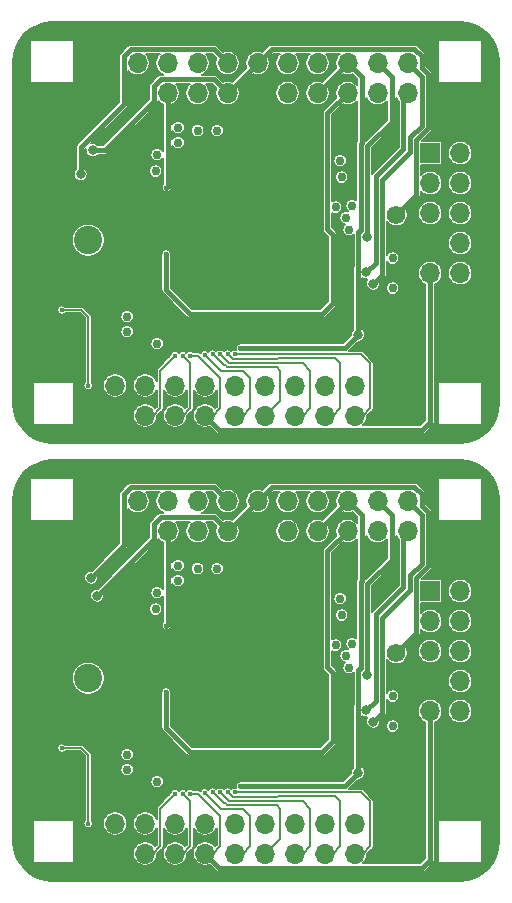
<source format=gbl>
G04 #@! TF.GenerationSoftware,KiCad,Pcbnew,(5.1.6)-1*
G04 #@! TF.CreationDate,2021-09-14T14:20:35-07:00*
G04 #@! TF.ProjectId,sulu_ldo_and_reg_panel,73756c75-5f6c-4646-9f5f-616e645f7265,rev?*
G04 #@! TF.SameCoordinates,Original*
G04 #@! TF.FileFunction,Copper,L2,Bot*
G04 #@! TF.FilePolarity,Positive*
%FSLAX46Y46*%
G04 Gerber Fmt 4.6, Leading zero omitted, Abs format (unit mm)*
G04 Created by KiCad (PCBNEW (5.1.6)-1) date 2021-09-14 14:20:35*
%MOMM*%
%LPD*%
G01*
G04 APERTURE LIST*
G04 #@! TA.AperFunction,ComponentPad*
%ADD10C,1.574800*%
G04 #@! TD*
G04 #@! TA.AperFunction,ComponentPad*
%ADD11C,2.400000*%
G04 #@! TD*
G04 #@! TA.AperFunction,ComponentPad*
%ADD12R,1.700000X1.700000*%
G04 #@! TD*
G04 #@! TA.AperFunction,ComponentPad*
%ADD13O,1.700000X1.700000*%
G04 #@! TD*
G04 #@! TA.AperFunction,ComponentPad*
%ADD14C,0.762000*%
G04 #@! TD*
G04 #@! TA.AperFunction,ComponentPad*
%ADD15C,0.568750*%
G04 #@! TD*
G04 #@! TA.AperFunction,ViaPad*
%ADD16C,0.406400*%
G04 #@! TD*
G04 #@! TA.AperFunction,ViaPad*
%ADD17C,0.812800*%
G04 #@! TD*
G04 #@! TA.AperFunction,Conductor*
%ADD18C,0.406400*%
G04 #@! TD*
G04 #@! TA.AperFunction,Conductor*
%ADD19C,0.203200*%
G04 #@! TD*
G04 #@! TA.AperFunction,Conductor*
%ADD20C,0.127000*%
G04 #@! TD*
G04 APERTURE END LIST*
D10*
G04 #@! TO.P,B1,2*
G04 #@! TO.N,+EXT_BAT*
X98729800Y-64770000D03*
G04 #@! TO.P,B1,1*
G04 #@! TO.N,GND*
X78232000Y-64770000D03*
G04 #@! TD*
D11*
G04 #@! TO.P,J4,5*
G04 #@! TO.N,GND*
X75184000Y-69469000D03*
G04 #@! TO.P,J4,4*
X70104000Y-69469000D03*
G04 #@! TO.P,J4,3*
X75184000Y-64389000D03*
G04 #@! TO.P,J4,2*
X70104000Y-64389000D03*
G04 #@! TO.P,J4,1*
G04 #@! TO.N,/scumsheet/ANTENNA*
X72644000Y-66929000D03*
G04 #@! TD*
D12*
G04 #@! TO.P,J1,1*
G04 #@! TO.N,GND*
X74295000Y-54483000D03*
D13*
G04 #@! TO.P,J1,2*
X74295000Y-51943000D03*
G04 #@! TO.P,J1,3*
X76835000Y-54483000D03*
G04 #@! TO.P,J1,4*
G04 #@! TO.N,+1.8V_REG*
X76835000Y-51943000D03*
G04 #@! TO.P,J1,5*
G04 #@! TO.N,+VBAT*
X79375000Y-54483000D03*
G04 #@! TO.P,J1,6*
G04 #@! TO.N,+1.8V_REG*
X79375000Y-51943000D03*
G04 #@! TO.P,J1,7*
G04 #@! TO.N,+VDDD*
X81915000Y-54483000D03*
G04 #@! TO.P,J1,8*
G04 #@! TO.N,+1.1V_REG*
X81915000Y-51943000D03*
G04 #@! TO.P,J1,9*
G04 #@! TO.N,+EXT_BAT*
X84455000Y-54483000D03*
G04 #@! TO.P,J1,10*
G04 #@! TO.N,/1.1V_IN*
X84455000Y-51943000D03*
G04 #@! TO.P,J1,11*
G04 #@! TO.N,GND*
X86995000Y-54483000D03*
G04 #@! TO.P,J1,12*
G04 #@! TO.N,+EXT_BAT*
X86995000Y-51943000D03*
G04 #@! TO.P,J1,13*
G04 #@! TO.N,+VDDIO*
X89535000Y-54483000D03*
G04 #@! TO.P,J1,14*
G04 #@! TO.N,/IMU_VDDIO*
X89535000Y-51943000D03*
G04 #@! TO.P,J1,15*
G04 #@! TO.N,+VDDIO*
X92075000Y-54483000D03*
G04 #@! TO.P,J1,16*
G04 #@! TO.N,/IMU_VDD*
X92075000Y-51943000D03*
G04 #@! TO.P,J1,17*
G04 #@! TO.N,+VBAT*
X94615000Y-54483000D03*
G04 #@! TO.P,J1,18*
G04 #@! TO.N,+VDDIO*
X94615000Y-51943000D03*
G04 #@! TO.P,J1,19*
G04 #@! TO.N,+VDDD*
X97155000Y-54483000D03*
G04 #@! TO.P,J1,20*
G04 #@! TO.N,/BOOT_SOURCE_SEL*
X97155000Y-51943000D03*
G04 #@! TO.P,J1,21*
G04 #@! TO.N,/SENSOR_EXT_IN*
X99695000Y-54483000D03*
G04 #@! TO.P,J1,22*
G04 #@! TO.N,/SENSOR_LDO_OUTPUT*
X99695000Y-51943000D03*
G04 #@! TD*
G04 #@! TO.P,J3,10*
G04 #@! TO.N,/3WB_DATA*
X104140000Y-69723000D03*
G04 #@! TO.P,J3,9*
G04 #@! TO.N,/GPIO2*
X101600000Y-69723000D03*
G04 #@! TO.P,J3,8*
G04 #@! TO.N,/3WB_ENB*
X104140000Y-67183000D03*
G04 #@! TO.P,J3,7*
G04 #@! TO.N,GND*
X101600000Y-67183000D03*
G04 #@! TO.P,J3,6*
G04 #@! TO.N,/3WB_CLK*
X104140000Y-64643000D03*
G04 #@! TO.P,J3,5*
G04 #@! TO.N,/RsRx*
X101600000Y-64643000D03*
G04 #@! TO.P,J3,4*
G04 #@! TO.N,/HARD_RESET*
X104140000Y-62103000D03*
G04 #@! TO.P,J3,3*
G04 #@! TO.N,/RsTx*
X101600000Y-62103000D03*
G04 #@! TO.P,J3,2*
G04 #@! TO.N,+VBAT*
X104140000Y-59563000D03*
D12*
G04 #@! TO.P,J3,1*
G04 #@! TO.N,+NRF_VDDD*
X101600000Y-59563000D03*
G04 #@! TD*
D14*
G04 #@! TO.P,J21,1*
G04 #@! TO.N,Net-(J21-Pad1)*
X98425000Y-68453000D03*
G04 #@! TD*
G04 #@! TO.P,J20,1*
G04 #@! TO.N,Net-(J20-Pad1)*
X93980000Y-60198000D03*
G04 #@! TD*
G04 #@! TO.P,J19,1*
G04 #@! TO.N,Net-(J19-Pad1)*
X83566000Y-57658000D03*
G04 #@! TD*
G04 #@! TO.P,J18,1*
G04 #@! TO.N,Net-(J18-Pad1)*
X81915000Y-57658000D03*
G04 #@! TD*
G04 #@! TO.P,J14,1*
G04 #@! TO.N,Net-(J14-Pad1)*
X80264000Y-57404000D03*
G04 #@! TD*
G04 #@! TO.P,J12,1*
G04 #@! TO.N,Net-(J12-Pad1)*
X75946000Y-74676000D03*
G04 #@! TD*
G04 #@! TO.P,J17,1*
G04 #@! TO.N,Net-(J17-Pad1)*
X98425000Y-70993000D03*
G04 #@! TD*
G04 #@! TO.P,J16,1*
G04 #@! TO.N,Net-(J16-Pad1)*
X94996000Y-64008000D03*
G04 #@! TD*
G04 #@! TO.P,J15,1*
G04 #@! TO.N,Net-(J15-Pad1)*
X93599000Y-64135000D03*
G04 #@! TD*
G04 #@! TO.P,J13,1*
G04 #@! TO.N,Net-(J13-Pad1)*
X78486000Y-75692000D03*
G04 #@! TD*
G04 #@! TO.P,J11,1*
G04 #@! TO.N,Net-(J11-Pad1)*
X75946000Y-73406000D03*
G04 #@! TD*
G04 #@! TO.P,J10,1*
G04 #@! TO.N,Net-(J10-Pad1)*
X94488000Y-65024000D03*
G04 #@! TD*
G04 #@! TO.P,J9,1*
G04 #@! TO.N,Net-(J9-Pad1)*
X94742000Y-66040000D03*
G04 #@! TD*
G04 #@! TO.P,J8,1*
G04 #@! TO.N,Net-(J8-Pad1)*
X78359000Y-61087000D03*
G04 #@! TD*
G04 #@! TO.P,J7,1*
G04 #@! TO.N,Net-(J7-Pad1)*
X78486000Y-59690000D03*
G04 #@! TD*
G04 #@! TO.P,J6,1*
G04 #@! TO.N,Net-(J6-Pad1)*
X80264000Y-58674000D03*
G04 #@! TD*
G04 #@! TO.P,J5,1*
G04 #@! TO.N,Net-(J5-Pad1)*
X94107000Y-61595000D03*
G04 #@! TD*
G04 #@! TO.P,GND6,1*
G04 #@! TO.N,GND*
X96520000Y-57404000D03*
G04 #@! TD*
G04 #@! TO.P,GND5,1*
G04 #@! TO.N,GND*
X96520000Y-71882000D03*
G04 #@! TD*
G04 #@! TO.P,GND4,1*
G04 #@! TO.N,GND*
X97028000Y-60452000D03*
G04 #@! TD*
G04 #@! TO.P,GND3,1*
G04 #@! TO.N,GND*
X80518000Y-74422000D03*
G04 #@! TD*
G04 #@! TO.P,GND2,1*
G04 #@! TO.N,GND*
X74168000Y-74168000D03*
G04 #@! TD*
G04 #@! TO.P,GND1,1*
G04 #@! TO.N,GND*
X88392000Y-75184000D03*
G04 #@! TD*
D13*
G04 #@! TO.P,J2,20*
G04 #@! TO.N,GND*
X97790000Y-79248000D03*
G04 #@! TO.P,J2,19*
X97790000Y-81788000D03*
G04 #@! TO.P,J2,18*
G04 #@! TO.N,/GPIO15*
X95250000Y-79248000D03*
G04 #@! TO.P,J2,17*
G04 #@! TO.N,/GPIO7*
X95250000Y-81788000D03*
G04 #@! TO.P,J2,16*
G04 #@! TO.N,/GPIO14*
X92710000Y-79248000D03*
G04 #@! TO.P,J2,15*
G04 #@! TO.N,/GPIO6*
X92710000Y-81788000D03*
G04 #@! TO.P,J2,14*
G04 #@! TO.N,/GPIO13*
X90170000Y-79248000D03*
G04 #@! TO.P,J2,13*
G04 #@! TO.N,/GPIO5*
X90170000Y-81788000D03*
G04 #@! TO.P,J2,12*
G04 #@! TO.N,/GPIO12*
X87630000Y-79248000D03*
G04 #@! TO.P,J2,11*
G04 #@! TO.N,/GPIO4*
X87630000Y-81788000D03*
G04 #@! TO.P,J2,10*
G04 #@! TO.N,/GPIO11*
X85090000Y-79248000D03*
G04 #@! TO.P,J2,9*
G04 #@! TO.N,/GPIO3*
X85090000Y-81788000D03*
G04 #@! TO.P,J2,8*
G04 #@! TO.N,/GPIO10*
X82550000Y-79248000D03*
G04 #@! TO.P,J2,7*
G04 #@! TO.N,/GPIO2*
X82550000Y-81788000D03*
G04 #@! TO.P,J2,6*
G04 #@! TO.N,/GPIO9*
X80010000Y-79248000D03*
G04 #@! TO.P,J2,5*
G04 #@! TO.N,/GPIO1*
X80010000Y-81788000D03*
G04 #@! TO.P,J2,4*
G04 #@! TO.N,/GPIO8*
X77470000Y-79248000D03*
G04 #@! TO.P,J2,3*
G04 #@! TO.N,/GPIO0*
X77470000Y-81788000D03*
G04 #@! TO.P,J2,2*
G04 #@! TO.N,/GPIO1*
X74930000Y-79248000D03*
D12*
G04 #@! TO.P,J2,1*
G04 #@! TO.N,GND*
X74930000Y-81788000D03*
G04 #@! TD*
D15*
G04 #@! TO.P,U1,101*
G04 #@! TO.N,GND*
X90341250Y-70079250D03*
X90341250Y-68941750D03*
X90341250Y-67804250D03*
X90341250Y-66666750D03*
X90341250Y-65529250D03*
X90341250Y-64391750D03*
X90341250Y-63254250D03*
X90341250Y-62116750D03*
X89203750Y-70079250D03*
X89203750Y-68941750D03*
X89203750Y-67804250D03*
X89203750Y-66666750D03*
X89203750Y-65529250D03*
X89203750Y-64391750D03*
X89203750Y-63254250D03*
X89203750Y-62116750D03*
X88066250Y-70079250D03*
X88066250Y-68941750D03*
X88066250Y-67804250D03*
X88066250Y-66666750D03*
X88066250Y-65529250D03*
X88066250Y-64391750D03*
X88066250Y-63254250D03*
X88066250Y-62116750D03*
X86928750Y-70079250D03*
X86928750Y-68941750D03*
X86928750Y-67804250D03*
X86928750Y-66666750D03*
X86928750Y-65529250D03*
X86928750Y-64391750D03*
X86928750Y-63254250D03*
X86928750Y-62116750D03*
X85791250Y-70079250D03*
X85791250Y-68941750D03*
X85791250Y-67804250D03*
X85791250Y-66666750D03*
X85791250Y-65529250D03*
X85791250Y-64391750D03*
X85791250Y-63254250D03*
X85791250Y-62116750D03*
X84653750Y-70079250D03*
X84653750Y-68941750D03*
X84653750Y-67804250D03*
X84653750Y-66666750D03*
X84653750Y-65529250D03*
X84653750Y-64391750D03*
X84653750Y-63254250D03*
X84653750Y-62116750D03*
X83516250Y-70079250D03*
X83516250Y-68941750D03*
X83516250Y-67804250D03*
X83516250Y-66666750D03*
X83516250Y-65529250D03*
X83516250Y-64391750D03*
X83516250Y-63254250D03*
X83516250Y-62116750D03*
X82378750Y-70079250D03*
X82378750Y-68941750D03*
X82378750Y-67804250D03*
X82378750Y-66666750D03*
X82378750Y-65529250D03*
X82378750Y-64391750D03*
X82378750Y-63254250D03*
X82378750Y-62116750D03*
G04 #@! TD*
D11*
G04 #@! TO.P,J4,1*
G04 #@! TO.N,/scumsheet/ANTENNA*
X72644000Y-104013000D03*
G04 #@! TO.P,J4,2*
G04 #@! TO.N,GND*
X70104000Y-101473000D03*
G04 #@! TO.P,J4,3*
X75184000Y-101473000D03*
G04 #@! TO.P,J4,4*
X70104000Y-106553000D03*
G04 #@! TO.P,J4,5*
X75184000Y-106553000D03*
G04 #@! TD*
D10*
G04 #@! TO.P,B1,2*
G04 #@! TO.N,+EXT_BAT*
X98729800Y-101854000D03*
G04 #@! TO.P,B1,1*
G04 #@! TO.N,GND*
X78232000Y-101854000D03*
G04 #@! TD*
D12*
G04 #@! TO.P,J1,1*
G04 #@! TO.N,GND*
X74295000Y-91567000D03*
D13*
G04 #@! TO.P,J1,2*
X74295000Y-89027000D03*
G04 #@! TO.P,J1,3*
X76835000Y-91567000D03*
G04 #@! TO.P,J1,4*
G04 #@! TO.N,+1.8V_REG*
X76835000Y-89027000D03*
G04 #@! TO.P,J1,5*
G04 #@! TO.N,+VBAT*
X79375000Y-91567000D03*
G04 #@! TO.P,J1,6*
G04 #@! TO.N,+1.8V_REG*
X79375000Y-89027000D03*
G04 #@! TO.P,J1,7*
G04 #@! TO.N,+VDDD*
X81915000Y-91567000D03*
G04 #@! TO.P,J1,8*
G04 #@! TO.N,+1.1V_REG*
X81915000Y-89027000D03*
G04 #@! TO.P,J1,9*
G04 #@! TO.N,+EXT_BAT*
X84455000Y-91567000D03*
G04 #@! TO.P,J1,10*
G04 #@! TO.N,/1.1V_IN*
X84455000Y-89027000D03*
G04 #@! TO.P,J1,11*
G04 #@! TO.N,GND*
X86995000Y-91567000D03*
G04 #@! TO.P,J1,12*
G04 #@! TO.N,+EXT_BAT*
X86995000Y-89027000D03*
G04 #@! TO.P,J1,13*
G04 #@! TO.N,+VDDIO*
X89535000Y-91567000D03*
G04 #@! TO.P,J1,14*
G04 #@! TO.N,/IMU_VDDIO*
X89535000Y-89027000D03*
G04 #@! TO.P,J1,15*
G04 #@! TO.N,+VDDIO*
X92075000Y-91567000D03*
G04 #@! TO.P,J1,16*
G04 #@! TO.N,/IMU_VDD*
X92075000Y-89027000D03*
G04 #@! TO.P,J1,17*
G04 #@! TO.N,+VBAT*
X94615000Y-91567000D03*
G04 #@! TO.P,J1,18*
G04 #@! TO.N,+VDDIO*
X94615000Y-89027000D03*
G04 #@! TO.P,J1,19*
G04 #@! TO.N,+VDDD*
X97155000Y-91567000D03*
G04 #@! TO.P,J1,20*
G04 #@! TO.N,/BOOT_SOURCE_SEL*
X97155000Y-89027000D03*
G04 #@! TO.P,J1,21*
G04 #@! TO.N,/SENSOR_EXT_IN*
X99695000Y-91567000D03*
G04 #@! TO.P,J1,22*
G04 #@! TO.N,/SENSOR_LDO_OUTPUT*
X99695000Y-89027000D03*
G04 #@! TD*
G04 #@! TO.P,J3,10*
G04 #@! TO.N,/3WB_DATA*
X104140000Y-106807000D03*
G04 #@! TO.P,J3,9*
G04 #@! TO.N,/GPIO2*
X101600000Y-106807000D03*
G04 #@! TO.P,J3,8*
G04 #@! TO.N,/3WB_ENB*
X104140000Y-104267000D03*
G04 #@! TO.P,J3,7*
G04 #@! TO.N,GND*
X101600000Y-104267000D03*
G04 #@! TO.P,J3,6*
G04 #@! TO.N,/3WB_CLK*
X104140000Y-101727000D03*
G04 #@! TO.P,J3,5*
G04 #@! TO.N,/RsRx*
X101600000Y-101727000D03*
G04 #@! TO.P,J3,4*
G04 #@! TO.N,/HARD_RESET*
X104140000Y-99187000D03*
G04 #@! TO.P,J3,3*
G04 #@! TO.N,/RsTx*
X101600000Y-99187000D03*
G04 #@! TO.P,J3,2*
G04 #@! TO.N,+VBAT*
X104140000Y-96647000D03*
D12*
G04 #@! TO.P,J3,1*
G04 #@! TO.N,+NRF_VDDD*
X101600000Y-96647000D03*
G04 #@! TD*
D14*
G04 #@! TO.P,J21,1*
G04 #@! TO.N,Net-(J21-Pad1)*
X98425000Y-105537000D03*
G04 #@! TD*
G04 #@! TO.P,J20,1*
G04 #@! TO.N,Net-(J20-Pad1)*
X93980000Y-97282000D03*
G04 #@! TD*
G04 #@! TO.P,J19,1*
G04 #@! TO.N,Net-(J19-Pad1)*
X83566000Y-94742000D03*
G04 #@! TD*
G04 #@! TO.P,J18,1*
G04 #@! TO.N,Net-(J18-Pad1)*
X81915000Y-94742000D03*
G04 #@! TD*
G04 #@! TO.P,J14,1*
G04 #@! TO.N,Net-(J14-Pad1)*
X80264000Y-94488000D03*
G04 #@! TD*
G04 #@! TO.P,J12,1*
G04 #@! TO.N,Net-(J12-Pad1)*
X75946000Y-111760000D03*
G04 #@! TD*
G04 #@! TO.P,J17,1*
G04 #@! TO.N,Net-(J17-Pad1)*
X98425000Y-108077000D03*
G04 #@! TD*
G04 #@! TO.P,J16,1*
G04 #@! TO.N,Net-(J16-Pad1)*
X94996000Y-101092000D03*
G04 #@! TD*
G04 #@! TO.P,J15,1*
G04 #@! TO.N,Net-(J15-Pad1)*
X93599000Y-101219000D03*
G04 #@! TD*
G04 #@! TO.P,J13,1*
G04 #@! TO.N,Net-(J13-Pad1)*
X78486000Y-112776000D03*
G04 #@! TD*
G04 #@! TO.P,J11,1*
G04 #@! TO.N,Net-(J11-Pad1)*
X75946000Y-110490000D03*
G04 #@! TD*
G04 #@! TO.P,J10,1*
G04 #@! TO.N,Net-(J10-Pad1)*
X94488000Y-102108000D03*
G04 #@! TD*
G04 #@! TO.P,J9,1*
G04 #@! TO.N,Net-(J9-Pad1)*
X94742000Y-103124000D03*
G04 #@! TD*
G04 #@! TO.P,J8,1*
G04 #@! TO.N,Net-(J8-Pad1)*
X78359000Y-98171000D03*
G04 #@! TD*
G04 #@! TO.P,J7,1*
G04 #@! TO.N,Net-(J7-Pad1)*
X78486000Y-96774000D03*
G04 #@! TD*
G04 #@! TO.P,J6,1*
G04 #@! TO.N,Net-(J6-Pad1)*
X80264000Y-95758000D03*
G04 #@! TD*
G04 #@! TO.P,J5,1*
G04 #@! TO.N,Net-(J5-Pad1)*
X94107000Y-98679000D03*
G04 #@! TD*
G04 #@! TO.P,GND6,1*
G04 #@! TO.N,GND*
X96520000Y-94488000D03*
G04 #@! TD*
G04 #@! TO.P,GND5,1*
G04 #@! TO.N,GND*
X96520000Y-108966000D03*
G04 #@! TD*
G04 #@! TO.P,GND4,1*
G04 #@! TO.N,GND*
X97028000Y-97536000D03*
G04 #@! TD*
G04 #@! TO.P,GND3,1*
G04 #@! TO.N,GND*
X80518000Y-111506000D03*
G04 #@! TD*
G04 #@! TO.P,GND2,1*
G04 #@! TO.N,GND*
X74168000Y-111252000D03*
G04 #@! TD*
G04 #@! TO.P,GND1,1*
G04 #@! TO.N,GND*
X88392000Y-112268000D03*
G04 #@! TD*
D13*
G04 #@! TO.P,J2,20*
G04 #@! TO.N,GND*
X97790000Y-116332000D03*
G04 #@! TO.P,J2,19*
X97790000Y-118872000D03*
G04 #@! TO.P,J2,18*
G04 #@! TO.N,/GPIO15*
X95250000Y-116332000D03*
G04 #@! TO.P,J2,17*
G04 #@! TO.N,/GPIO7*
X95250000Y-118872000D03*
G04 #@! TO.P,J2,16*
G04 #@! TO.N,/GPIO14*
X92710000Y-116332000D03*
G04 #@! TO.P,J2,15*
G04 #@! TO.N,/GPIO6*
X92710000Y-118872000D03*
G04 #@! TO.P,J2,14*
G04 #@! TO.N,/GPIO13*
X90170000Y-116332000D03*
G04 #@! TO.P,J2,13*
G04 #@! TO.N,/GPIO5*
X90170000Y-118872000D03*
G04 #@! TO.P,J2,12*
G04 #@! TO.N,/GPIO12*
X87630000Y-116332000D03*
G04 #@! TO.P,J2,11*
G04 #@! TO.N,/GPIO4*
X87630000Y-118872000D03*
G04 #@! TO.P,J2,10*
G04 #@! TO.N,/GPIO11*
X85090000Y-116332000D03*
G04 #@! TO.P,J2,9*
G04 #@! TO.N,/GPIO3*
X85090000Y-118872000D03*
G04 #@! TO.P,J2,8*
G04 #@! TO.N,/GPIO10*
X82550000Y-116332000D03*
G04 #@! TO.P,J2,7*
G04 #@! TO.N,/GPIO2*
X82550000Y-118872000D03*
G04 #@! TO.P,J2,6*
G04 #@! TO.N,/GPIO9*
X80010000Y-116332000D03*
G04 #@! TO.P,J2,5*
G04 #@! TO.N,/GPIO1*
X80010000Y-118872000D03*
G04 #@! TO.P,J2,4*
G04 #@! TO.N,/GPIO8*
X77470000Y-116332000D03*
G04 #@! TO.P,J2,3*
G04 #@! TO.N,/GPIO0*
X77470000Y-118872000D03*
G04 #@! TO.P,J2,2*
G04 #@! TO.N,/GPIO1*
X74930000Y-116332000D03*
D12*
G04 #@! TO.P,J2,1*
G04 #@! TO.N,GND*
X74930000Y-118872000D03*
G04 #@! TD*
D15*
G04 #@! TO.P,U1,101*
G04 #@! TO.N,GND*
X90341250Y-107163250D03*
X90341250Y-106025750D03*
X90341250Y-104888250D03*
X90341250Y-103750750D03*
X90341250Y-102613250D03*
X90341250Y-101475750D03*
X90341250Y-100338250D03*
X90341250Y-99200750D03*
X89203750Y-107163250D03*
X89203750Y-106025750D03*
X89203750Y-104888250D03*
X89203750Y-103750750D03*
X89203750Y-102613250D03*
X89203750Y-101475750D03*
X89203750Y-100338250D03*
X89203750Y-99200750D03*
X88066250Y-107163250D03*
X88066250Y-106025750D03*
X88066250Y-104888250D03*
X88066250Y-103750750D03*
X88066250Y-102613250D03*
X88066250Y-101475750D03*
X88066250Y-100338250D03*
X88066250Y-99200750D03*
X86928750Y-107163250D03*
X86928750Y-106025750D03*
X86928750Y-104888250D03*
X86928750Y-103750750D03*
X86928750Y-102613250D03*
X86928750Y-101475750D03*
X86928750Y-100338250D03*
X86928750Y-99200750D03*
X85791250Y-107163250D03*
X85791250Y-106025750D03*
X85791250Y-104888250D03*
X85791250Y-103750750D03*
X85791250Y-102613250D03*
X85791250Y-101475750D03*
X85791250Y-100338250D03*
X85791250Y-99200750D03*
X84653750Y-107163250D03*
X84653750Y-106025750D03*
X84653750Y-104888250D03*
X84653750Y-103750750D03*
X84653750Y-102613250D03*
X84653750Y-101475750D03*
X84653750Y-100338250D03*
X84653750Y-99200750D03*
X83516250Y-107163250D03*
X83516250Y-106025750D03*
X83516250Y-104888250D03*
X83516250Y-103750750D03*
X83516250Y-102613250D03*
X83516250Y-101475750D03*
X83516250Y-100338250D03*
X83516250Y-99200750D03*
X82378750Y-107163250D03*
X82378750Y-106025750D03*
X82378750Y-104888250D03*
X82378750Y-103750750D03*
X82378750Y-102613250D03*
X82378750Y-101475750D03*
X82378750Y-100338250D03*
X82378750Y-99200750D03*
G04 #@! TD*
D16*
G04 #@! TO.N,GND*
X79375000Y-76708000D03*
X79375000Y-113792000D03*
G04 #@! TO.N,+VBAT*
X93345000Y-67818000D03*
X93345000Y-66466200D03*
X79248000Y-62484000D03*
X81280000Y-73152000D03*
X79248000Y-68072000D03*
X93345000Y-104902000D03*
X93345000Y-103550200D03*
X79248000Y-99568000D03*
X81280000Y-110236000D03*
X79248000Y-105156000D03*
G04 #@! TO.N,+VDDIO*
X85528200Y-76073000D03*
D17*
X95504000Y-74930000D03*
D16*
X85528200Y-113157000D03*
D17*
X95504000Y-112014000D03*
D16*
G04 #@! TO.N,/GPIO7*
X85090000Y-76580990D03*
X85090000Y-113664990D03*
G04 #@! TO.N,/GPIO5*
X83820000Y-76580990D03*
X83820000Y-113664990D03*
G04 #@! TO.N,/GPIO3*
X82509778Y-76636680D03*
X82509778Y-113720680D03*
G04 #@! TO.N,/GPIO1*
X80645000Y-76708000D03*
X80645000Y-113792000D03*
G04 #@! TO.N,/GPIO6*
X84455000Y-76580990D03*
X84455000Y-113664990D03*
G04 #@! TO.N,/GPIO4*
X83185000Y-76580990D03*
X83185000Y-113664990D03*
G04 #@! TO.N,/GPIO2*
X81280000Y-76708000D03*
X81280000Y-113792000D03*
G04 #@! TO.N,/GPIO0*
X80010000Y-76708000D03*
X80010000Y-113792000D03*
D17*
G04 #@! TO.N,/SENSOR_LDO_OUTPUT*
X96774000Y-70612000D03*
X96774000Y-107696000D03*
G04 #@! TO.N,/SENSOR_EXT_IN*
X96197987Y-69664013D03*
X96197987Y-106748013D03*
G04 #@! TO.N,/BOOT_SOURCE_SEL*
X96265990Y-66663000D03*
X96265990Y-103747000D03*
D16*
G04 #@! TO.N,/GPIO13*
X72644000Y-79248000D03*
X70409329Y-72846671D03*
X72644000Y-116332000D03*
X70409329Y-109930671D03*
D17*
G04 #@! TO.N,+EXT_BAT*
X73025000Y-59309000D03*
X73406000Y-97028000D03*
G04 #@! TO.N,/1.1V_IN*
X72009000Y-61341000D03*
X72898000Y-95504000D03*
G04 #@! TD*
D18*
G04 #@! TO.N,+VBAT*
X93345000Y-66466200D02*
X93345000Y-67818000D01*
X81280000Y-73152000D02*
X79248000Y-71120000D01*
X92887799Y-56210201D02*
X94615000Y-54483000D01*
X92887799Y-66008999D02*
X92887799Y-56210201D01*
X93345000Y-66466200D02*
X92887799Y-66008999D01*
X81280000Y-73152000D02*
X92456000Y-73152000D01*
X93345000Y-72263000D02*
X93345000Y-67818000D01*
X92456000Y-73152000D02*
X93345000Y-72263000D01*
X79375000Y-62357000D02*
X79248000Y-62484000D01*
X79375000Y-54483000D02*
X79375000Y-62357000D01*
X79248000Y-71120000D02*
X79248000Y-68072000D01*
X93345000Y-103550200D02*
X93345000Y-104902000D01*
X81280000Y-110236000D02*
X79248000Y-108204000D01*
X92887799Y-93294201D02*
X94615000Y-91567000D01*
X92887799Y-103092999D02*
X92887799Y-93294201D01*
X93345000Y-103550200D02*
X92887799Y-103092999D01*
X81280000Y-110236000D02*
X92456000Y-110236000D01*
X93345000Y-109347000D02*
X93345000Y-104902000D01*
X92456000Y-110236000D02*
X93345000Y-109347000D01*
X79375000Y-99441000D02*
X79248000Y-99568000D01*
X79375000Y-91567000D02*
X79375000Y-99441000D01*
X79248000Y-108204000D02*
X79248000Y-105156000D01*
G04 #@! TO.N,+VDDIO*
X94615000Y-51943000D02*
X92075000Y-54483000D01*
X94361000Y-76073000D02*
X95504000Y-74930000D01*
X85528200Y-76073000D02*
X94361000Y-76073000D01*
X95504000Y-74930000D02*
X95461386Y-74887386D01*
X95529389Y-69242441D02*
X95529389Y-66268611D01*
X95461386Y-74887386D02*
X95461386Y-69310444D01*
X95461386Y-69310444D02*
X95529389Y-69242441D01*
X95529389Y-66268611D02*
X95732580Y-66065420D01*
X95732580Y-58781467D02*
X95732580Y-66065420D01*
X95795201Y-58718846D02*
X95732580Y-58781467D01*
X95795201Y-53123201D02*
X95795201Y-58718846D01*
X94615000Y-51943000D02*
X95795201Y-53123201D01*
X94615000Y-89027000D02*
X92075000Y-91567000D01*
X94361000Y-113157000D02*
X95504000Y-112014000D01*
X85528200Y-113157000D02*
X94361000Y-113157000D01*
X95504000Y-112014000D02*
X95461386Y-111971386D01*
X95529389Y-106326441D02*
X95529389Y-103352611D01*
X95461386Y-111971386D02*
X95461386Y-106394444D01*
X95461386Y-106394444D02*
X95529389Y-106326441D01*
X95529389Y-103352611D02*
X95732580Y-103149420D01*
X95732580Y-95865467D02*
X95732580Y-103149420D01*
X95795201Y-95802846D02*
X95732580Y-95865467D01*
X95795201Y-90207201D02*
X95795201Y-95802846D01*
X94615000Y-89027000D02*
X95795201Y-90207201D01*
D19*
G04 #@! TO.N,/GPIO7*
X95250000Y-81788000D02*
X95885000Y-81788000D01*
X95885000Y-81788000D02*
X96520000Y-81153000D01*
X96520000Y-81153000D02*
X96520000Y-77343000D01*
X96520000Y-77343000D02*
X95757990Y-76580990D01*
X85090000Y-76580990D02*
X95757990Y-76580990D01*
X95250000Y-118872000D02*
X95885000Y-118872000D01*
X95885000Y-118872000D02*
X96520000Y-118237000D01*
X96520000Y-118237000D02*
X96520000Y-114427000D01*
X96520000Y-114427000D02*
X95757990Y-113664990D01*
X85090000Y-113664990D02*
X95757990Y-113664990D01*
G04 #@! TO.N,/GPIO5*
X83820000Y-76580990D02*
X84582010Y-77343000D01*
X84582010Y-77343000D02*
X90805000Y-77343000D01*
X90805000Y-77343000D02*
X91440000Y-77978000D01*
X91440000Y-77978000D02*
X91440000Y-81153000D01*
X90805000Y-81788000D02*
X90170000Y-81788000D01*
X91440000Y-81153000D02*
X90805000Y-81788000D01*
X83820000Y-113664990D02*
X84582010Y-114427000D01*
X84582010Y-114427000D02*
X90805000Y-114427000D01*
X90805000Y-114427000D02*
X91440000Y-115062000D01*
X91440000Y-115062000D02*
X91440000Y-118237000D01*
X90805000Y-118872000D02*
X90170000Y-118872000D01*
X91440000Y-118237000D02*
X90805000Y-118872000D01*
G04 #@! TO.N,/GPIO3*
X82509778Y-76636680D02*
X83876518Y-78003420D01*
X83876518Y-78003420D02*
X85750420Y-78003420D01*
X85750420Y-78003420D02*
X86360000Y-78613000D01*
X86360000Y-78613000D02*
X86360000Y-81153000D01*
X85725000Y-81788000D02*
X85090000Y-81788000D01*
X86360000Y-81153000D02*
X85725000Y-81788000D01*
X82509778Y-113720680D02*
X83876518Y-115087420D01*
X83876518Y-115087420D02*
X85750420Y-115087420D01*
X85750420Y-115087420D02*
X86360000Y-115697000D01*
X86360000Y-115697000D02*
X86360000Y-118237000D01*
X85725000Y-118872000D02*
X85090000Y-118872000D01*
X86360000Y-118237000D02*
X85725000Y-118872000D01*
G04 #@! TO.N,/GPIO1*
X80645000Y-76708000D02*
X81280000Y-77343000D01*
X81280000Y-77343000D02*
X81280000Y-81153000D01*
X81280000Y-81153000D02*
X80645000Y-81788000D01*
X80645000Y-81788000D02*
X80010000Y-81788000D01*
X80645000Y-113792000D02*
X81280000Y-114427000D01*
X81280000Y-114427000D02*
X81280000Y-118237000D01*
X81280000Y-118237000D02*
X80645000Y-118872000D01*
X80645000Y-118872000D02*
X80010000Y-118872000D01*
G04 #@! TO.N,/GPIO6*
X88595209Y-77012791D02*
X88696800Y-76911200D01*
X84455000Y-76580990D02*
X84886801Y-77012791D01*
X84886801Y-77012791D02*
X88595209Y-77012791D01*
X88696800Y-76911200D02*
X93548200Y-76911200D01*
X93548200Y-76911200D02*
X93980000Y-77343000D01*
X93980000Y-77343000D02*
X93980000Y-81153000D01*
X92710000Y-81788000D02*
X93345000Y-81788000D01*
X93345000Y-81788000D02*
X93980000Y-81153000D01*
X88595209Y-114096791D02*
X88696800Y-113995200D01*
X84455000Y-113664990D02*
X84886801Y-114096791D01*
X84886801Y-114096791D02*
X88595209Y-114096791D01*
X88696800Y-113995200D02*
X93548200Y-113995200D01*
X93548200Y-113995200D02*
X93980000Y-114427000D01*
X93980000Y-114427000D02*
X93980000Y-118237000D01*
X92710000Y-118872000D02*
X93345000Y-118872000D01*
X93345000Y-118872000D02*
X93980000Y-118237000D01*
G04 #@! TO.N,/GPIO4*
X83185000Y-76580990D02*
X84116998Y-77512988D01*
X87630000Y-81788000D02*
X88900000Y-80518000D01*
X88900000Y-80518000D02*
X88900000Y-77978000D01*
X88900000Y-77978000D02*
X88595210Y-77673210D01*
X84285011Y-77512988D02*
X84116998Y-77512988D01*
X84445233Y-77673210D02*
X84285011Y-77512988D01*
X88595210Y-77673210D02*
X84445233Y-77673210D01*
X83185000Y-113664990D02*
X84116998Y-114596988D01*
X87630000Y-118872000D02*
X88900000Y-117602000D01*
X88900000Y-117602000D02*
X88900000Y-115062000D01*
X88900000Y-115062000D02*
X88595210Y-114757210D01*
X84285011Y-114596988D02*
X84116998Y-114596988D01*
X84445233Y-114757210D02*
X84285011Y-114596988D01*
X88595210Y-114757210D02*
X84445233Y-114757210D01*
G04 #@! TO.N,/GPIO2*
X83820000Y-78613000D02*
X81915000Y-76708000D01*
X83820000Y-81153000D02*
X83820000Y-78613000D01*
X82550000Y-81788000D02*
X83185000Y-81788000D01*
X81915000Y-76708000D02*
X81280000Y-76708000D01*
X83185000Y-81788000D02*
X83820000Y-81153000D01*
D18*
X83730201Y-82968201D02*
X82550000Y-81788000D01*
X100927799Y-82968201D02*
X83730201Y-82968201D01*
X101600000Y-82296000D02*
X100927799Y-82968201D01*
X101600000Y-69723000D02*
X101600000Y-82296000D01*
D19*
X83820000Y-115697000D02*
X81915000Y-113792000D01*
X83820000Y-118237000D02*
X83820000Y-115697000D01*
X82550000Y-118872000D02*
X83185000Y-118872000D01*
X81915000Y-113792000D02*
X81280000Y-113792000D01*
X83185000Y-118872000D02*
X83820000Y-118237000D01*
D18*
X83730201Y-120052201D02*
X82550000Y-118872000D01*
X100927799Y-120052201D02*
X83730201Y-120052201D01*
X101600000Y-119380000D02*
X100927799Y-120052201D01*
X101600000Y-106807000D02*
X101600000Y-119380000D01*
D19*
G04 #@! TO.N,/GPIO0*
X80010000Y-76708000D02*
X78740000Y-77978000D01*
X78740000Y-77978000D02*
X78740000Y-81153000D01*
X78740000Y-81153000D02*
X78105000Y-81788000D01*
X78105000Y-81788000D02*
X77470000Y-81788000D01*
X80010000Y-113792000D02*
X78740000Y-115062000D01*
X78740000Y-115062000D02*
X78740000Y-118237000D01*
X78740000Y-118237000D02*
X78105000Y-118872000D01*
X78105000Y-118872000D02*
X77470000Y-118872000D01*
D18*
G04 #@! TO.N,/SENSOR_LDO_OUTPUT*
X100875201Y-53123201D02*
X99695000Y-51943000D01*
X100875201Y-57239083D02*
X100875201Y-53123201D01*
X96774000Y-70612000D02*
X97536000Y-69850000D01*
X97536000Y-61850778D02*
X99886389Y-59500389D01*
X99886389Y-59500389D02*
X99886389Y-58227894D01*
X97536000Y-69850000D02*
X97536000Y-61850778D01*
X99886389Y-58227894D02*
X100875201Y-57239083D01*
X100875201Y-90207201D02*
X99695000Y-89027000D01*
X100875201Y-94323083D02*
X100875201Y-90207201D01*
X96774000Y-107696000D02*
X97536000Y-106934000D01*
X97536000Y-98934778D02*
X99886389Y-96584389D01*
X99886389Y-96584389D02*
X99886389Y-95311894D01*
X97536000Y-106934000D02*
X97536000Y-98934778D01*
X99886389Y-95311894D02*
X100875201Y-94323083D01*
G04 #@! TO.N,/SENSOR_EXT_IN*
X99337312Y-54840688D02*
X99695000Y-54483000D01*
X97002590Y-61529988D02*
X99337312Y-59195266D01*
X99337312Y-59195266D02*
X99337312Y-54840688D01*
X97002590Y-68859410D02*
X97002590Y-61529988D01*
X96197987Y-69664013D02*
X97002590Y-68859410D01*
X99337312Y-91924688D02*
X99695000Y-91567000D01*
X97002590Y-98613988D02*
X99337312Y-96279266D01*
X99337312Y-96279266D02*
X99337312Y-91924688D01*
X97002590Y-105943410D02*
X97002590Y-98613988D01*
X96197987Y-106748013D02*
X97002590Y-105943410D01*
G04 #@! TO.N,/BOOT_SOURCE_SEL*
X98335201Y-53123201D02*
X97155000Y-51943000D01*
X96265990Y-59002412D02*
X98335201Y-56933201D01*
X98335201Y-56933201D02*
X98335201Y-53123201D01*
X96265990Y-66663000D02*
X96265990Y-59002412D01*
X98335201Y-90207201D02*
X97155000Y-89027000D01*
X96265990Y-96086412D02*
X98335201Y-94017201D01*
X98335201Y-94017201D02*
X98335201Y-90207201D01*
X96265990Y-103747000D02*
X96265990Y-96086412D01*
D19*
G04 #@! TO.N,/GPIO13*
X72644000Y-79248000D02*
X72644000Y-73406000D01*
X72644000Y-73406000D02*
X72084671Y-72846671D01*
X72084671Y-72846671D02*
X70409329Y-72846671D01*
X72644000Y-116332000D02*
X72644000Y-110490000D01*
X72644000Y-110490000D02*
X72084671Y-109930671D01*
X72084671Y-109930671D02*
X70409329Y-109930671D01*
D18*
G04 #@! TO.N,+EXT_BAT*
X76454000Y-56888354D02*
X76461646Y-56888354D01*
X83274799Y-53302799D02*
X84455000Y-54483000D01*
X78808503Y-53302799D02*
X83274799Y-53302799D01*
X78194799Y-55155201D02*
X78194799Y-53916503D01*
X78194799Y-53916503D02*
X78808503Y-53302799D01*
X76461646Y-56888354D02*
X78194799Y-55155201D01*
X86995000Y-51943000D02*
X84455000Y-54483000D01*
X101408611Y-57460029D02*
X100419799Y-58448841D01*
X101408611Y-52902256D02*
X101408611Y-57460029D01*
X100875201Y-52368847D02*
X101408611Y-52902256D01*
X100875201Y-51376503D02*
X100875201Y-52368847D01*
X88175201Y-50762799D02*
X100261497Y-50762799D01*
X100261497Y-50762799D02*
X100875201Y-51376503D01*
X86995000Y-51943000D02*
X88175201Y-50762799D01*
X100419799Y-63080001D02*
X100419799Y-58448841D01*
X98729800Y-64770000D02*
X100419799Y-63080001D01*
X74041000Y-59309000D02*
X76461646Y-56888354D01*
X73025000Y-59309000D02*
X74041000Y-59309000D01*
X76454000Y-93972354D02*
X76461646Y-93972354D01*
X83274799Y-90386799D02*
X84455000Y-91567000D01*
X78808503Y-90386799D02*
X83274799Y-90386799D01*
X78194799Y-92239201D02*
X78194799Y-91000503D01*
X78194799Y-91000503D02*
X78808503Y-90386799D01*
X76461646Y-93972354D02*
X78194799Y-92239201D01*
X86995000Y-89027000D02*
X84455000Y-91567000D01*
X73406000Y-97028000D02*
X76461646Y-93972354D01*
X101408611Y-94544029D02*
X100419799Y-95532841D01*
X101408611Y-89986256D02*
X101408611Y-94544029D01*
X100875201Y-89452847D02*
X101408611Y-89986256D01*
X100875201Y-88460503D02*
X100875201Y-89452847D01*
X88175201Y-87846799D02*
X100261497Y-87846799D01*
X100261497Y-87846799D02*
X100875201Y-88460503D01*
X86995000Y-89027000D02*
X88175201Y-87846799D01*
X100419799Y-100164001D02*
X100419799Y-99657799D01*
X100419799Y-95532841D02*
X100419799Y-99657799D01*
X98729800Y-101854000D02*
X100419799Y-100164001D01*
G04 #@! TO.N,/1.1V_IN*
X83274799Y-50762799D02*
X84455000Y-51943000D01*
X75654799Y-51376503D02*
X76268503Y-50762799D01*
X75654799Y-55417563D02*
X75654799Y-51376503D01*
X72009000Y-59063362D02*
X75654799Y-55417563D01*
X76268503Y-50762799D02*
X83274799Y-50762799D01*
X72009000Y-61341000D02*
X72009000Y-59063362D01*
X72898000Y-95504000D02*
X75654799Y-92747201D01*
X83274799Y-87846799D02*
X84455000Y-89027000D01*
X76268503Y-87846799D02*
X83274799Y-87846799D01*
X75654799Y-88460503D02*
X76268503Y-87846799D01*
X75654799Y-92747201D02*
X75654799Y-88460503D01*
G04 #@! TD*
D20*
G04 #@! TO.N,GND*
G36*
X104783603Y-48565562D02*
G01*
X105402691Y-48752476D01*
X105973684Y-49056078D01*
X106474836Y-49464808D01*
X106887052Y-49963091D01*
X107194631Y-50531947D01*
X107385865Y-51149722D01*
X107454657Y-51804237D01*
X107454700Y-51816560D01*
X107454701Y-80760193D01*
X107390438Y-81415602D01*
X107203524Y-82034691D01*
X106899919Y-82605689D01*
X106491195Y-83106834D01*
X105992913Y-83519050D01*
X105424048Y-83826633D01*
X104806277Y-84017866D01*
X104151764Y-84086657D01*
X104139439Y-84086700D01*
X69607797Y-84086700D01*
X68952398Y-84022438D01*
X68333309Y-83835524D01*
X67762311Y-83531919D01*
X67261166Y-83123195D01*
X66848950Y-82624913D01*
X66541367Y-82056048D01*
X66350134Y-81438277D01*
X66281343Y-80783764D01*
X66281300Y-80771439D01*
X66281300Y-78994000D01*
X68008500Y-78994000D01*
X68008500Y-82550000D01*
X68009720Y-82562388D01*
X68013334Y-82574300D01*
X68019202Y-82585279D01*
X68027099Y-82594901D01*
X68036721Y-82602798D01*
X68047700Y-82608666D01*
X68059612Y-82612280D01*
X68072000Y-82613500D01*
X71374000Y-82613500D01*
X71386388Y-82612280D01*
X71398300Y-82608666D01*
X71409279Y-82602798D01*
X71418901Y-82594901D01*
X71426798Y-82585279D01*
X71432666Y-82574300D01*
X71436280Y-82562388D01*
X71437500Y-82550000D01*
X71437500Y-78994000D01*
X71436280Y-78981612D01*
X71432666Y-78969700D01*
X71426798Y-78958721D01*
X71418901Y-78949099D01*
X71409279Y-78941202D01*
X71398300Y-78935334D01*
X71386388Y-78931720D01*
X71374000Y-78930500D01*
X68072000Y-78930500D01*
X68059612Y-78931720D01*
X68047700Y-78935334D01*
X68036721Y-78941202D01*
X68027099Y-78949099D01*
X68019202Y-78958721D01*
X68013334Y-78969700D01*
X68009720Y-78981612D01*
X68008500Y-78994000D01*
X66281300Y-78994000D01*
X66281300Y-72807895D01*
X70015629Y-72807895D01*
X70015629Y-72885447D01*
X70030759Y-72961509D01*
X70060437Y-73033158D01*
X70103522Y-73097640D01*
X70158360Y-73152478D01*
X70222842Y-73195563D01*
X70294491Y-73225241D01*
X70370553Y-73240371D01*
X70448105Y-73240371D01*
X70524167Y-73225241D01*
X70595816Y-73195563D01*
X70660298Y-73152478D01*
X70674005Y-73138771D01*
X71963680Y-73138771D01*
X72351901Y-73526993D01*
X72351900Y-78983324D01*
X72338193Y-78997031D01*
X72295108Y-79061513D01*
X72265430Y-79133162D01*
X72250300Y-79209224D01*
X72250300Y-79286776D01*
X72265430Y-79362838D01*
X72295108Y-79434487D01*
X72338193Y-79498969D01*
X72393031Y-79553807D01*
X72457513Y-79596892D01*
X72529162Y-79626570D01*
X72605224Y-79641700D01*
X72682776Y-79641700D01*
X72758838Y-79626570D01*
X72830487Y-79596892D01*
X72894969Y-79553807D01*
X72949807Y-79498969D01*
X72992892Y-79434487D01*
X73022570Y-79362838D01*
X73037700Y-79286776D01*
X73037700Y-79209224D01*
X73025029Y-79145520D01*
X73889500Y-79145520D01*
X73889500Y-79350480D01*
X73929485Y-79551503D01*
X74007920Y-79740862D01*
X74121791Y-79911280D01*
X74266720Y-80056209D01*
X74437138Y-80170080D01*
X74626497Y-80248515D01*
X74827520Y-80288500D01*
X75032480Y-80288500D01*
X75233503Y-80248515D01*
X75422862Y-80170080D01*
X75593280Y-80056209D01*
X75738209Y-79911280D01*
X75852080Y-79740862D01*
X75930515Y-79551503D01*
X75970500Y-79350480D01*
X75970500Y-79145520D01*
X75930515Y-78944497D01*
X75852080Y-78755138D01*
X75738209Y-78584720D01*
X75593280Y-78439791D01*
X75422862Y-78325920D01*
X75233503Y-78247485D01*
X75032480Y-78207500D01*
X74827520Y-78207500D01*
X74626497Y-78247485D01*
X74437138Y-78325920D01*
X74266720Y-78439791D01*
X74121791Y-78584720D01*
X74007920Y-78755138D01*
X73929485Y-78944497D01*
X73889500Y-79145520D01*
X73025029Y-79145520D01*
X73022570Y-79133162D01*
X72992892Y-79061513D01*
X72949807Y-78997031D01*
X72936100Y-78983324D01*
X72936100Y-75635712D01*
X77914500Y-75635712D01*
X77914500Y-75748288D01*
X77936463Y-75858700D01*
X77979543Y-75962707D01*
X78042087Y-76056310D01*
X78121690Y-76135913D01*
X78215293Y-76198457D01*
X78319300Y-76241537D01*
X78429712Y-76263500D01*
X78542288Y-76263500D01*
X78652700Y-76241537D01*
X78756707Y-76198457D01*
X78850310Y-76135913D01*
X78929913Y-76056310D01*
X78992457Y-75962707D01*
X79035537Y-75858700D01*
X79057500Y-75748288D01*
X79057500Y-75635712D01*
X79035537Y-75525300D01*
X78992457Y-75421293D01*
X78929913Y-75327690D01*
X78850310Y-75248087D01*
X78756707Y-75185543D01*
X78652700Y-75142463D01*
X78542288Y-75120500D01*
X78429712Y-75120500D01*
X78319300Y-75142463D01*
X78215293Y-75185543D01*
X78121690Y-75248087D01*
X78042087Y-75327690D01*
X77979543Y-75421293D01*
X77936463Y-75525300D01*
X77914500Y-75635712D01*
X72936100Y-75635712D01*
X72936100Y-74619712D01*
X75374500Y-74619712D01*
X75374500Y-74732288D01*
X75396463Y-74842700D01*
X75439543Y-74946707D01*
X75502087Y-75040310D01*
X75581690Y-75119913D01*
X75675293Y-75182457D01*
X75779300Y-75225537D01*
X75889712Y-75247500D01*
X76002288Y-75247500D01*
X76112700Y-75225537D01*
X76216707Y-75182457D01*
X76310310Y-75119913D01*
X76389913Y-75040310D01*
X76452457Y-74946707D01*
X76495537Y-74842700D01*
X76517500Y-74732288D01*
X76517500Y-74619712D01*
X76495537Y-74509300D01*
X76452457Y-74405293D01*
X76389913Y-74311690D01*
X76310310Y-74232087D01*
X76216707Y-74169543D01*
X76112700Y-74126463D01*
X76002288Y-74104500D01*
X75889712Y-74104500D01*
X75779300Y-74126463D01*
X75675293Y-74169543D01*
X75581690Y-74232087D01*
X75502087Y-74311690D01*
X75439543Y-74405293D01*
X75396463Y-74509300D01*
X75374500Y-74619712D01*
X72936100Y-74619712D01*
X72936100Y-73420346D01*
X72937513Y-73406000D01*
X72931969Y-73349712D01*
X75374500Y-73349712D01*
X75374500Y-73462288D01*
X75396463Y-73572700D01*
X75439543Y-73676707D01*
X75502087Y-73770310D01*
X75581690Y-73849913D01*
X75675293Y-73912457D01*
X75779300Y-73955537D01*
X75889712Y-73977500D01*
X76002288Y-73977500D01*
X76112700Y-73955537D01*
X76216707Y-73912457D01*
X76310310Y-73849913D01*
X76389913Y-73770310D01*
X76452457Y-73676707D01*
X76495537Y-73572700D01*
X76517500Y-73462288D01*
X76517500Y-73349712D01*
X76495537Y-73239300D01*
X76452457Y-73135293D01*
X76389913Y-73041690D01*
X76310310Y-72962087D01*
X76216707Y-72899543D01*
X76112700Y-72856463D01*
X76002288Y-72834500D01*
X75889712Y-72834500D01*
X75779300Y-72856463D01*
X75675293Y-72899543D01*
X75581690Y-72962087D01*
X75502087Y-73041690D01*
X75439543Y-73135293D01*
X75396463Y-73239300D01*
X75374500Y-73349712D01*
X72931969Y-73349712D01*
X72931873Y-73348738D01*
X72915171Y-73293677D01*
X72888047Y-73242933D01*
X72860690Y-73209598D01*
X72860689Y-73209597D01*
X72851545Y-73198455D01*
X72840403Y-73189311D01*
X72301364Y-72650273D01*
X72292216Y-72639126D01*
X72247738Y-72602624D01*
X72196994Y-72575500D01*
X72141933Y-72558798D01*
X72099017Y-72554571D01*
X72099009Y-72554571D01*
X72084671Y-72553159D01*
X72070333Y-72554571D01*
X70674005Y-72554571D01*
X70660298Y-72540864D01*
X70595816Y-72497779D01*
X70524167Y-72468101D01*
X70448105Y-72452971D01*
X70370553Y-72452971D01*
X70294491Y-72468101D01*
X70222842Y-72497779D01*
X70158360Y-72540864D01*
X70103522Y-72595702D01*
X70060437Y-72660184D01*
X70030759Y-72731833D01*
X70015629Y-72807895D01*
X66281300Y-72807895D01*
X66281300Y-66792048D01*
X71253500Y-66792048D01*
X71253500Y-67065952D01*
X71306936Y-67334594D01*
X71411755Y-67587649D01*
X71563928Y-67815392D01*
X71757608Y-68009072D01*
X71985351Y-68161245D01*
X72238406Y-68266064D01*
X72507048Y-68319500D01*
X72780952Y-68319500D01*
X73049594Y-68266064D01*
X73302649Y-68161245D01*
X73530392Y-68009072D01*
X73724072Y-67815392D01*
X73876245Y-67587649D01*
X73981064Y-67334594D01*
X74034500Y-67065952D01*
X74034500Y-66792048D01*
X73981064Y-66523406D01*
X73876245Y-66270351D01*
X73724072Y-66042608D01*
X73530392Y-65848928D01*
X73302649Y-65696755D01*
X73049594Y-65591936D01*
X72780952Y-65538500D01*
X72507048Y-65538500D01*
X72238406Y-65591936D01*
X71985351Y-65696755D01*
X71757608Y-65848928D01*
X71563928Y-66042608D01*
X71411755Y-66270351D01*
X71306936Y-66523406D01*
X71253500Y-66792048D01*
X66281300Y-66792048D01*
X66281300Y-61282210D01*
X71412100Y-61282210D01*
X71412100Y-61399790D01*
X71435039Y-61515109D01*
X71480034Y-61623738D01*
X71545358Y-61721501D01*
X71628499Y-61804642D01*
X71726262Y-61869966D01*
X71834891Y-61914961D01*
X71950210Y-61937900D01*
X72067790Y-61937900D01*
X72183109Y-61914961D01*
X72291738Y-61869966D01*
X72389501Y-61804642D01*
X72472642Y-61721501D01*
X72537966Y-61623738D01*
X72582961Y-61515109D01*
X72605900Y-61399790D01*
X72605900Y-61282210D01*
X72582961Y-61166891D01*
X72537966Y-61058262D01*
X72519558Y-61030712D01*
X77787500Y-61030712D01*
X77787500Y-61143288D01*
X77809463Y-61253700D01*
X77852543Y-61357707D01*
X77915087Y-61451310D01*
X77994690Y-61530913D01*
X78088293Y-61593457D01*
X78192300Y-61636537D01*
X78302712Y-61658500D01*
X78415288Y-61658500D01*
X78525700Y-61636537D01*
X78629707Y-61593457D01*
X78723310Y-61530913D01*
X78802913Y-61451310D01*
X78865457Y-61357707D01*
X78908537Y-61253700D01*
X78930500Y-61143288D01*
X78930500Y-61030712D01*
X78908537Y-60920300D01*
X78865457Y-60816293D01*
X78802913Y-60722690D01*
X78723310Y-60643087D01*
X78629707Y-60580543D01*
X78525700Y-60537463D01*
X78415288Y-60515500D01*
X78302712Y-60515500D01*
X78192300Y-60537463D01*
X78088293Y-60580543D01*
X77994690Y-60643087D01*
X77915087Y-60722690D01*
X77852543Y-60816293D01*
X77809463Y-60920300D01*
X77787500Y-61030712D01*
X72519558Y-61030712D01*
X72472642Y-60960499D01*
X72402700Y-60890557D01*
X72402700Y-59226437D01*
X72440310Y-59188827D01*
X72428100Y-59250210D01*
X72428100Y-59367790D01*
X72451039Y-59483109D01*
X72496034Y-59591738D01*
X72561358Y-59689501D01*
X72644499Y-59772642D01*
X72742262Y-59837966D01*
X72850891Y-59882961D01*
X72966210Y-59905900D01*
X73083790Y-59905900D01*
X73199109Y-59882961D01*
X73307738Y-59837966D01*
X73405501Y-59772642D01*
X73475443Y-59702700D01*
X74021678Y-59702700D01*
X74041000Y-59704603D01*
X74060322Y-59702700D01*
X74060333Y-59702700D01*
X74118179Y-59697003D01*
X74192391Y-59674490D01*
X74260786Y-59637933D01*
X74320734Y-59588734D01*
X74333060Y-59573715D01*
X76726366Y-57180410D01*
X76741380Y-57168088D01*
X76753704Y-57153072D01*
X78459521Y-55447255D01*
X78474533Y-55434935D01*
X78486857Y-55419919D01*
X78523732Y-55374988D01*
X78560288Y-55306593D01*
X78560289Y-55306592D01*
X78582802Y-55232380D01*
X78588499Y-55174534D01*
X78588499Y-55174524D01*
X78589085Y-55168574D01*
X78711720Y-55291209D01*
X78882138Y-55405080D01*
X78981300Y-55446154D01*
X78981301Y-59402596D01*
X78929913Y-59325690D01*
X78850310Y-59246087D01*
X78756707Y-59183543D01*
X78652700Y-59140463D01*
X78542288Y-59118500D01*
X78429712Y-59118500D01*
X78319300Y-59140463D01*
X78215293Y-59183543D01*
X78121690Y-59246087D01*
X78042087Y-59325690D01*
X77979543Y-59419293D01*
X77936463Y-59523300D01*
X77914500Y-59633712D01*
X77914500Y-59746288D01*
X77936463Y-59856700D01*
X77979543Y-59960707D01*
X78042087Y-60054310D01*
X78121690Y-60133913D01*
X78215293Y-60196457D01*
X78319300Y-60239537D01*
X78429712Y-60261500D01*
X78542288Y-60261500D01*
X78652700Y-60239537D01*
X78756707Y-60196457D01*
X78850310Y-60133913D01*
X78929913Y-60054310D01*
X78981301Y-59977403D01*
X78981301Y-62193923D01*
X78942193Y-62233031D01*
X78931388Y-62249202D01*
X78919067Y-62264215D01*
X78909911Y-62281345D01*
X78899108Y-62297513D01*
X78891665Y-62315481D01*
X78882510Y-62332610D01*
X78876873Y-62351194D01*
X78869430Y-62369162D01*
X78865636Y-62388237D01*
X78859998Y-62406822D01*
X78858095Y-62426147D01*
X78854300Y-62445224D01*
X78854300Y-62464678D01*
X78852397Y-62484000D01*
X78854300Y-62503322D01*
X78854300Y-62522776D01*
X78858095Y-62541853D01*
X78859998Y-62561178D01*
X78865636Y-62579763D01*
X78869430Y-62598838D01*
X78876873Y-62616806D01*
X78882510Y-62635390D01*
X78891665Y-62652519D01*
X78899108Y-62670487D01*
X78909911Y-62686655D01*
X78919067Y-62703785D01*
X78931389Y-62718799D01*
X78942193Y-62734969D01*
X78955946Y-62748722D01*
X78968266Y-62763734D01*
X78983278Y-62776054D01*
X78997031Y-62789807D01*
X79013201Y-62800611D01*
X79028215Y-62812933D01*
X79045345Y-62822089D01*
X79061513Y-62832892D01*
X79079481Y-62840335D01*
X79096610Y-62849490D01*
X79115194Y-62855127D01*
X79133162Y-62862570D01*
X79152237Y-62866364D01*
X79170822Y-62872002D01*
X79190147Y-62873905D01*
X79209224Y-62877700D01*
X79228678Y-62877700D01*
X79248000Y-62879603D01*
X79267322Y-62877700D01*
X79286776Y-62877700D01*
X79305853Y-62873905D01*
X79325178Y-62872002D01*
X79343763Y-62866364D01*
X79362838Y-62862570D01*
X79380806Y-62855127D01*
X79399390Y-62849490D01*
X79416519Y-62840335D01*
X79434487Y-62832892D01*
X79450655Y-62822089D01*
X79467785Y-62812933D01*
X79482798Y-62800612D01*
X79498969Y-62789807D01*
X79553807Y-62734969D01*
X79553809Y-62734966D01*
X79639715Y-62649060D01*
X79654734Y-62636734D01*
X79703933Y-62576786D01*
X79740490Y-62508391D01*
X79763003Y-62434179D01*
X79768700Y-62376333D01*
X79768700Y-62376323D01*
X79770603Y-62357001D01*
X79768700Y-62337678D01*
X79768700Y-58961405D01*
X79820087Y-59038310D01*
X79899690Y-59117913D01*
X79993293Y-59180457D01*
X80097300Y-59223537D01*
X80207712Y-59245500D01*
X80320288Y-59245500D01*
X80430700Y-59223537D01*
X80534707Y-59180457D01*
X80628310Y-59117913D01*
X80707913Y-59038310D01*
X80770457Y-58944707D01*
X80813537Y-58840700D01*
X80835500Y-58730288D01*
X80835500Y-58617712D01*
X80813537Y-58507300D01*
X80770457Y-58403293D01*
X80707913Y-58309690D01*
X80628310Y-58230087D01*
X80534707Y-58167543D01*
X80430700Y-58124463D01*
X80320288Y-58102500D01*
X80207712Y-58102500D01*
X80097300Y-58124463D01*
X79993293Y-58167543D01*
X79899690Y-58230087D01*
X79820087Y-58309690D01*
X79768700Y-58386595D01*
X79768700Y-57691405D01*
X79820087Y-57768310D01*
X79899690Y-57847913D01*
X79993293Y-57910457D01*
X80097300Y-57953537D01*
X80207712Y-57975500D01*
X80320288Y-57975500D01*
X80430700Y-57953537D01*
X80534707Y-57910457D01*
X80628310Y-57847913D01*
X80707913Y-57768310D01*
X80770457Y-57674707D01*
X80800691Y-57601712D01*
X81343500Y-57601712D01*
X81343500Y-57714288D01*
X81365463Y-57824700D01*
X81408543Y-57928707D01*
X81471087Y-58022310D01*
X81550690Y-58101913D01*
X81644293Y-58164457D01*
X81748300Y-58207537D01*
X81858712Y-58229500D01*
X81971288Y-58229500D01*
X82081700Y-58207537D01*
X82185707Y-58164457D01*
X82279310Y-58101913D01*
X82358913Y-58022310D01*
X82421457Y-57928707D01*
X82464537Y-57824700D01*
X82486500Y-57714288D01*
X82486500Y-57601712D01*
X82994500Y-57601712D01*
X82994500Y-57714288D01*
X83016463Y-57824700D01*
X83059543Y-57928707D01*
X83122087Y-58022310D01*
X83201690Y-58101913D01*
X83295293Y-58164457D01*
X83399300Y-58207537D01*
X83509712Y-58229500D01*
X83622288Y-58229500D01*
X83732700Y-58207537D01*
X83836707Y-58164457D01*
X83930310Y-58101913D01*
X84009913Y-58022310D01*
X84072457Y-57928707D01*
X84115537Y-57824700D01*
X84137500Y-57714288D01*
X84137500Y-57601712D01*
X84115537Y-57491300D01*
X84072457Y-57387293D01*
X84009913Y-57293690D01*
X83930310Y-57214087D01*
X83836707Y-57151543D01*
X83732700Y-57108463D01*
X83622288Y-57086500D01*
X83509712Y-57086500D01*
X83399300Y-57108463D01*
X83295293Y-57151543D01*
X83201690Y-57214087D01*
X83122087Y-57293690D01*
X83059543Y-57387293D01*
X83016463Y-57491300D01*
X82994500Y-57601712D01*
X82486500Y-57601712D01*
X82464537Y-57491300D01*
X82421457Y-57387293D01*
X82358913Y-57293690D01*
X82279310Y-57214087D01*
X82185707Y-57151543D01*
X82081700Y-57108463D01*
X81971288Y-57086500D01*
X81858712Y-57086500D01*
X81748300Y-57108463D01*
X81644293Y-57151543D01*
X81550690Y-57214087D01*
X81471087Y-57293690D01*
X81408543Y-57387293D01*
X81365463Y-57491300D01*
X81343500Y-57601712D01*
X80800691Y-57601712D01*
X80813537Y-57570700D01*
X80835500Y-57460288D01*
X80835500Y-57347712D01*
X80813537Y-57237300D01*
X80770457Y-57133293D01*
X80707913Y-57039690D01*
X80628310Y-56960087D01*
X80534707Y-56897543D01*
X80430700Y-56854463D01*
X80320288Y-56832500D01*
X80207712Y-56832500D01*
X80097300Y-56854463D01*
X79993293Y-56897543D01*
X79899690Y-56960087D01*
X79820087Y-57039690D01*
X79768700Y-57116595D01*
X79768700Y-55446154D01*
X79867862Y-55405080D01*
X80038280Y-55291209D01*
X80183209Y-55146280D01*
X80297080Y-54975862D01*
X80375515Y-54786503D01*
X80415500Y-54585480D01*
X80415500Y-54380520D01*
X80375515Y-54179497D01*
X80297080Y-53990138D01*
X80183209Y-53819720D01*
X80059988Y-53696499D01*
X81230012Y-53696499D01*
X81106791Y-53819720D01*
X80992920Y-53990138D01*
X80914485Y-54179497D01*
X80874500Y-54380520D01*
X80874500Y-54585480D01*
X80914485Y-54786503D01*
X80992920Y-54975862D01*
X81106791Y-55146280D01*
X81251720Y-55291209D01*
X81422138Y-55405080D01*
X81611497Y-55483515D01*
X81812520Y-55523500D01*
X82017480Y-55523500D01*
X82218503Y-55483515D01*
X82407862Y-55405080D01*
X82578280Y-55291209D01*
X82723209Y-55146280D01*
X82837080Y-54975862D01*
X82915515Y-54786503D01*
X82955500Y-54585480D01*
X82955500Y-54380520D01*
X82915515Y-54179497D01*
X82837080Y-53990138D01*
X82723209Y-53819720D01*
X82599988Y-53696499D01*
X83111724Y-53696499D01*
X83495559Y-54080335D01*
X83454485Y-54179497D01*
X83414500Y-54380520D01*
X83414500Y-54585480D01*
X83454485Y-54786503D01*
X83532920Y-54975862D01*
X83646791Y-55146280D01*
X83791720Y-55291209D01*
X83962138Y-55405080D01*
X84151497Y-55483515D01*
X84352520Y-55523500D01*
X84557480Y-55523500D01*
X84758503Y-55483515D01*
X84947862Y-55405080D01*
X85118280Y-55291209D01*
X85263209Y-55146280D01*
X85377080Y-54975862D01*
X85455515Y-54786503D01*
X85495500Y-54585480D01*
X85495500Y-54380520D01*
X88494500Y-54380520D01*
X88494500Y-54585480D01*
X88534485Y-54786503D01*
X88612920Y-54975862D01*
X88726791Y-55146280D01*
X88871720Y-55291209D01*
X89042138Y-55405080D01*
X89231497Y-55483515D01*
X89432520Y-55523500D01*
X89637480Y-55523500D01*
X89838503Y-55483515D01*
X90027862Y-55405080D01*
X90198280Y-55291209D01*
X90343209Y-55146280D01*
X90457080Y-54975862D01*
X90535515Y-54786503D01*
X90575500Y-54585480D01*
X90575500Y-54380520D01*
X90535515Y-54179497D01*
X90457080Y-53990138D01*
X90343209Y-53819720D01*
X90198280Y-53674791D01*
X90027862Y-53560920D01*
X89838503Y-53482485D01*
X89637480Y-53442500D01*
X89432520Y-53442500D01*
X89231497Y-53482485D01*
X89042138Y-53560920D01*
X88871720Y-53674791D01*
X88726791Y-53819720D01*
X88612920Y-53990138D01*
X88534485Y-54179497D01*
X88494500Y-54380520D01*
X85495500Y-54380520D01*
X85455515Y-54179497D01*
X85414441Y-54080335D01*
X86592335Y-52902441D01*
X86691497Y-52943515D01*
X86892520Y-52983500D01*
X87097480Y-52983500D01*
X87298503Y-52943515D01*
X87487862Y-52865080D01*
X87658280Y-52751209D01*
X87803209Y-52606280D01*
X87917080Y-52435862D01*
X87995515Y-52246503D01*
X88035500Y-52045480D01*
X88035500Y-51840520D01*
X87995515Y-51639497D01*
X87954441Y-51540335D01*
X88338277Y-51156499D01*
X88850012Y-51156499D01*
X88726791Y-51279720D01*
X88612920Y-51450138D01*
X88534485Y-51639497D01*
X88494500Y-51840520D01*
X88494500Y-52045480D01*
X88534485Y-52246503D01*
X88612920Y-52435862D01*
X88726791Y-52606280D01*
X88871720Y-52751209D01*
X89042138Y-52865080D01*
X89231497Y-52943515D01*
X89432520Y-52983500D01*
X89637480Y-52983500D01*
X89838503Y-52943515D01*
X90027862Y-52865080D01*
X90198280Y-52751209D01*
X90343209Y-52606280D01*
X90457080Y-52435862D01*
X90535515Y-52246503D01*
X90575500Y-52045480D01*
X90575500Y-51840520D01*
X90535515Y-51639497D01*
X90457080Y-51450138D01*
X90343209Y-51279720D01*
X90219988Y-51156499D01*
X91390012Y-51156499D01*
X91266791Y-51279720D01*
X91152920Y-51450138D01*
X91074485Y-51639497D01*
X91034500Y-51840520D01*
X91034500Y-52045480D01*
X91074485Y-52246503D01*
X91152920Y-52435862D01*
X91266791Y-52606280D01*
X91411720Y-52751209D01*
X91582138Y-52865080D01*
X91771497Y-52943515D01*
X91972520Y-52983500D01*
X92177480Y-52983500D01*
X92378503Y-52943515D01*
X92567862Y-52865080D01*
X92738280Y-52751209D01*
X92883209Y-52606280D01*
X92997080Y-52435862D01*
X93075515Y-52246503D01*
X93115500Y-52045480D01*
X93115500Y-51840520D01*
X93075515Y-51639497D01*
X92997080Y-51450138D01*
X92883209Y-51279720D01*
X92759988Y-51156499D01*
X93930012Y-51156499D01*
X93806791Y-51279720D01*
X93692920Y-51450138D01*
X93614485Y-51639497D01*
X93574500Y-51840520D01*
X93574500Y-52045480D01*
X93614485Y-52246503D01*
X93655559Y-52345665D01*
X92477665Y-53523559D01*
X92378503Y-53482485D01*
X92177480Y-53442500D01*
X91972520Y-53442500D01*
X91771497Y-53482485D01*
X91582138Y-53560920D01*
X91411720Y-53674791D01*
X91266791Y-53819720D01*
X91152920Y-53990138D01*
X91074485Y-54179497D01*
X91034500Y-54380520D01*
X91034500Y-54585480D01*
X91074485Y-54786503D01*
X91152920Y-54975862D01*
X91266791Y-55146280D01*
X91411720Y-55291209D01*
X91582138Y-55405080D01*
X91771497Y-55483515D01*
X91972520Y-55523500D01*
X92177480Y-55523500D01*
X92378503Y-55483515D01*
X92567862Y-55405080D01*
X92738280Y-55291209D01*
X92883209Y-55146280D01*
X92997080Y-54975862D01*
X93075515Y-54786503D01*
X93115500Y-54585480D01*
X93115500Y-54380520D01*
X93075515Y-54179497D01*
X93034441Y-54080335D01*
X94212335Y-52902441D01*
X94311497Y-52943515D01*
X94512520Y-52983500D01*
X94717480Y-52983500D01*
X94918503Y-52943515D01*
X95017665Y-52902441D01*
X95401501Y-53286277D01*
X95401501Y-53798012D01*
X95278280Y-53674791D01*
X95107862Y-53560920D01*
X94918503Y-53482485D01*
X94717480Y-53442500D01*
X94512520Y-53442500D01*
X94311497Y-53482485D01*
X94122138Y-53560920D01*
X93951720Y-53674791D01*
X93806791Y-53819720D01*
X93692920Y-53990138D01*
X93614485Y-54179497D01*
X93574500Y-54380520D01*
X93574500Y-54585480D01*
X93614485Y-54786503D01*
X93655559Y-54885665D01*
X92623079Y-55918146D01*
X92608066Y-55930467D01*
X92595745Y-55945480D01*
X92595741Y-55945484D01*
X92558866Y-55990416D01*
X92522309Y-56058811D01*
X92499797Y-56133023D01*
X92492196Y-56210201D01*
X92494100Y-56229534D01*
X92494099Y-65989677D01*
X92492196Y-66008999D01*
X92494099Y-66028321D01*
X92494099Y-66028331D01*
X92499796Y-66086177D01*
X92522309Y-66160389D01*
X92558866Y-66228784D01*
X92608065Y-66288733D01*
X92623084Y-66301059D01*
X92951300Y-66629276D01*
X92951301Y-67779219D01*
X92951300Y-67779224D01*
X92951300Y-67856776D01*
X92951301Y-67856781D01*
X92951300Y-72099924D01*
X92292925Y-72758300D01*
X81443076Y-72758300D01*
X79641700Y-70956925D01*
X79641700Y-68033224D01*
X79637907Y-68014158D01*
X79636003Y-67994821D01*
X79630362Y-67976227D01*
X79626570Y-67957162D01*
X79619129Y-67939199D01*
X79613490Y-67920609D01*
X79604333Y-67903477D01*
X79596892Y-67885513D01*
X79586091Y-67869349D01*
X79576933Y-67852214D01*
X79564609Y-67837197D01*
X79553807Y-67821031D01*
X79540055Y-67807279D01*
X79527734Y-67792266D01*
X79512721Y-67779945D01*
X79498969Y-67766193D01*
X79482803Y-67755391D01*
X79467786Y-67743067D01*
X79450651Y-67733909D01*
X79434487Y-67723108D01*
X79416523Y-67715667D01*
X79399391Y-67706510D01*
X79380801Y-67700871D01*
X79362838Y-67693430D01*
X79343773Y-67689638D01*
X79325179Y-67683997D01*
X79305842Y-67682093D01*
X79286776Y-67678300D01*
X79267333Y-67678300D01*
X79248000Y-67676396D01*
X79228667Y-67678300D01*
X79209224Y-67678300D01*
X79190157Y-67682093D01*
X79170822Y-67683997D01*
X79152230Y-67689637D01*
X79133162Y-67693430D01*
X79115196Y-67700872D01*
X79096610Y-67706510D01*
X79079481Y-67715665D01*
X79061513Y-67723108D01*
X79045345Y-67733911D01*
X79028215Y-67743067D01*
X79013203Y-67755388D01*
X78997031Y-67766193D01*
X78983275Y-67779949D01*
X78968267Y-67792266D01*
X78955950Y-67807274D01*
X78942193Y-67821031D01*
X78931387Y-67837204D01*
X78919068Y-67852214D01*
X78909914Y-67869341D01*
X78899108Y-67885513D01*
X78891664Y-67903485D01*
X78882511Y-67920609D01*
X78876874Y-67939190D01*
X78869430Y-67957162D01*
X78865636Y-67976237D01*
X78859998Y-67994821D01*
X78858095Y-68014148D01*
X78854300Y-68033224D01*
X78854300Y-68110776D01*
X78854301Y-68110781D01*
X78854300Y-71100677D01*
X78852397Y-71120000D01*
X78854300Y-71139322D01*
X78854300Y-71139332D01*
X78859997Y-71197178D01*
X78882510Y-71271390D01*
X78919067Y-71339785D01*
X78968266Y-71399734D01*
X78983285Y-71412060D01*
X80974193Y-73402969D01*
X80987945Y-73416721D01*
X81000266Y-73431734D01*
X81015279Y-73444055D01*
X81029031Y-73457807D01*
X81045197Y-73468609D01*
X81060214Y-73480933D01*
X81077349Y-73490091D01*
X81093513Y-73500892D01*
X81111477Y-73508333D01*
X81128609Y-73517490D01*
X81147199Y-73523129D01*
X81165162Y-73530570D01*
X81184227Y-73534362D01*
X81202821Y-73540003D01*
X81222158Y-73541907D01*
X81241224Y-73545700D01*
X81260677Y-73545700D01*
X81280000Y-73547603D01*
X81299322Y-73545700D01*
X92436678Y-73545700D01*
X92456000Y-73547603D01*
X92475322Y-73545700D01*
X92475333Y-73545700D01*
X92533179Y-73540003D01*
X92607391Y-73517490D01*
X92675786Y-73480933D01*
X92735734Y-73431734D01*
X92748060Y-73416715D01*
X93609721Y-72555054D01*
X93624734Y-72542734D01*
X93673933Y-72482786D01*
X93710490Y-72414391D01*
X93733003Y-72340179D01*
X93738700Y-72282333D01*
X93738700Y-72282325D01*
X93740603Y-72263000D01*
X93738700Y-72243675D01*
X93738700Y-66485525D01*
X93740603Y-66466200D01*
X93738700Y-66446875D01*
X93738700Y-66427424D01*
X93734907Y-66408358D01*
X93733003Y-66389021D01*
X93727362Y-66370427D01*
X93723570Y-66351362D01*
X93716129Y-66333399D01*
X93710490Y-66314809D01*
X93701333Y-66297677D01*
X93693892Y-66279713D01*
X93683091Y-66263549D01*
X93673933Y-66246414D01*
X93661609Y-66231397D01*
X93650807Y-66215231D01*
X93637055Y-66201479D01*
X93624734Y-66186466D01*
X93609722Y-66174146D01*
X93595969Y-66160393D01*
X93281499Y-65845924D01*
X93281499Y-64610190D01*
X93328293Y-64641457D01*
X93432300Y-64684537D01*
X93542712Y-64706500D01*
X93655288Y-64706500D01*
X93765700Y-64684537D01*
X93869707Y-64641457D01*
X93963310Y-64578913D01*
X94042913Y-64499310D01*
X94105457Y-64405707D01*
X94148537Y-64301700D01*
X94170500Y-64191288D01*
X94170500Y-64078712D01*
X94148537Y-63968300D01*
X94105457Y-63864293D01*
X94042913Y-63770690D01*
X93963310Y-63691087D01*
X93869707Y-63628543D01*
X93765700Y-63585463D01*
X93655288Y-63563500D01*
X93542712Y-63563500D01*
X93432300Y-63585463D01*
X93328293Y-63628543D01*
X93281499Y-63659810D01*
X93281499Y-61538712D01*
X93535500Y-61538712D01*
X93535500Y-61651288D01*
X93557463Y-61761700D01*
X93600543Y-61865707D01*
X93663087Y-61959310D01*
X93742690Y-62038913D01*
X93836293Y-62101457D01*
X93940300Y-62144537D01*
X94050712Y-62166500D01*
X94163288Y-62166500D01*
X94273700Y-62144537D01*
X94377707Y-62101457D01*
X94471310Y-62038913D01*
X94550913Y-61959310D01*
X94613457Y-61865707D01*
X94656537Y-61761700D01*
X94678500Y-61651288D01*
X94678500Y-61538712D01*
X94656537Y-61428300D01*
X94613457Y-61324293D01*
X94550913Y-61230690D01*
X94471310Y-61151087D01*
X94377707Y-61088543D01*
X94273700Y-61045463D01*
X94163288Y-61023500D01*
X94050712Y-61023500D01*
X93940300Y-61045463D01*
X93836293Y-61088543D01*
X93742690Y-61151087D01*
X93663087Y-61230690D01*
X93600543Y-61324293D01*
X93557463Y-61428300D01*
X93535500Y-61538712D01*
X93281499Y-61538712D01*
X93281499Y-60141712D01*
X93408500Y-60141712D01*
X93408500Y-60254288D01*
X93430463Y-60364700D01*
X93473543Y-60468707D01*
X93536087Y-60562310D01*
X93615690Y-60641913D01*
X93709293Y-60704457D01*
X93813300Y-60747537D01*
X93923712Y-60769500D01*
X94036288Y-60769500D01*
X94146700Y-60747537D01*
X94250707Y-60704457D01*
X94344310Y-60641913D01*
X94423913Y-60562310D01*
X94486457Y-60468707D01*
X94529537Y-60364700D01*
X94551500Y-60254288D01*
X94551500Y-60141712D01*
X94529537Y-60031300D01*
X94486457Y-59927293D01*
X94423913Y-59833690D01*
X94344310Y-59754087D01*
X94250707Y-59691543D01*
X94146700Y-59648463D01*
X94036288Y-59626500D01*
X93923712Y-59626500D01*
X93813300Y-59648463D01*
X93709293Y-59691543D01*
X93615690Y-59754087D01*
X93536087Y-59833690D01*
X93473543Y-59927293D01*
X93430463Y-60031300D01*
X93408500Y-60141712D01*
X93281499Y-60141712D01*
X93281499Y-56373276D01*
X94212335Y-55442441D01*
X94311497Y-55483515D01*
X94512520Y-55523500D01*
X94717480Y-55523500D01*
X94918503Y-55483515D01*
X95107862Y-55405080D01*
X95278280Y-55291209D01*
X95401501Y-55167988D01*
X95401502Y-58565695D01*
X95367090Y-58630077D01*
X95344577Y-58704289D01*
X95338880Y-58762135D01*
X95338880Y-58762145D01*
X95336977Y-58781467D01*
X95338880Y-58800789D01*
X95338881Y-63549768D01*
X95266707Y-63501543D01*
X95162700Y-63458463D01*
X95052288Y-63436500D01*
X94939712Y-63436500D01*
X94829300Y-63458463D01*
X94725293Y-63501543D01*
X94631690Y-63564087D01*
X94552087Y-63643690D01*
X94489543Y-63737293D01*
X94446463Y-63841300D01*
X94424500Y-63951712D01*
X94424500Y-64064288D01*
X94446463Y-64174700D01*
X94489543Y-64278707D01*
X94552087Y-64372310D01*
X94631690Y-64451913D01*
X94682951Y-64486164D01*
X94654700Y-64474463D01*
X94544288Y-64452500D01*
X94431712Y-64452500D01*
X94321300Y-64474463D01*
X94217293Y-64517543D01*
X94123690Y-64580087D01*
X94044087Y-64659690D01*
X93981543Y-64753293D01*
X93938463Y-64857300D01*
X93916500Y-64967712D01*
X93916500Y-65080288D01*
X93938463Y-65190700D01*
X93981543Y-65294707D01*
X94044087Y-65388310D01*
X94123690Y-65467913D01*
X94217293Y-65530457D01*
X94321300Y-65573537D01*
X94390760Y-65587354D01*
X94377690Y-65596087D01*
X94298087Y-65675690D01*
X94235543Y-65769293D01*
X94192463Y-65873300D01*
X94170500Y-65983712D01*
X94170500Y-66096288D01*
X94192463Y-66206700D01*
X94235543Y-66310707D01*
X94298087Y-66404310D01*
X94377690Y-66483913D01*
X94471293Y-66546457D01*
X94575300Y-66589537D01*
X94685712Y-66611500D01*
X94798288Y-66611500D01*
X94908700Y-66589537D01*
X95012707Y-66546457D01*
X95106310Y-66483913D01*
X95135690Y-66454533D01*
X95135689Y-69086716D01*
X95132453Y-69090659D01*
X95095896Y-69159054D01*
X95073384Y-69233266D01*
X95065783Y-69310444D01*
X95067687Y-69329777D01*
X95067686Y-74522171D01*
X95040358Y-74549499D01*
X94975034Y-74647262D01*
X94930039Y-74755891D01*
X94907100Y-74871210D01*
X94907100Y-74970124D01*
X94197925Y-75679300D01*
X85489424Y-75679300D01*
X85470358Y-75683093D01*
X85451021Y-75684997D01*
X85432427Y-75690638D01*
X85413362Y-75694430D01*
X85395399Y-75701871D01*
X85376809Y-75707510D01*
X85359677Y-75716667D01*
X85341713Y-75724108D01*
X85325549Y-75734909D01*
X85308414Y-75744067D01*
X85293397Y-75756391D01*
X85277231Y-75767193D01*
X85263479Y-75780945D01*
X85248466Y-75793266D01*
X85236145Y-75808279D01*
X85222393Y-75822031D01*
X85211591Y-75838197D01*
X85199267Y-75853214D01*
X85190109Y-75870349D01*
X85179308Y-75886513D01*
X85171867Y-75904477D01*
X85162710Y-75921609D01*
X85157071Y-75940199D01*
X85149630Y-75958162D01*
X85145838Y-75977227D01*
X85140197Y-75995821D01*
X85138293Y-76015158D01*
X85134500Y-76034224D01*
X85134500Y-76053667D01*
X85132596Y-76073000D01*
X85134500Y-76092333D01*
X85134500Y-76111776D01*
X85138293Y-76130842D01*
X85140197Y-76150179D01*
X85145838Y-76168773D01*
X85149630Y-76187838D01*
X85151255Y-76191761D01*
X85128776Y-76187290D01*
X85051224Y-76187290D01*
X84975162Y-76202420D01*
X84903513Y-76232098D01*
X84839031Y-76275183D01*
X84784193Y-76330021D01*
X84772500Y-76347521D01*
X84760807Y-76330021D01*
X84705969Y-76275183D01*
X84641487Y-76232098D01*
X84569838Y-76202420D01*
X84493776Y-76187290D01*
X84416224Y-76187290D01*
X84340162Y-76202420D01*
X84268513Y-76232098D01*
X84204031Y-76275183D01*
X84149193Y-76330021D01*
X84137500Y-76347521D01*
X84125807Y-76330021D01*
X84070969Y-76275183D01*
X84006487Y-76232098D01*
X83934838Y-76202420D01*
X83858776Y-76187290D01*
X83781224Y-76187290D01*
X83705162Y-76202420D01*
X83633513Y-76232098D01*
X83569031Y-76275183D01*
X83514193Y-76330021D01*
X83502500Y-76347521D01*
X83490807Y-76330021D01*
X83435969Y-76275183D01*
X83371487Y-76232098D01*
X83299838Y-76202420D01*
X83223776Y-76187290D01*
X83146224Y-76187290D01*
X83070162Y-76202420D01*
X82998513Y-76232098D01*
X82934031Y-76275183D01*
X82879193Y-76330021D01*
X82836108Y-76394503D01*
X82830502Y-76408036D01*
X82815585Y-76385711D01*
X82760747Y-76330873D01*
X82696265Y-76287788D01*
X82624616Y-76258110D01*
X82548554Y-76242980D01*
X82471002Y-76242980D01*
X82394940Y-76258110D01*
X82323291Y-76287788D01*
X82258809Y-76330873D01*
X82203971Y-76385711D01*
X82160886Y-76450193D01*
X82134349Y-76514258D01*
X82131693Y-76511602D01*
X82122545Y-76500455D01*
X82078067Y-76463953D01*
X82027323Y-76436829D01*
X81972262Y-76420127D01*
X81929346Y-76415900D01*
X81929338Y-76415900D01*
X81915000Y-76414488D01*
X81900662Y-76415900D01*
X81544676Y-76415900D01*
X81530969Y-76402193D01*
X81466487Y-76359108D01*
X81394838Y-76329430D01*
X81318776Y-76314300D01*
X81241224Y-76314300D01*
X81165162Y-76329430D01*
X81093513Y-76359108D01*
X81029031Y-76402193D01*
X80974193Y-76457031D01*
X80962500Y-76474531D01*
X80950807Y-76457031D01*
X80895969Y-76402193D01*
X80831487Y-76359108D01*
X80759838Y-76329430D01*
X80683776Y-76314300D01*
X80606224Y-76314300D01*
X80530162Y-76329430D01*
X80458513Y-76359108D01*
X80394031Y-76402193D01*
X80339193Y-76457031D01*
X80327500Y-76474531D01*
X80315807Y-76457031D01*
X80260969Y-76402193D01*
X80196487Y-76359108D01*
X80124838Y-76329430D01*
X80048776Y-76314300D01*
X79971224Y-76314300D01*
X79895162Y-76329430D01*
X79823513Y-76359108D01*
X79759031Y-76402193D01*
X79704193Y-76457031D01*
X79661108Y-76521513D01*
X79631430Y-76593162D01*
X79616300Y-76669224D01*
X79616300Y-76688609D01*
X78543602Y-77761307D01*
X78532455Y-77770455D01*
X78495953Y-77814934D01*
X78468829Y-77865678D01*
X78452127Y-77920739D01*
X78447900Y-77963655D01*
X78447900Y-77963662D01*
X78446488Y-77978000D01*
X78447900Y-77992338D01*
X78447900Y-78889900D01*
X78392080Y-78755138D01*
X78278209Y-78584720D01*
X78133280Y-78439791D01*
X77962862Y-78325920D01*
X77773503Y-78247485D01*
X77572480Y-78207500D01*
X77367520Y-78207500D01*
X77166497Y-78247485D01*
X76977138Y-78325920D01*
X76806720Y-78439791D01*
X76661791Y-78584720D01*
X76547920Y-78755138D01*
X76469485Y-78944497D01*
X76429500Y-79145520D01*
X76429500Y-79350480D01*
X76469485Y-79551503D01*
X76547920Y-79740862D01*
X76661791Y-79911280D01*
X76806720Y-80056209D01*
X76977138Y-80170080D01*
X77166497Y-80248515D01*
X77367520Y-80288500D01*
X77572480Y-80288500D01*
X77773503Y-80248515D01*
X77962862Y-80170080D01*
X78133280Y-80056209D01*
X78278209Y-79911280D01*
X78392080Y-79740862D01*
X78447901Y-79606100D01*
X78447901Y-81032007D01*
X78309043Y-81170866D01*
X78278209Y-81124720D01*
X78133280Y-80979791D01*
X77962862Y-80865920D01*
X77773503Y-80787485D01*
X77572480Y-80747500D01*
X77367520Y-80747500D01*
X77166497Y-80787485D01*
X76977138Y-80865920D01*
X76806720Y-80979791D01*
X76661791Y-81124720D01*
X76547920Y-81295138D01*
X76469485Y-81484497D01*
X76429500Y-81685520D01*
X76429500Y-81890480D01*
X76469485Y-82091503D01*
X76547920Y-82280862D01*
X76661791Y-82451280D01*
X76806720Y-82596209D01*
X76977138Y-82710080D01*
X77166497Y-82788515D01*
X77367520Y-82828500D01*
X77572480Y-82828500D01*
X77773503Y-82788515D01*
X77962862Y-82710080D01*
X78133280Y-82596209D01*
X78278209Y-82451280D01*
X78392080Y-82280862D01*
X78470515Y-82091503D01*
X78510500Y-81890480D01*
X78510500Y-81795591D01*
X78936403Y-81369689D01*
X78947545Y-81360545D01*
X78959113Y-81346450D01*
X78984047Y-81316067D01*
X79011171Y-81265323D01*
X79027873Y-81210262D01*
X79033513Y-81153000D01*
X79032100Y-81138654D01*
X79032100Y-79606100D01*
X79087920Y-79740862D01*
X79201791Y-79911280D01*
X79346720Y-80056209D01*
X79517138Y-80170080D01*
X79706497Y-80248515D01*
X79907520Y-80288500D01*
X80112480Y-80288500D01*
X80313503Y-80248515D01*
X80502862Y-80170080D01*
X80673280Y-80056209D01*
X80818209Y-79911280D01*
X80932080Y-79740862D01*
X80987901Y-79606100D01*
X80987901Y-81032007D01*
X80849043Y-81170866D01*
X80818209Y-81124720D01*
X80673280Y-80979791D01*
X80502862Y-80865920D01*
X80313503Y-80787485D01*
X80112480Y-80747500D01*
X79907520Y-80747500D01*
X79706497Y-80787485D01*
X79517138Y-80865920D01*
X79346720Y-80979791D01*
X79201791Y-81124720D01*
X79087920Y-81295138D01*
X79009485Y-81484497D01*
X78969500Y-81685520D01*
X78969500Y-81890480D01*
X79009485Y-82091503D01*
X79087920Y-82280862D01*
X79201791Y-82451280D01*
X79346720Y-82596209D01*
X79517138Y-82710080D01*
X79706497Y-82788515D01*
X79907520Y-82828500D01*
X80112480Y-82828500D01*
X80313503Y-82788515D01*
X80502862Y-82710080D01*
X80673280Y-82596209D01*
X80818209Y-82451280D01*
X80932080Y-82280862D01*
X81010515Y-82091503D01*
X81050500Y-81890480D01*
X81050500Y-81795591D01*
X81476403Y-81369689D01*
X81487545Y-81360545D01*
X81499113Y-81346450D01*
X81524047Y-81316067D01*
X81551171Y-81265323D01*
X81567873Y-81210262D01*
X81573513Y-81153000D01*
X81572100Y-81138654D01*
X81572100Y-79606100D01*
X81627920Y-79740862D01*
X81741791Y-79911280D01*
X81886720Y-80056209D01*
X82057138Y-80170080D01*
X82246497Y-80248515D01*
X82447520Y-80288500D01*
X82652480Y-80288500D01*
X82853503Y-80248515D01*
X83042862Y-80170080D01*
X83213280Y-80056209D01*
X83358209Y-79911280D01*
X83472080Y-79740862D01*
X83527901Y-79606100D01*
X83527900Y-81032008D01*
X83389043Y-81170866D01*
X83358209Y-81124720D01*
X83213280Y-80979791D01*
X83042862Y-80865920D01*
X82853503Y-80787485D01*
X82652480Y-80747500D01*
X82447520Y-80747500D01*
X82246497Y-80787485D01*
X82057138Y-80865920D01*
X81886720Y-80979791D01*
X81741791Y-81124720D01*
X81627920Y-81295138D01*
X81549485Y-81484497D01*
X81509500Y-81685520D01*
X81509500Y-81890480D01*
X81549485Y-82091503D01*
X81627920Y-82280862D01*
X81741791Y-82451280D01*
X81886720Y-82596209D01*
X82057138Y-82710080D01*
X82246497Y-82788515D01*
X82447520Y-82828500D01*
X82652480Y-82828500D01*
X82853503Y-82788515D01*
X82952665Y-82747441D01*
X83438145Y-83232921D01*
X83450467Y-83247935D01*
X83465480Y-83260256D01*
X83465483Y-83260259D01*
X83510415Y-83297134D01*
X83578810Y-83333691D01*
X83653022Y-83356204D01*
X83710868Y-83361901D01*
X83710878Y-83361901D01*
X83730200Y-83363804D01*
X83749523Y-83361901D01*
X100908477Y-83361901D01*
X100927799Y-83363804D01*
X100947121Y-83361901D01*
X100947132Y-83361901D01*
X101004978Y-83356204D01*
X101079190Y-83333691D01*
X101147585Y-83297134D01*
X101207533Y-83247935D01*
X101219859Y-83232916D01*
X101864720Y-82588056D01*
X101879734Y-82575734D01*
X101919237Y-82527601D01*
X101928933Y-82515786D01*
X101965490Y-82447391D01*
X101988003Y-82373179D01*
X101988605Y-82367064D01*
X101993700Y-82315333D01*
X101993700Y-82315325D01*
X101995603Y-82296000D01*
X101993700Y-82276675D01*
X101993700Y-78994000D01*
X102298500Y-78994000D01*
X102298500Y-82550000D01*
X102299720Y-82562388D01*
X102303334Y-82574300D01*
X102309202Y-82585279D01*
X102317099Y-82594901D01*
X102326721Y-82602798D01*
X102337700Y-82608666D01*
X102349612Y-82612280D01*
X102362000Y-82613500D01*
X105918000Y-82613500D01*
X105930388Y-82612280D01*
X105942300Y-82608666D01*
X105953279Y-82602798D01*
X105962901Y-82594901D01*
X105970798Y-82585279D01*
X105976666Y-82574300D01*
X105980280Y-82562388D01*
X105981500Y-82550000D01*
X105981500Y-78994000D01*
X105980280Y-78981612D01*
X105976666Y-78969700D01*
X105970798Y-78958721D01*
X105962901Y-78949099D01*
X105953279Y-78941202D01*
X105942300Y-78935334D01*
X105930388Y-78931720D01*
X105918000Y-78930500D01*
X102362000Y-78930500D01*
X102349612Y-78931720D01*
X102337700Y-78935334D01*
X102326721Y-78941202D01*
X102317099Y-78949099D01*
X102309202Y-78958721D01*
X102303334Y-78969700D01*
X102299720Y-78981612D01*
X102298500Y-78994000D01*
X101993700Y-78994000D01*
X101993700Y-70686154D01*
X102092862Y-70645080D01*
X102263280Y-70531209D01*
X102408209Y-70386280D01*
X102522080Y-70215862D01*
X102600515Y-70026503D01*
X102640500Y-69825480D01*
X102640500Y-69620520D01*
X103099500Y-69620520D01*
X103099500Y-69825480D01*
X103139485Y-70026503D01*
X103217920Y-70215862D01*
X103331791Y-70386280D01*
X103476720Y-70531209D01*
X103647138Y-70645080D01*
X103836497Y-70723515D01*
X104037520Y-70763500D01*
X104242480Y-70763500D01*
X104443503Y-70723515D01*
X104632862Y-70645080D01*
X104803280Y-70531209D01*
X104948209Y-70386280D01*
X105062080Y-70215862D01*
X105140515Y-70026503D01*
X105180500Y-69825480D01*
X105180500Y-69620520D01*
X105140515Y-69419497D01*
X105062080Y-69230138D01*
X104948209Y-69059720D01*
X104803280Y-68914791D01*
X104632862Y-68800920D01*
X104443503Y-68722485D01*
X104242480Y-68682500D01*
X104037520Y-68682500D01*
X103836497Y-68722485D01*
X103647138Y-68800920D01*
X103476720Y-68914791D01*
X103331791Y-69059720D01*
X103217920Y-69230138D01*
X103139485Y-69419497D01*
X103099500Y-69620520D01*
X102640500Y-69620520D01*
X102600515Y-69419497D01*
X102522080Y-69230138D01*
X102408209Y-69059720D01*
X102263280Y-68914791D01*
X102092862Y-68800920D01*
X101903503Y-68722485D01*
X101702480Y-68682500D01*
X101497520Y-68682500D01*
X101296497Y-68722485D01*
X101107138Y-68800920D01*
X100936720Y-68914791D01*
X100791791Y-69059720D01*
X100677920Y-69230138D01*
X100599485Y-69419497D01*
X100559500Y-69620520D01*
X100559500Y-69825480D01*
X100599485Y-70026503D01*
X100677920Y-70215862D01*
X100791791Y-70386280D01*
X100936720Y-70531209D01*
X101107138Y-70645080D01*
X101206300Y-70686154D01*
X101206301Y-82132923D01*
X100764724Y-82574501D01*
X95934988Y-82574501D01*
X96058209Y-82451280D01*
X96172080Y-82280862D01*
X96250515Y-82091503D01*
X96290500Y-81890480D01*
X96290500Y-81795591D01*
X96716404Y-81369688D01*
X96727545Y-81360545D01*
X96739113Y-81346450D01*
X96764047Y-81316067D01*
X96791171Y-81265323D01*
X96807873Y-81210262D01*
X96813513Y-81153000D01*
X96812100Y-81138654D01*
X96812100Y-77357346D01*
X96813513Y-77343000D01*
X96807873Y-77285738D01*
X96791171Y-77230677D01*
X96764047Y-77179933D01*
X96736690Y-77146598D01*
X96736689Y-77146597D01*
X96727545Y-77135455D01*
X96716402Y-77126310D01*
X95974683Y-76384592D01*
X95965535Y-76373445D01*
X95921057Y-76336943D01*
X95870313Y-76309819D01*
X95815252Y-76293117D01*
X95772336Y-76288890D01*
X95772328Y-76288890D01*
X95757990Y-76287478D01*
X95743652Y-76288890D01*
X94701885Y-76288890D01*
X95463876Y-75526900D01*
X95562790Y-75526900D01*
X95678109Y-75503961D01*
X95786738Y-75458966D01*
X95884501Y-75393642D01*
X95967642Y-75310501D01*
X96032966Y-75212738D01*
X96077961Y-75104109D01*
X96100900Y-74988790D01*
X96100900Y-74871210D01*
X96077961Y-74755891D01*
X96032966Y-74647262D01*
X95967642Y-74549499D01*
X95884501Y-74466358D01*
X95855086Y-74446703D01*
X95855086Y-70152779D01*
X95915249Y-70192979D01*
X96023878Y-70237974D01*
X96139197Y-70260913D01*
X96256777Y-70260913D01*
X96295905Y-70253130D01*
X96245034Y-70329262D01*
X96200039Y-70437891D01*
X96177100Y-70553210D01*
X96177100Y-70670790D01*
X96200039Y-70786109D01*
X96245034Y-70894738D01*
X96310358Y-70992501D01*
X96393499Y-71075642D01*
X96491262Y-71140966D01*
X96599891Y-71185961D01*
X96715210Y-71208900D01*
X96832790Y-71208900D01*
X96948109Y-71185961D01*
X97056738Y-71140966D01*
X97154501Y-71075642D01*
X97237642Y-70992501D01*
X97274919Y-70936712D01*
X97853500Y-70936712D01*
X97853500Y-71049288D01*
X97875463Y-71159700D01*
X97918543Y-71263707D01*
X97981087Y-71357310D01*
X98060690Y-71436913D01*
X98154293Y-71499457D01*
X98258300Y-71542537D01*
X98368712Y-71564500D01*
X98481288Y-71564500D01*
X98591700Y-71542537D01*
X98695707Y-71499457D01*
X98789310Y-71436913D01*
X98868913Y-71357310D01*
X98931457Y-71263707D01*
X98974537Y-71159700D01*
X98996500Y-71049288D01*
X98996500Y-70936712D01*
X98974537Y-70826300D01*
X98931457Y-70722293D01*
X98868913Y-70628690D01*
X98789310Y-70549087D01*
X98695707Y-70486543D01*
X98591700Y-70443463D01*
X98481288Y-70421500D01*
X98368712Y-70421500D01*
X98258300Y-70443463D01*
X98154293Y-70486543D01*
X98060690Y-70549087D01*
X97981087Y-70628690D01*
X97918543Y-70722293D01*
X97875463Y-70826300D01*
X97853500Y-70936712D01*
X97274919Y-70936712D01*
X97302966Y-70894738D01*
X97347961Y-70786109D01*
X97370900Y-70670790D01*
X97370900Y-70571875D01*
X97800721Y-70142055D01*
X97815734Y-70129734D01*
X97854061Y-70083034D01*
X97864933Y-70069786D01*
X97901490Y-70001391D01*
X97924003Y-69927179D01*
X97928275Y-69883798D01*
X97929700Y-69869333D01*
X97929700Y-69869325D01*
X97931603Y-69850000D01*
X97929700Y-69830675D01*
X97929700Y-68740405D01*
X97981087Y-68817310D01*
X98060690Y-68896913D01*
X98154293Y-68959457D01*
X98258300Y-69002537D01*
X98368712Y-69024500D01*
X98481288Y-69024500D01*
X98591700Y-69002537D01*
X98695707Y-68959457D01*
X98789310Y-68896913D01*
X98868913Y-68817310D01*
X98931457Y-68723707D01*
X98974537Y-68619700D01*
X98996500Y-68509288D01*
X98996500Y-68396712D01*
X98974537Y-68286300D01*
X98931457Y-68182293D01*
X98868913Y-68088690D01*
X98789310Y-68009087D01*
X98695707Y-67946543D01*
X98591700Y-67903463D01*
X98481288Y-67881500D01*
X98368712Y-67881500D01*
X98258300Y-67903463D01*
X98154293Y-67946543D01*
X98060690Y-68009087D01*
X97981087Y-68088690D01*
X97929700Y-68165595D01*
X97929700Y-67080520D01*
X103099500Y-67080520D01*
X103099500Y-67285480D01*
X103139485Y-67486503D01*
X103217920Y-67675862D01*
X103331791Y-67846280D01*
X103476720Y-67991209D01*
X103647138Y-68105080D01*
X103836497Y-68183515D01*
X104037520Y-68223500D01*
X104242480Y-68223500D01*
X104443503Y-68183515D01*
X104632862Y-68105080D01*
X104803280Y-67991209D01*
X104948209Y-67846280D01*
X105062080Y-67675862D01*
X105140515Y-67486503D01*
X105180500Y-67285480D01*
X105180500Y-67080520D01*
X105140515Y-66879497D01*
X105062080Y-66690138D01*
X104948209Y-66519720D01*
X104803280Y-66374791D01*
X104632862Y-66260920D01*
X104443503Y-66182485D01*
X104242480Y-66142500D01*
X104037520Y-66142500D01*
X103836497Y-66182485D01*
X103647138Y-66260920D01*
X103476720Y-66374791D01*
X103331791Y-66519720D01*
X103217920Y-66690138D01*
X103139485Y-66879497D01*
X103099500Y-67080520D01*
X97929700Y-67080520D01*
X97929700Y-65332740D01*
X97970215Y-65393375D01*
X98106425Y-65529585D01*
X98266590Y-65636604D01*
X98444557Y-65710320D01*
X98633485Y-65747900D01*
X98826115Y-65747900D01*
X99015043Y-65710320D01*
X99193010Y-65636604D01*
X99353175Y-65529585D01*
X99489385Y-65393375D01*
X99596404Y-65233210D01*
X99670120Y-65055243D01*
X99707700Y-64866315D01*
X99707700Y-64673685D01*
X99681212Y-64540520D01*
X100559500Y-64540520D01*
X100559500Y-64745480D01*
X100599485Y-64946503D01*
X100677920Y-65135862D01*
X100791791Y-65306280D01*
X100936720Y-65451209D01*
X101107138Y-65565080D01*
X101296497Y-65643515D01*
X101497520Y-65683500D01*
X101702480Y-65683500D01*
X101903503Y-65643515D01*
X102092862Y-65565080D01*
X102263280Y-65451209D01*
X102408209Y-65306280D01*
X102522080Y-65135862D01*
X102600515Y-64946503D01*
X102640500Y-64745480D01*
X102640500Y-64540520D01*
X103099500Y-64540520D01*
X103099500Y-64745480D01*
X103139485Y-64946503D01*
X103217920Y-65135862D01*
X103331791Y-65306280D01*
X103476720Y-65451209D01*
X103647138Y-65565080D01*
X103836497Y-65643515D01*
X104037520Y-65683500D01*
X104242480Y-65683500D01*
X104443503Y-65643515D01*
X104632862Y-65565080D01*
X104803280Y-65451209D01*
X104948209Y-65306280D01*
X105062080Y-65135862D01*
X105140515Y-64946503D01*
X105180500Y-64745480D01*
X105180500Y-64540520D01*
X105140515Y-64339497D01*
X105062080Y-64150138D01*
X104948209Y-63979720D01*
X104803280Y-63834791D01*
X104632862Y-63720920D01*
X104443503Y-63642485D01*
X104242480Y-63602500D01*
X104037520Y-63602500D01*
X103836497Y-63642485D01*
X103647138Y-63720920D01*
X103476720Y-63834791D01*
X103331791Y-63979720D01*
X103217920Y-64150138D01*
X103139485Y-64339497D01*
X103099500Y-64540520D01*
X102640500Y-64540520D01*
X102600515Y-64339497D01*
X102522080Y-64150138D01*
X102408209Y-63979720D01*
X102263280Y-63834791D01*
X102092862Y-63720920D01*
X101903503Y-63642485D01*
X101702480Y-63602500D01*
X101497520Y-63602500D01*
X101296497Y-63642485D01*
X101107138Y-63720920D01*
X100936720Y-63834791D01*
X100791791Y-63979720D01*
X100677920Y-64150138D01*
X100599485Y-64339497D01*
X100559500Y-64540520D01*
X99681212Y-64540520D01*
X99670120Y-64484757D01*
X99641328Y-64415247D01*
X100684521Y-63372055D01*
X100699533Y-63359735D01*
X100748732Y-63299787D01*
X100785289Y-63231392D01*
X100807802Y-63157180D01*
X100813499Y-63099334D01*
X100813499Y-63099326D01*
X100815402Y-63080001D01*
X100813499Y-63060676D01*
X100813499Y-62787988D01*
X100936720Y-62911209D01*
X101107138Y-63025080D01*
X101296497Y-63103515D01*
X101497520Y-63143500D01*
X101702480Y-63143500D01*
X101903503Y-63103515D01*
X102092862Y-63025080D01*
X102263280Y-62911209D01*
X102408209Y-62766280D01*
X102522080Y-62595862D01*
X102600515Y-62406503D01*
X102640500Y-62205480D01*
X102640500Y-62000520D01*
X103099500Y-62000520D01*
X103099500Y-62205480D01*
X103139485Y-62406503D01*
X103217920Y-62595862D01*
X103331791Y-62766280D01*
X103476720Y-62911209D01*
X103647138Y-63025080D01*
X103836497Y-63103515D01*
X104037520Y-63143500D01*
X104242480Y-63143500D01*
X104443503Y-63103515D01*
X104632862Y-63025080D01*
X104803280Y-62911209D01*
X104948209Y-62766280D01*
X105062080Y-62595862D01*
X105140515Y-62406503D01*
X105180500Y-62205480D01*
X105180500Y-62000520D01*
X105140515Y-61799497D01*
X105062080Y-61610138D01*
X104948209Y-61439720D01*
X104803280Y-61294791D01*
X104632862Y-61180920D01*
X104443503Y-61102485D01*
X104242480Y-61062500D01*
X104037520Y-61062500D01*
X103836497Y-61102485D01*
X103647138Y-61180920D01*
X103476720Y-61294791D01*
X103331791Y-61439720D01*
X103217920Y-61610138D01*
X103139485Y-61799497D01*
X103099500Y-62000520D01*
X102640500Y-62000520D01*
X102600515Y-61799497D01*
X102522080Y-61610138D01*
X102408209Y-61439720D01*
X102263280Y-61294791D01*
X102092862Y-61180920D01*
X101903503Y-61102485D01*
X101702480Y-61062500D01*
X101497520Y-61062500D01*
X101296497Y-61102485D01*
X101107138Y-61180920D01*
X100936720Y-61294791D01*
X100813499Y-61418012D01*
X100813499Y-60604421D01*
X102450000Y-60604421D01*
X102487344Y-60600743D01*
X102523254Y-60589850D01*
X102556348Y-60572161D01*
X102585355Y-60548355D01*
X102609161Y-60519348D01*
X102626850Y-60486254D01*
X102637743Y-60450344D01*
X102641421Y-60413000D01*
X102641421Y-59460520D01*
X103099500Y-59460520D01*
X103099500Y-59665480D01*
X103139485Y-59866503D01*
X103217920Y-60055862D01*
X103331791Y-60226280D01*
X103476720Y-60371209D01*
X103647138Y-60485080D01*
X103836497Y-60563515D01*
X104037520Y-60603500D01*
X104242480Y-60603500D01*
X104443503Y-60563515D01*
X104632862Y-60485080D01*
X104803280Y-60371209D01*
X104948209Y-60226280D01*
X105062080Y-60055862D01*
X105140515Y-59866503D01*
X105180500Y-59665480D01*
X105180500Y-59460520D01*
X105140515Y-59259497D01*
X105062080Y-59070138D01*
X104948209Y-58899720D01*
X104803280Y-58754791D01*
X104632862Y-58640920D01*
X104443503Y-58562485D01*
X104242480Y-58522500D01*
X104037520Y-58522500D01*
X103836497Y-58562485D01*
X103647138Y-58640920D01*
X103476720Y-58754791D01*
X103331791Y-58899720D01*
X103217920Y-59070138D01*
X103139485Y-59259497D01*
X103099500Y-59460520D01*
X102641421Y-59460520D01*
X102641421Y-58713000D01*
X102637743Y-58675656D01*
X102626850Y-58639746D01*
X102609161Y-58606652D01*
X102585355Y-58577645D01*
X102556348Y-58553839D01*
X102523254Y-58536150D01*
X102487344Y-58525257D01*
X102450000Y-58521579D01*
X100903836Y-58521579D01*
X101673331Y-57752085D01*
X101688345Y-57739763D01*
X101709253Y-57714288D01*
X101737544Y-57679815D01*
X101761665Y-57634687D01*
X101774101Y-57611420D01*
X101796614Y-57537208D01*
X101802311Y-57479362D01*
X101802311Y-57479352D01*
X101804214Y-57460030D01*
X101802311Y-57440707D01*
X101802311Y-52921580D01*
X101804214Y-52902255D01*
X101802311Y-52882933D01*
X101802311Y-52882923D01*
X101796614Y-52825077D01*
X101774101Y-52750865D01*
X101737545Y-52682471D01*
X101737544Y-52682469D01*
X101700669Y-52637538D01*
X101700666Y-52637535D01*
X101688345Y-52622522D01*
X101673332Y-52610201D01*
X101268901Y-52205772D01*
X101268901Y-51395828D01*
X101270804Y-51376503D01*
X101268901Y-51357178D01*
X101268901Y-51357170D01*
X101263204Y-51299324D01*
X101240691Y-51225112D01*
X101204134Y-51156717D01*
X101197677Y-51148849D01*
X101167259Y-51111785D01*
X101167256Y-51111782D01*
X101154935Y-51096769D01*
X101139922Y-51084448D01*
X100553557Y-50498084D01*
X100541231Y-50483065D01*
X100481283Y-50433866D01*
X100412888Y-50397309D01*
X100338676Y-50374796D01*
X100280830Y-50369099D01*
X100280819Y-50369099D01*
X100261497Y-50367196D01*
X100242175Y-50369099D01*
X88194523Y-50369099D01*
X88175200Y-50367196D01*
X88155878Y-50369099D01*
X88155868Y-50369099D01*
X88098022Y-50374796D01*
X88023810Y-50397309D01*
X87988605Y-50416126D01*
X87955415Y-50433866D01*
X87910483Y-50470741D01*
X87910480Y-50470744D01*
X87895467Y-50483065D01*
X87883145Y-50498079D01*
X87397665Y-50983559D01*
X87298503Y-50942485D01*
X87097480Y-50902500D01*
X86892520Y-50902500D01*
X86691497Y-50942485D01*
X86502138Y-51020920D01*
X86331720Y-51134791D01*
X86186791Y-51279720D01*
X86072920Y-51450138D01*
X85994485Y-51639497D01*
X85954500Y-51840520D01*
X85954500Y-52045480D01*
X85994485Y-52246503D01*
X86035559Y-52345665D01*
X84857665Y-53523559D01*
X84758503Y-53482485D01*
X84557480Y-53442500D01*
X84352520Y-53442500D01*
X84151497Y-53482485D01*
X84052335Y-53523559D01*
X83566859Y-53038084D01*
X83554533Y-53023065D01*
X83494585Y-52973866D01*
X83426190Y-52937309D01*
X83351978Y-52914796D01*
X83294132Y-52909099D01*
X83294121Y-52909099D01*
X83274799Y-52907196D01*
X83255477Y-52909099D01*
X82301591Y-52909099D01*
X82407862Y-52865080D01*
X82578280Y-52751209D01*
X82723209Y-52606280D01*
X82837080Y-52435862D01*
X82915515Y-52246503D01*
X82955500Y-52045480D01*
X82955500Y-51840520D01*
X82915515Y-51639497D01*
X82837080Y-51450138D01*
X82723209Y-51279720D01*
X82599988Y-51156499D01*
X83111724Y-51156499D01*
X83495559Y-51540335D01*
X83454485Y-51639497D01*
X83414500Y-51840520D01*
X83414500Y-52045480D01*
X83454485Y-52246503D01*
X83532920Y-52435862D01*
X83646791Y-52606280D01*
X83791720Y-52751209D01*
X83962138Y-52865080D01*
X84151497Y-52943515D01*
X84352520Y-52983500D01*
X84557480Y-52983500D01*
X84758503Y-52943515D01*
X84947862Y-52865080D01*
X85118280Y-52751209D01*
X85263209Y-52606280D01*
X85377080Y-52435862D01*
X85455515Y-52246503D01*
X85495500Y-52045480D01*
X85495500Y-51840520D01*
X85455515Y-51639497D01*
X85377080Y-51450138D01*
X85263209Y-51279720D01*
X85118280Y-51134791D01*
X84947862Y-51020920D01*
X84758503Y-50942485D01*
X84557480Y-50902500D01*
X84352520Y-50902500D01*
X84151497Y-50942485D01*
X84052335Y-50983559D01*
X83566859Y-50498084D01*
X83554533Y-50483065D01*
X83494585Y-50433866D01*
X83426190Y-50397309D01*
X83351978Y-50374796D01*
X83294132Y-50369099D01*
X83294121Y-50369099D01*
X83274799Y-50367196D01*
X83255477Y-50369099D01*
X76287828Y-50369099D01*
X76268503Y-50367196D01*
X76249178Y-50369099D01*
X76249170Y-50369099D01*
X76191324Y-50374796D01*
X76117112Y-50397309D01*
X76048717Y-50433866D01*
X76003785Y-50470741D01*
X76003782Y-50470744D01*
X75988769Y-50483065D01*
X75976447Y-50498079D01*
X75390079Y-51084448D01*
X75375066Y-51096769D01*
X75362745Y-51111782D01*
X75362741Y-51111786D01*
X75325866Y-51156718D01*
X75289309Y-51225113D01*
X75280311Y-51254776D01*
X75266797Y-51299324D01*
X75265282Y-51314703D01*
X75259196Y-51376503D01*
X75261100Y-51395835D01*
X75261099Y-55254487D01*
X71744280Y-58771307D01*
X71729267Y-58783628D01*
X71716946Y-58798641D01*
X71716942Y-58798645D01*
X71680067Y-58843577D01*
X71643510Y-58911972D01*
X71638497Y-58928499D01*
X71622854Y-58980067D01*
X71620998Y-58986184D01*
X71613397Y-59063362D01*
X71615301Y-59082694D01*
X71615300Y-60890557D01*
X71545358Y-60960499D01*
X71480034Y-61058262D01*
X71435039Y-61166891D01*
X71412100Y-61282210D01*
X66281300Y-61282210D01*
X66281300Y-51827798D01*
X66345562Y-51172397D01*
X66532476Y-50553309D01*
X66806470Y-50038000D01*
X67754500Y-50038000D01*
X67754500Y-53594000D01*
X67755720Y-53606388D01*
X67759334Y-53618300D01*
X67765202Y-53629279D01*
X67773099Y-53638901D01*
X67782721Y-53646798D01*
X67793700Y-53652666D01*
X67805612Y-53656280D01*
X67818000Y-53657500D01*
X71374000Y-53657500D01*
X71386388Y-53656280D01*
X71398300Y-53652666D01*
X71409279Y-53646798D01*
X71418901Y-53638901D01*
X71426798Y-53629279D01*
X71432666Y-53618300D01*
X71436280Y-53606388D01*
X71437500Y-53594000D01*
X71437500Y-50038000D01*
X102298500Y-50038000D01*
X102298500Y-53594000D01*
X102299720Y-53606388D01*
X102303334Y-53618300D01*
X102309202Y-53629279D01*
X102317099Y-53638901D01*
X102326721Y-53646798D01*
X102337700Y-53652666D01*
X102349612Y-53656280D01*
X102362000Y-53657500D01*
X105918000Y-53657500D01*
X105930388Y-53656280D01*
X105942300Y-53652666D01*
X105953279Y-53646798D01*
X105962901Y-53638901D01*
X105970798Y-53629279D01*
X105976666Y-53618300D01*
X105980280Y-53606388D01*
X105981500Y-53594000D01*
X105981500Y-50038000D01*
X105980280Y-50025612D01*
X105976666Y-50013700D01*
X105970798Y-50002721D01*
X105962901Y-49993099D01*
X105953279Y-49985202D01*
X105942300Y-49979334D01*
X105930388Y-49975720D01*
X105918000Y-49974500D01*
X102362000Y-49974500D01*
X102349612Y-49975720D01*
X102337700Y-49979334D01*
X102326721Y-49985202D01*
X102317099Y-49993099D01*
X102309202Y-50002721D01*
X102303334Y-50013700D01*
X102299720Y-50025612D01*
X102298500Y-50038000D01*
X71437500Y-50038000D01*
X71436280Y-50025612D01*
X71432666Y-50013700D01*
X71426798Y-50002721D01*
X71418901Y-49993099D01*
X71409279Y-49985202D01*
X71398300Y-49979334D01*
X71386388Y-49975720D01*
X71374000Y-49974500D01*
X67818000Y-49974500D01*
X67805612Y-49975720D01*
X67793700Y-49979334D01*
X67782721Y-49985202D01*
X67773099Y-49993099D01*
X67765202Y-50002721D01*
X67759334Y-50013700D01*
X67755720Y-50025612D01*
X67754500Y-50038000D01*
X66806470Y-50038000D01*
X66836078Y-49982316D01*
X67244808Y-49481164D01*
X67743091Y-49068948D01*
X68311947Y-48761369D01*
X68929722Y-48570135D01*
X69584237Y-48501343D01*
X69596560Y-48501300D01*
X104128202Y-48501300D01*
X104783603Y-48565562D01*
G37*
X104783603Y-48565562D02*
X105402691Y-48752476D01*
X105973684Y-49056078D01*
X106474836Y-49464808D01*
X106887052Y-49963091D01*
X107194631Y-50531947D01*
X107385865Y-51149722D01*
X107454657Y-51804237D01*
X107454700Y-51816560D01*
X107454701Y-80760193D01*
X107390438Y-81415602D01*
X107203524Y-82034691D01*
X106899919Y-82605689D01*
X106491195Y-83106834D01*
X105992913Y-83519050D01*
X105424048Y-83826633D01*
X104806277Y-84017866D01*
X104151764Y-84086657D01*
X104139439Y-84086700D01*
X69607797Y-84086700D01*
X68952398Y-84022438D01*
X68333309Y-83835524D01*
X67762311Y-83531919D01*
X67261166Y-83123195D01*
X66848950Y-82624913D01*
X66541367Y-82056048D01*
X66350134Y-81438277D01*
X66281343Y-80783764D01*
X66281300Y-80771439D01*
X66281300Y-78994000D01*
X68008500Y-78994000D01*
X68008500Y-82550000D01*
X68009720Y-82562388D01*
X68013334Y-82574300D01*
X68019202Y-82585279D01*
X68027099Y-82594901D01*
X68036721Y-82602798D01*
X68047700Y-82608666D01*
X68059612Y-82612280D01*
X68072000Y-82613500D01*
X71374000Y-82613500D01*
X71386388Y-82612280D01*
X71398300Y-82608666D01*
X71409279Y-82602798D01*
X71418901Y-82594901D01*
X71426798Y-82585279D01*
X71432666Y-82574300D01*
X71436280Y-82562388D01*
X71437500Y-82550000D01*
X71437500Y-78994000D01*
X71436280Y-78981612D01*
X71432666Y-78969700D01*
X71426798Y-78958721D01*
X71418901Y-78949099D01*
X71409279Y-78941202D01*
X71398300Y-78935334D01*
X71386388Y-78931720D01*
X71374000Y-78930500D01*
X68072000Y-78930500D01*
X68059612Y-78931720D01*
X68047700Y-78935334D01*
X68036721Y-78941202D01*
X68027099Y-78949099D01*
X68019202Y-78958721D01*
X68013334Y-78969700D01*
X68009720Y-78981612D01*
X68008500Y-78994000D01*
X66281300Y-78994000D01*
X66281300Y-72807895D01*
X70015629Y-72807895D01*
X70015629Y-72885447D01*
X70030759Y-72961509D01*
X70060437Y-73033158D01*
X70103522Y-73097640D01*
X70158360Y-73152478D01*
X70222842Y-73195563D01*
X70294491Y-73225241D01*
X70370553Y-73240371D01*
X70448105Y-73240371D01*
X70524167Y-73225241D01*
X70595816Y-73195563D01*
X70660298Y-73152478D01*
X70674005Y-73138771D01*
X71963680Y-73138771D01*
X72351901Y-73526993D01*
X72351900Y-78983324D01*
X72338193Y-78997031D01*
X72295108Y-79061513D01*
X72265430Y-79133162D01*
X72250300Y-79209224D01*
X72250300Y-79286776D01*
X72265430Y-79362838D01*
X72295108Y-79434487D01*
X72338193Y-79498969D01*
X72393031Y-79553807D01*
X72457513Y-79596892D01*
X72529162Y-79626570D01*
X72605224Y-79641700D01*
X72682776Y-79641700D01*
X72758838Y-79626570D01*
X72830487Y-79596892D01*
X72894969Y-79553807D01*
X72949807Y-79498969D01*
X72992892Y-79434487D01*
X73022570Y-79362838D01*
X73037700Y-79286776D01*
X73037700Y-79209224D01*
X73025029Y-79145520D01*
X73889500Y-79145520D01*
X73889500Y-79350480D01*
X73929485Y-79551503D01*
X74007920Y-79740862D01*
X74121791Y-79911280D01*
X74266720Y-80056209D01*
X74437138Y-80170080D01*
X74626497Y-80248515D01*
X74827520Y-80288500D01*
X75032480Y-80288500D01*
X75233503Y-80248515D01*
X75422862Y-80170080D01*
X75593280Y-80056209D01*
X75738209Y-79911280D01*
X75852080Y-79740862D01*
X75930515Y-79551503D01*
X75970500Y-79350480D01*
X75970500Y-79145520D01*
X75930515Y-78944497D01*
X75852080Y-78755138D01*
X75738209Y-78584720D01*
X75593280Y-78439791D01*
X75422862Y-78325920D01*
X75233503Y-78247485D01*
X75032480Y-78207500D01*
X74827520Y-78207500D01*
X74626497Y-78247485D01*
X74437138Y-78325920D01*
X74266720Y-78439791D01*
X74121791Y-78584720D01*
X74007920Y-78755138D01*
X73929485Y-78944497D01*
X73889500Y-79145520D01*
X73025029Y-79145520D01*
X73022570Y-79133162D01*
X72992892Y-79061513D01*
X72949807Y-78997031D01*
X72936100Y-78983324D01*
X72936100Y-75635712D01*
X77914500Y-75635712D01*
X77914500Y-75748288D01*
X77936463Y-75858700D01*
X77979543Y-75962707D01*
X78042087Y-76056310D01*
X78121690Y-76135913D01*
X78215293Y-76198457D01*
X78319300Y-76241537D01*
X78429712Y-76263500D01*
X78542288Y-76263500D01*
X78652700Y-76241537D01*
X78756707Y-76198457D01*
X78850310Y-76135913D01*
X78929913Y-76056310D01*
X78992457Y-75962707D01*
X79035537Y-75858700D01*
X79057500Y-75748288D01*
X79057500Y-75635712D01*
X79035537Y-75525300D01*
X78992457Y-75421293D01*
X78929913Y-75327690D01*
X78850310Y-75248087D01*
X78756707Y-75185543D01*
X78652700Y-75142463D01*
X78542288Y-75120500D01*
X78429712Y-75120500D01*
X78319300Y-75142463D01*
X78215293Y-75185543D01*
X78121690Y-75248087D01*
X78042087Y-75327690D01*
X77979543Y-75421293D01*
X77936463Y-75525300D01*
X77914500Y-75635712D01*
X72936100Y-75635712D01*
X72936100Y-74619712D01*
X75374500Y-74619712D01*
X75374500Y-74732288D01*
X75396463Y-74842700D01*
X75439543Y-74946707D01*
X75502087Y-75040310D01*
X75581690Y-75119913D01*
X75675293Y-75182457D01*
X75779300Y-75225537D01*
X75889712Y-75247500D01*
X76002288Y-75247500D01*
X76112700Y-75225537D01*
X76216707Y-75182457D01*
X76310310Y-75119913D01*
X76389913Y-75040310D01*
X76452457Y-74946707D01*
X76495537Y-74842700D01*
X76517500Y-74732288D01*
X76517500Y-74619712D01*
X76495537Y-74509300D01*
X76452457Y-74405293D01*
X76389913Y-74311690D01*
X76310310Y-74232087D01*
X76216707Y-74169543D01*
X76112700Y-74126463D01*
X76002288Y-74104500D01*
X75889712Y-74104500D01*
X75779300Y-74126463D01*
X75675293Y-74169543D01*
X75581690Y-74232087D01*
X75502087Y-74311690D01*
X75439543Y-74405293D01*
X75396463Y-74509300D01*
X75374500Y-74619712D01*
X72936100Y-74619712D01*
X72936100Y-73420346D01*
X72937513Y-73406000D01*
X72931969Y-73349712D01*
X75374500Y-73349712D01*
X75374500Y-73462288D01*
X75396463Y-73572700D01*
X75439543Y-73676707D01*
X75502087Y-73770310D01*
X75581690Y-73849913D01*
X75675293Y-73912457D01*
X75779300Y-73955537D01*
X75889712Y-73977500D01*
X76002288Y-73977500D01*
X76112700Y-73955537D01*
X76216707Y-73912457D01*
X76310310Y-73849913D01*
X76389913Y-73770310D01*
X76452457Y-73676707D01*
X76495537Y-73572700D01*
X76517500Y-73462288D01*
X76517500Y-73349712D01*
X76495537Y-73239300D01*
X76452457Y-73135293D01*
X76389913Y-73041690D01*
X76310310Y-72962087D01*
X76216707Y-72899543D01*
X76112700Y-72856463D01*
X76002288Y-72834500D01*
X75889712Y-72834500D01*
X75779300Y-72856463D01*
X75675293Y-72899543D01*
X75581690Y-72962087D01*
X75502087Y-73041690D01*
X75439543Y-73135293D01*
X75396463Y-73239300D01*
X75374500Y-73349712D01*
X72931969Y-73349712D01*
X72931873Y-73348738D01*
X72915171Y-73293677D01*
X72888047Y-73242933D01*
X72860690Y-73209598D01*
X72860689Y-73209597D01*
X72851545Y-73198455D01*
X72840403Y-73189311D01*
X72301364Y-72650273D01*
X72292216Y-72639126D01*
X72247738Y-72602624D01*
X72196994Y-72575500D01*
X72141933Y-72558798D01*
X72099017Y-72554571D01*
X72099009Y-72554571D01*
X72084671Y-72553159D01*
X72070333Y-72554571D01*
X70674005Y-72554571D01*
X70660298Y-72540864D01*
X70595816Y-72497779D01*
X70524167Y-72468101D01*
X70448105Y-72452971D01*
X70370553Y-72452971D01*
X70294491Y-72468101D01*
X70222842Y-72497779D01*
X70158360Y-72540864D01*
X70103522Y-72595702D01*
X70060437Y-72660184D01*
X70030759Y-72731833D01*
X70015629Y-72807895D01*
X66281300Y-72807895D01*
X66281300Y-66792048D01*
X71253500Y-66792048D01*
X71253500Y-67065952D01*
X71306936Y-67334594D01*
X71411755Y-67587649D01*
X71563928Y-67815392D01*
X71757608Y-68009072D01*
X71985351Y-68161245D01*
X72238406Y-68266064D01*
X72507048Y-68319500D01*
X72780952Y-68319500D01*
X73049594Y-68266064D01*
X73302649Y-68161245D01*
X73530392Y-68009072D01*
X73724072Y-67815392D01*
X73876245Y-67587649D01*
X73981064Y-67334594D01*
X74034500Y-67065952D01*
X74034500Y-66792048D01*
X73981064Y-66523406D01*
X73876245Y-66270351D01*
X73724072Y-66042608D01*
X73530392Y-65848928D01*
X73302649Y-65696755D01*
X73049594Y-65591936D01*
X72780952Y-65538500D01*
X72507048Y-65538500D01*
X72238406Y-65591936D01*
X71985351Y-65696755D01*
X71757608Y-65848928D01*
X71563928Y-66042608D01*
X71411755Y-66270351D01*
X71306936Y-66523406D01*
X71253500Y-66792048D01*
X66281300Y-66792048D01*
X66281300Y-61282210D01*
X71412100Y-61282210D01*
X71412100Y-61399790D01*
X71435039Y-61515109D01*
X71480034Y-61623738D01*
X71545358Y-61721501D01*
X71628499Y-61804642D01*
X71726262Y-61869966D01*
X71834891Y-61914961D01*
X71950210Y-61937900D01*
X72067790Y-61937900D01*
X72183109Y-61914961D01*
X72291738Y-61869966D01*
X72389501Y-61804642D01*
X72472642Y-61721501D01*
X72537966Y-61623738D01*
X72582961Y-61515109D01*
X72605900Y-61399790D01*
X72605900Y-61282210D01*
X72582961Y-61166891D01*
X72537966Y-61058262D01*
X72519558Y-61030712D01*
X77787500Y-61030712D01*
X77787500Y-61143288D01*
X77809463Y-61253700D01*
X77852543Y-61357707D01*
X77915087Y-61451310D01*
X77994690Y-61530913D01*
X78088293Y-61593457D01*
X78192300Y-61636537D01*
X78302712Y-61658500D01*
X78415288Y-61658500D01*
X78525700Y-61636537D01*
X78629707Y-61593457D01*
X78723310Y-61530913D01*
X78802913Y-61451310D01*
X78865457Y-61357707D01*
X78908537Y-61253700D01*
X78930500Y-61143288D01*
X78930500Y-61030712D01*
X78908537Y-60920300D01*
X78865457Y-60816293D01*
X78802913Y-60722690D01*
X78723310Y-60643087D01*
X78629707Y-60580543D01*
X78525700Y-60537463D01*
X78415288Y-60515500D01*
X78302712Y-60515500D01*
X78192300Y-60537463D01*
X78088293Y-60580543D01*
X77994690Y-60643087D01*
X77915087Y-60722690D01*
X77852543Y-60816293D01*
X77809463Y-60920300D01*
X77787500Y-61030712D01*
X72519558Y-61030712D01*
X72472642Y-60960499D01*
X72402700Y-60890557D01*
X72402700Y-59226437D01*
X72440310Y-59188827D01*
X72428100Y-59250210D01*
X72428100Y-59367790D01*
X72451039Y-59483109D01*
X72496034Y-59591738D01*
X72561358Y-59689501D01*
X72644499Y-59772642D01*
X72742262Y-59837966D01*
X72850891Y-59882961D01*
X72966210Y-59905900D01*
X73083790Y-59905900D01*
X73199109Y-59882961D01*
X73307738Y-59837966D01*
X73405501Y-59772642D01*
X73475443Y-59702700D01*
X74021678Y-59702700D01*
X74041000Y-59704603D01*
X74060322Y-59702700D01*
X74060333Y-59702700D01*
X74118179Y-59697003D01*
X74192391Y-59674490D01*
X74260786Y-59637933D01*
X74320734Y-59588734D01*
X74333060Y-59573715D01*
X76726366Y-57180410D01*
X76741380Y-57168088D01*
X76753704Y-57153072D01*
X78459521Y-55447255D01*
X78474533Y-55434935D01*
X78486857Y-55419919D01*
X78523732Y-55374988D01*
X78560288Y-55306593D01*
X78560289Y-55306592D01*
X78582802Y-55232380D01*
X78588499Y-55174534D01*
X78588499Y-55174524D01*
X78589085Y-55168574D01*
X78711720Y-55291209D01*
X78882138Y-55405080D01*
X78981300Y-55446154D01*
X78981301Y-59402596D01*
X78929913Y-59325690D01*
X78850310Y-59246087D01*
X78756707Y-59183543D01*
X78652700Y-59140463D01*
X78542288Y-59118500D01*
X78429712Y-59118500D01*
X78319300Y-59140463D01*
X78215293Y-59183543D01*
X78121690Y-59246087D01*
X78042087Y-59325690D01*
X77979543Y-59419293D01*
X77936463Y-59523300D01*
X77914500Y-59633712D01*
X77914500Y-59746288D01*
X77936463Y-59856700D01*
X77979543Y-59960707D01*
X78042087Y-60054310D01*
X78121690Y-60133913D01*
X78215293Y-60196457D01*
X78319300Y-60239537D01*
X78429712Y-60261500D01*
X78542288Y-60261500D01*
X78652700Y-60239537D01*
X78756707Y-60196457D01*
X78850310Y-60133913D01*
X78929913Y-60054310D01*
X78981301Y-59977403D01*
X78981301Y-62193923D01*
X78942193Y-62233031D01*
X78931388Y-62249202D01*
X78919067Y-62264215D01*
X78909911Y-62281345D01*
X78899108Y-62297513D01*
X78891665Y-62315481D01*
X78882510Y-62332610D01*
X78876873Y-62351194D01*
X78869430Y-62369162D01*
X78865636Y-62388237D01*
X78859998Y-62406822D01*
X78858095Y-62426147D01*
X78854300Y-62445224D01*
X78854300Y-62464678D01*
X78852397Y-62484000D01*
X78854300Y-62503322D01*
X78854300Y-62522776D01*
X78858095Y-62541853D01*
X78859998Y-62561178D01*
X78865636Y-62579763D01*
X78869430Y-62598838D01*
X78876873Y-62616806D01*
X78882510Y-62635390D01*
X78891665Y-62652519D01*
X78899108Y-62670487D01*
X78909911Y-62686655D01*
X78919067Y-62703785D01*
X78931389Y-62718799D01*
X78942193Y-62734969D01*
X78955946Y-62748722D01*
X78968266Y-62763734D01*
X78983278Y-62776054D01*
X78997031Y-62789807D01*
X79013201Y-62800611D01*
X79028215Y-62812933D01*
X79045345Y-62822089D01*
X79061513Y-62832892D01*
X79079481Y-62840335D01*
X79096610Y-62849490D01*
X79115194Y-62855127D01*
X79133162Y-62862570D01*
X79152237Y-62866364D01*
X79170822Y-62872002D01*
X79190147Y-62873905D01*
X79209224Y-62877700D01*
X79228678Y-62877700D01*
X79248000Y-62879603D01*
X79267322Y-62877700D01*
X79286776Y-62877700D01*
X79305853Y-62873905D01*
X79325178Y-62872002D01*
X79343763Y-62866364D01*
X79362838Y-62862570D01*
X79380806Y-62855127D01*
X79399390Y-62849490D01*
X79416519Y-62840335D01*
X79434487Y-62832892D01*
X79450655Y-62822089D01*
X79467785Y-62812933D01*
X79482798Y-62800612D01*
X79498969Y-62789807D01*
X79553807Y-62734969D01*
X79553809Y-62734966D01*
X79639715Y-62649060D01*
X79654734Y-62636734D01*
X79703933Y-62576786D01*
X79740490Y-62508391D01*
X79763003Y-62434179D01*
X79768700Y-62376333D01*
X79768700Y-62376323D01*
X79770603Y-62357001D01*
X79768700Y-62337678D01*
X79768700Y-58961405D01*
X79820087Y-59038310D01*
X79899690Y-59117913D01*
X79993293Y-59180457D01*
X80097300Y-59223537D01*
X80207712Y-59245500D01*
X80320288Y-59245500D01*
X80430700Y-59223537D01*
X80534707Y-59180457D01*
X80628310Y-59117913D01*
X80707913Y-59038310D01*
X80770457Y-58944707D01*
X80813537Y-58840700D01*
X80835500Y-58730288D01*
X80835500Y-58617712D01*
X80813537Y-58507300D01*
X80770457Y-58403293D01*
X80707913Y-58309690D01*
X80628310Y-58230087D01*
X80534707Y-58167543D01*
X80430700Y-58124463D01*
X80320288Y-58102500D01*
X80207712Y-58102500D01*
X80097300Y-58124463D01*
X79993293Y-58167543D01*
X79899690Y-58230087D01*
X79820087Y-58309690D01*
X79768700Y-58386595D01*
X79768700Y-57691405D01*
X79820087Y-57768310D01*
X79899690Y-57847913D01*
X79993293Y-57910457D01*
X80097300Y-57953537D01*
X80207712Y-57975500D01*
X80320288Y-57975500D01*
X80430700Y-57953537D01*
X80534707Y-57910457D01*
X80628310Y-57847913D01*
X80707913Y-57768310D01*
X80770457Y-57674707D01*
X80800691Y-57601712D01*
X81343500Y-57601712D01*
X81343500Y-57714288D01*
X81365463Y-57824700D01*
X81408543Y-57928707D01*
X81471087Y-58022310D01*
X81550690Y-58101913D01*
X81644293Y-58164457D01*
X81748300Y-58207537D01*
X81858712Y-58229500D01*
X81971288Y-58229500D01*
X82081700Y-58207537D01*
X82185707Y-58164457D01*
X82279310Y-58101913D01*
X82358913Y-58022310D01*
X82421457Y-57928707D01*
X82464537Y-57824700D01*
X82486500Y-57714288D01*
X82486500Y-57601712D01*
X82994500Y-57601712D01*
X82994500Y-57714288D01*
X83016463Y-57824700D01*
X83059543Y-57928707D01*
X83122087Y-58022310D01*
X83201690Y-58101913D01*
X83295293Y-58164457D01*
X83399300Y-58207537D01*
X83509712Y-58229500D01*
X83622288Y-58229500D01*
X83732700Y-58207537D01*
X83836707Y-58164457D01*
X83930310Y-58101913D01*
X84009913Y-58022310D01*
X84072457Y-57928707D01*
X84115537Y-57824700D01*
X84137500Y-57714288D01*
X84137500Y-57601712D01*
X84115537Y-57491300D01*
X84072457Y-57387293D01*
X84009913Y-57293690D01*
X83930310Y-57214087D01*
X83836707Y-57151543D01*
X83732700Y-57108463D01*
X83622288Y-57086500D01*
X83509712Y-57086500D01*
X83399300Y-57108463D01*
X83295293Y-57151543D01*
X83201690Y-57214087D01*
X83122087Y-57293690D01*
X83059543Y-57387293D01*
X83016463Y-57491300D01*
X82994500Y-57601712D01*
X82486500Y-57601712D01*
X82464537Y-57491300D01*
X82421457Y-57387293D01*
X82358913Y-57293690D01*
X82279310Y-57214087D01*
X82185707Y-57151543D01*
X82081700Y-57108463D01*
X81971288Y-57086500D01*
X81858712Y-57086500D01*
X81748300Y-57108463D01*
X81644293Y-57151543D01*
X81550690Y-57214087D01*
X81471087Y-57293690D01*
X81408543Y-57387293D01*
X81365463Y-57491300D01*
X81343500Y-57601712D01*
X80800691Y-57601712D01*
X80813537Y-57570700D01*
X80835500Y-57460288D01*
X80835500Y-57347712D01*
X80813537Y-57237300D01*
X80770457Y-57133293D01*
X80707913Y-57039690D01*
X80628310Y-56960087D01*
X80534707Y-56897543D01*
X80430700Y-56854463D01*
X80320288Y-56832500D01*
X80207712Y-56832500D01*
X80097300Y-56854463D01*
X79993293Y-56897543D01*
X79899690Y-56960087D01*
X79820087Y-57039690D01*
X79768700Y-57116595D01*
X79768700Y-55446154D01*
X79867862Y-55405080D01*
X80038280Y-55291209D01*
X80183209Y-55146280D01*
X80297080Y-54975862D01*
X80375515Y-54786503D01*
X80415500Y-54585480D01*
X80415500Y-54380520D01*
X80375515Y-54179497D01*
X80297080Y-53990138D01*
X80183209Y-53819720D01*
X80059988Y-53696499D01*
X81230012Y-53696499D01*
X81106791Y-53819720D01*
X80992920Y-53990138D01*
X80914485Y-54179497D01*
X80874500Y-54380520D01*
X80874500Y-54585480D01*
X80914485Y-54786503D01*
X80992920Y-54975862D01*
X81106791Y-55146280D01*
X81251720Y-55291209D01*
X81422138Y-55405080D01*
X81611497Y-55483515D01*
X81812520Y-55523500D01*
X82017480Y-55523500D01*
X82218503Y-55483515D01*
X82407862Y-55405080D01*
X82578280Y-55291209D01*
X82723209Y-55146280D01*
X82837080Y-54975862D01*
X82915515Y-54786503D01*
X82955500Y-54585480D01*
X82955500Y-54380520D01*
X82915515Y-54179497D01*
X82837080Y-53990138D01*
X82723209Y-53819720D01*
X82599988Y-53696499D01*
X83111724Y-53696499D01*
X83495559Y-54080335D01*
X83454485Y-54179497D01*
X83414500Y-54380520D01*
X83414500Y-54585480D01*
X83454485Y-54786503D01*
X83532920Y-54975862D01*
X83646791Y-55146280D01*
X83791720Y-55291209D01*
X83962138Y-55405080D01*
X84151497Y-55483515D01*
X84352520Y-55523500D01*
X84557480Y-55523500D01*
X84758503Y-55483515D01*
X84947862Y-55405080D01*
X85118280Y-55291209D01*
X85263209Y-55146280D01*
X85377080Y-54975862D01*
X85455515Y-54786503D01*
X85495500Y-54585480D01*
X85495500Y-54380520D01*
X88494500Y-54380520D01*
X88494500Y-54585480D01*
X88534485Y-54786503D01*
X88612920Y-54975862D01*
X88726791Y-55146280D01*
X88871720Y-55291209D01*
X89042138Y-55405080D01*
X89231497Y-55483515D01*
X89432520Y-55523500D01*
X89637480Y-55523500D01*
X89838503Y-55483515D01*
X90027862Y-55405080D01*
X90198280Y-55291209D01*
X90343209Y-55146280D01*
X90457080Y-54975862D01*
X90535515Y-54786503D01*
X90575500Y-54585480D01*
X90575500Y-54380520D01*
X90535515Y-54179497D01*
X90457080Y-53990138D01*
X90343209Y-53819720D01*
X90198280Y-53674791D01*
X90027862Y-53560920D01*
X89838503Y-53482485D01*
X89637480Y-53442500D01*
X89432520Y-53442500D01*
X89231497Y-53482485D01*
X89042138Y-53560920D01*
X88871720Y-53674791D01*
X88726791Y-53819720D01*
X88612920Y-53990138D01*
X88534485Y-54179497D01*
X88494500Y-54380520D01*
X85495500Y-54380520D01*
X85455515Y-54179497D01*
X85414441Y-54080335D01*
X86592335Y-52902441D01*
X86691497Y-52943515D01*
X86892520Y-52983500D01*
X87097480Y-52983500D01*
X87298503Y-52943515D01*
X87487862Y-52865080D01*
X87658280Y-52751209D01*
X87803209Y-52606280D01*
X87917080Y-52435862D01*
X87995515Y-52246503D01*
X88035500Y-52045480D01*
X88035500Y-51840520D01*
X87995515Y-51639497D01*
X87954441Y-51540335D01*
X88338277Y-51156499D01*
X88850012Y-51156499D01*
X88726791Y-51279720D01*
X88612920Y-51450138D01*
X88534485Y-51639497D01*
X88494500Y-51840520D01*
X88494500Y-52045480D01*
X88534485Y-52246503D01*
X88612920Y-52435862D01*
X88726791Y-52606280D01*
X88871720Y-52751209D01*
X89042138Y-52865080D01*
X89231497Y-52943515D01*
X89432520Y-52983500D01*
X89637480Y-52983500D01*
X89838503Y-52943515D01*
X90027862Y-52865080D01*
X90198280Y-52751209D01*
X90343209Y-52606280D01*
X90457080Y-52435862D01*
X90535515Y-52246503D01*
X90575500Y-52045480D01*
X90575500Y-51840520D01*
X90535515Y-51639497D01*
X90457080Y-51450138D01*
X90343209Y-51279720D01*
X90219988Y-51156499D01*
X91390012Y-51156499D01*
X91266791Y-51279720D01*
X91152920Y-51450138D01*
X91074485Y-51639497D01*
X91034500Y-51840520D01*
X91034500Y-52045480D01*
X91074485Y-52246503D01*
X91152920Y-52435862D01*
X91266791Y-52606280D01*
X91411720Y-52751209D01*
X91582138Y-52865080D01*
X91771497Y-52943515D01*
X91972520Y-52983500D01*
X92177480Y-52983500D01*
X92378503Y-52943515D01*
X92567862Y-52865080D01*
X92738280Y-52751209D01*
X92883209Y-52606280D01*
X92997080Y-52435862D01*
X93075515Y-52246503D01*
X93115500Y-52045480D01*
X93115500Y-51840520D01*
X93075515Y-51639497D01*
X92997080Y-51450138D01*
X92883209Y-51279720D01*
X92759988Y-51156499D01*
X93930012Y-51156499D01*
X93806791Y-51279720D01*
X93692920Y-51450138D01*
X93614485Y-51639497D01*
X93574500Y-51840520D01*
X93574500Y-52045480D01*
X93614485Y-52246503D01*
X93655559Y-52345665D01*
X92477665Y-53523559D01*
X92378503Y-53482485D01*
X92177480Y-53442500D01*
X91972520Y-53442500D01*
X91771497Y-53482485D01*
X91582138Y-53560920D01*
X91411720Y-53674791D01*
X91266791Y-53819720D01*
X91152920Y-53990138D01*
X91074485Y-54179497D01*
X91034500Y-54380520D01*
X91034500Y-54585480D01*
X91074485Y-54786503D01*
X91152920Y-54975862D01*
X91266791Y-55146280D01*
X91411720Y-55291209D01*
X91582138Y-55405080D01*
X91771497Y-55483515D01*
X91972520Y-55523500D01*
X92177480Y-55523500D01*
X92378503Y-55483515D01*
X92567862Y-55405080D01*
X92738280Y-55291209D01*
X92883209Y-55146280D01*
X92997080Y-54975862D01*
X93075515Y-54786503D01*
X93115500Y-54585480D01*
X93115500Y-54380520D01*
X93075515Y-54179497D01*
X93034441Y-54080335D01*
X94212335Y-52902441D01*
X94311497Y-52943515D01*
X94512520Y-52983500D01*
X94717480Y-52983500D01*
X94918503Y-52943515D01*
X95017665Y-52902441D01*
X95401501Y-53286277D01*
X95401501Y-53798012D01*
X95278280Y-53674791D01*
X95107862Y-53560920D01*
X94918503Y-53482485D01*
X94717480Y-53442500D01*
X94512520Y-53442500D01*
X94311497Y-53482485D01*
X94122138Y-53560920D01*
X93951720Y-53674791D01*
X93806791Y-53819720D01*
X93692920Y-53990138D01*
X93614485Y-54179497D01*
X93574500Y-54380520D01*
X93574500Y-54585480D01*
X93614485Y-54786503D01*
X93655559Y-54885665D01*
X92623079Y-55918146D01*
X92608066Y-55930467D01*
X92595745Y-55945480D01*
X92595741Y-55945484D01*
X92558866Y-55990416D01*
X92522309Y-56058811D01*
X92499797Y-56133023D01*
X92492196Y-56210201D01*
X92494100Y-56229534D01*
X92494099Y-65989677D01*
X92492196Y-66008999D01*
X92494099Y-66028321D01*
X92494099Y-66028331D01*
X92499796Y-66086177D01*
X92522309Y-66160389D01*
X92558866Y-66228784D01*
X92608065Y-66288733D01*
X92623084Y-66301059D01*
X92951300Y-66629276D01*
X92951301Y-67779219D01*
X92951300Y-67779224D01*
X92951300Y-67856776D01*
X92951301Y-67856781D01*
X92951300Y-72099924D01*
X92292925Y-72758300D01*
X81443076Y-72758300D01*
X79641700Y-70956925D01*
X79641700Y-68033224D01*
X79637907Y-68014158D01*
X79636003Y-67994821D01*
X79630362Y-67976227D01*
X79626570Y-67957162D01*
X79619129Y-67939199D01*
X79613490Y-67920609D01*
X79604333Y-67903477D01*
X79596892Y-67885513D01*
X79586091Y-67869349D01*
X79576933Y-67852214D01*
X79564609Y-67837197D01*
X79553807Y-67821031D01*
X79540055Y-67807279D01*
X79527734Y-67792266D01*
X79512721Y-67779945D01*
X79498969Y-67766193D01*
X79482803Y-67755391D01*
X79467786Y-67743067D01*
X79450651Y-67733909D01*
X79434487Y-67723108D01*
X79416523Y-67715667D01*
X79399391Y-67706510D01*
X79380801Y-67700871D01*
X79362838Y-67693430D01*
X79343773Y-67689638D01*
X79325179Y-67683997D01*
X79305842Y-67682093D01*
X79286776Y-67678300D01*
X79267333Y-67678300D01*
X79248000Y-67676396D01*
X79228667Y-67678300D01*
X79209224Y-67678300D01*
X79190157Y-67682093D01*
X79170822Y-67683997D01*
X79152230Y-67689637D01*
X79133162Y-67693430D01*
X79115196Y-67700872D01*
X79096610Y-67706510D01*
X79079481Y-67715665D01*
X79061513Y-67723108D01*
X79045345Y-67733911D01*
X79028215Y-67743067D01*
X79013203Y-67755388D01*
X78997031Y-67766193D01*
X78983275Y-67779949D01*
X78968267Y-67792266D01*
X78955950Y-67807274D01*
X78942193Y-67821031D01*
X78931387Y-67837204D01*
X78919068Y-67852214D01*
X78909914Y-67869341D01*
X78899108Y-67885513D01*
X78891664Y-67903485D01*
X78882511Y-67920609D01*
X78876874Y-67939190D01*
X78869430Y-67957162D01*
X78865636Y-67976237D01*
X78859998Y-67994821D01*
X78858095Y-68014148D01*
X78854300Y-68033224D01*
X78854300Y-68110776D01*
X78854301Y-68110781D01*
X78854300Y-71100677D01*
X78852397Y-71120000D01*
X78854300Y-71139322D01*
X78854300Y-71139332D01*
X78859997Y-71197178D01*
X78882510Y-71271390D01*
X78919067Y-71339785D01*
X78968266Y-71399734D01*
X78983285Y-71412060D01*
X80974193Y-73402969D01*
X80987945Y-73416721D01*
X81000266Y-73431734D01*
X81015279Y-73444055D01*
X81029031Y-73457807D01*
X81045197Y-73468609D01*
X81060214Y-73480933D01*
X81077349Y-73490091D01*
X81093513Y-73500892D01*
X81111477Y-73508333D01*
X81128609Y-73517490D01*
X81147199Y-73523129D01*
X81165162Y-73530570D01*
X81184227Y-73534362D01*
X81202821Y-73540003D01*
X81222158Y-73541907D01*
X81241224Y-73545700D01*
X81260677Y-73545700D01*
X81280000Y-73547603D01*
X81299322Y-73545700D01*
X92436678Y-73545700D01*
X92456000Y-73547603D01*
X92475322Y-73545700D01*
X92475333Y-73545700D01*
X92533179Y-73540003D01*
X92607391Y-73517490D01*
X92675786Y-73480933D01*
X92735734Y-73431734D01*
X92748060Y-73416715D01*
X93609721Y-72555054D01*
X93624734Y-72542734D01*
X93673933Y-72482786D01*
X93710490Y-72414391D01*
X93733003Y-72340179D01*
X93738700Y-72282333D01*
X93738700Y-72282325D01*
X93740603Y-72263000D01*
X93738700Y-72243675D01*
X93738700Y-66485525D01*
X93740603Y-66466200D01*
X93738700Y-66446875D01*
X93738700Y-66427424D01*
X93734907Y-66408358D01*
X93733003Y-66389021D01*
X93727362Y-66370427D01*
X93723570Y-66351362D01*
X93716129Y-66333399D01*
X93710490Y-66314809D01*
X93701333Y-66297677D01*
X93693892Y-66279713D01*
X93683091Y-66263549D01*
X93673933Y-66246414D01*
X93661609Y-66231397D01*
X93650807Y-66215231D01*
X93637055Y-66201479D01*
X93624734Y-66186466D01*
X93609722Y-66174146D01*
X93595969Y-66160393D01*
X93281499Y-65845924D01*
X93281499Y-64610190D01*
X93328293Y-64641457D01*
X93432300Y-64684537D01*
X93542712Y-64706500D01*
X93655288Y-64706500D01*
X93765700Y-64684537D01*
X93869707Y-64641457D01*
X93963310Y-64578913D01*
X94042913Y-64499310D01*
X94105457Y-64405707D01*
X94148537Y-64301700D01*
X94170500Y-64191288D01*
X94170500Y-64078712D01*
X94148537Y-63968300D01*
X94105457Y-63864293D01*
X94042913Y-63770690D01*
X93963310Y-63691087D01*
X93869707Y-63628543D01*
X93765700Y-63585463D01*
X93655288Y-63563500D01*
X93542712Y-63563500D01*
X93432300Y-63585463D01*
X93328293Y-63628543D01*
X93281499Y-63659810D01*
X93281499Y-61538712D01*
X93535500Y-61538712D01*
X93535500Y-61651288D01*
X93557463Y-61761700D01*
X93600543Y-61865707D01*
X93663087Y-61959310D01*
X93742690Y-62038913D01*
X93836293Y-62101457D01*
X93940300Y-62144537D01*
X94050712Y-62166500D01*
X94163288Y-62166500D01*
X94273700Y-62144537D01*
X94377707Y-62101457D01*
X94471310Y-62038913D01*
X94550913Y-61959310D01*
X94613457Y-61865707D01*
X94656537Y-61761700D01*
X94678500Y-61651288D01*
X94678500Y-61538712D01*
X94656537Y-61428300D01*
X94613457Y-61324293D01*
X94550913Y-61230690D01*
X94471310Y-61151087D01*
X94377707Y-61088543D01*
X94273700Y-61045463D01*
X94163288Y-61023500D01*
X94050712Y-61023500D01*
X93940300Y-61045463D01*
X93836293Y-61088543D01*
X93742690Y-61151087D01*
X93663087Y-61230690D01*
X93600543Y-61324293D01*
X93557463Y-61428300D01*
X93535500Y-61538712D01*
X93281499Y-61538712D01*
X93281499Y-60141712D01*
X93408500Y-60141712D01*
X93408500Y-60254288D01*
X93430463Y-60364700D01*
X93473543Y-60468707D01*
X93536087Y-60562310D01*
X93615690Y-60641913D01*
X93709293Y-60704457D01*
X93813300Y-60747537D01*
X93923712Y-60769500D01*
X94036288Y-60769500D01*
X94146700Y-60747537D01*
X94250707Y-60704457D01*
X94344310Y-60641913D01*
X94423913Y-60562310D01*
X94486457Y-60468707D01*
X94529537Y-60364700D01*
X94551500Y-60254288D01*
X94551500Y-60141712D01*
X94529537Y-60031300D01*
X94486457Y-59927293D01*
X94423913Y-59833690D01*
X94344310Y-59754087D01*
X94250707Y-59691543D01*
X94146700Y-59648463D01*
X94036288Y-59626500D01*
X93923712Y-59626500D01*
X93813300Y-59648463D01*
X93709293Y-59691543D01*
X93615690Y-59754087D01*
X93536087Y-59833690D01*
X93473543Y-59927293D01*
X93430463Y-60031300D01*
X93408500Y-60141712D01*
X93281499Y-60141712D01*
X93281499Y-56373276D01*
X94212335Y-55442441D01*
X94311497Y-55483515D01*
X94512520Y-55523500D01*
X94717480Y-55523500D01*
X94918503Y-55483515D01*
X95107862Y-55405080D01*
X95278280Y-55291209D01*
X95401501Y-55167988D01*
X95401502Y-58565695D01*
X95367090Y-58630077D01*
X95344577Y-58704289D01*
X95338880Y-58762135D01*
X95338880Y-58762145D01*
X95336977Y-58781467D01*
X95338880Y-58800789D01*
X95338881Y-63549768D01*
X95266707Y-63501543D01*
X95162700Y-63458463D01*
X95052288Y-63436500D01*
X94939712Y-63436500D01*
X94829300Y-63458463D01*
X94725293Y-63501543D01*
X94631690Y-63564087D01*
X94552087Y-63643690D01*
X94489543Y-63737293D01*
X94446463Y-63841300D01*
X94424500Y-63951712D01*
X94424500Y-64064288D01*
X94446463Y-64174700D01*
X94489543Y-64278707D01*
X94552087Y-64372310D01*
X94631690Y-64451913D01*
X94682951Y-64486164D01*
X94654700Y-64474463D01*
X94544288Y-64452500D01*
X94431712Y-64452500D01*
X94321300Y-64474463D01*
X94217293Y-64517543D01*
X94123690Y-64580087D01*
X94044087Y-64659690D01*
X93981543Y-64753293D01*
X93938463Y-64857300D01*
X93916500Y-64967712D01*
X93916500Y-65080288D01*
X93938463Y-65190700D01*
X93981543Y-65294707D01*
X94044087Y-65388310D01*
X94123690Y-65467913D01*
X94217293Y-65530457D01*
X94321300Y-65573537D01*
X94390760Y-65587354D01*
X94377690Y-65596087D01*
X94298087Y-65675690D01*
X94235543Y-65769293D01*
X94192463Y-65873300D01*
X94170500Y-65983712D01*
X94170500Y-66096288D01*
X94192463Y-66206700D01*
X94235543Y-66310707D01*
X94298087Y-66404310D01*
X94377690Y-66483913D01*
X94471293Y-66546457D01*
X94575300Y-66589537D01*
X94685712Y-66611500D01*
X94798288Y-66611500D01*
X94908700Y-66589537D01*
X95012707Y-66546457D01*
X95106310Y-66483913D01*
X95135690Y-66454533D01*
X95135689Y-69086716D01*
X95132453Y-69090659D01*
X95095896Y-69159054D01*
X95073384Y-69233266D01*
X95065783Y-69310444D01*
X95067687Y-69329777D01*
X95067686Y-74522171D01*
X95040358Y-74549499D01*
X94975034Y-74647262D01*
X94930039Y-74755891D01*
X94907100Y-74871210D01*
X94907100Y-74970124D01*
X94197925Y-75679300D01*
X85489424Y-75679300D01*
X85470358Y-75683093D01*
X85451021Y-75684997D01*
X85432427Y-75690638D01*
X85413362Y-75694430D01*
X85395399Y-75701871D01*
X85376809Y-75707510D01*
X85359677Y-75716667D01*
X85341713Y-75724108D01*
X85325549Y-75734909D01*
X85308414Y-75744067D01*
X85293397Y-75756391D01*
X85277231Y-75767193D01*
X85263479Y-75780945D01*
X85248466Y-75793266D01*
X85236145Y-75808279D01*
X85222393Y-75822031D01*
X85211591Y-75838197D01*
X85199267Y-75853214D01*
X85190109Y-75870349D01*
X85179308Y-75886513D01*
X85171867Y-75904477D01*
X85162710Y-75921609D01*
X85157071Y-75940199D01*
X85149630Y-75958162D01*
X85145838Y-75977227D01*
X85140197Y-75995821D01*
X85138293Y-76015158D01*
X85134500Y-76034224D01*
X85134500Y-76053667D01*
X85132596Y-76073000D01*
X85134500Y-76092333D01*
X85134500Y-76111776D01*
X85138293Y-76130842D01*
X85140197Y-76150179D01*
X85145838Y-76168773D01*
X85149630Y-76187838D01*
X85151255Y-76191761D01*
X85128776Y-76187290D01*
X85051224Y-76187290D01*
X84975162Y-76202420D01*
X84903513Y-76232098D01*
X84839031Y-76275183D01*
X84784193Y-76330021D01*
X84772500Y-76347521D01*
X84760807Y-76330021D01*
X84705969Y-76275183D01*
X84641487Y-76232098D01*
X84569838Y-76202420D01*
X84493776Y-76187290D01*
X84416224Y-76187290D01*
X84340162Y-76202420D01*
X84268513Y-76232098D01*
X84204031Y-76275183D01*
X84149193Y-76330021D01*
X84137500Y-76347521D01*
X84125807Y-76330021D01*
X84070969Y-76275183D01*
X84006487Y-76232098D01*
X83934838Y-76202420D01*
X83858776Y-76187290D01*
X83781224Y-76187290D01*
X83705162Y-76202420D01*
X83633513Y-76232098D01*
X83569031Y-76275183D01*
X83514193Y-76330021D01*
X83502500Y-76347521D01*
X83490807Y-76330021D01*
X83435969Y-76275183D01*
X83371487Y-76232098D01*
X83299838Y-76202420D01*
X83223776Y-76187290D01*
X83146224Y-76187290D01*
X83070162Y-76202420D01*
X82998513Y-76232098D01*
X82934031Y-76275183D01*
X82879193Y-76330021D01*
X82836108Y-76394503D01*
X82830502Y-76408036D01*
X82815585Y-76385711D01*
X82760747Y-76330873D01*
X82696265Y-76287788D01*
X82624616Y-76258110D01*
X82548554Y-76242980D01*
X82471002Y-76242980D01*
X82394940Y-76258110D01*
X82323291Y-76287788D01*
X82258809Y-76330873D01*
X82203971Y-76385711D01*
X82160886Y-76450193D01*
X82134349Y-76514258D01*
X82131693Y-76511602D01*
X82122545Y-76500455D01*
X82078067Y-76463953D01*
X82027323Y-76436829D01*
X81972262Y-76420127D01*
X81929346Y-76415900D01*
X81929338Y-76415900D01*
X81915000Y-76414488D01*
X81900662Y-76415900D01*
X81544676Y-76415900D01*
X81530969Y-76402193D01*
X81466487Y-76359108D01*
X81394838Y-76329430D01*
X81318776Y-76314300D01*
X81241224Y-76314300D01*
X81165162Y-76329430D01*
X81093513Y-76359108D01*
X81029031Y-76402193D01*
X80974193Y-76457031D01*
X80962500Y-76474531D01*
X80950807Y-76457031D01*
X80895969Y-76402193D01*
X80831487Y-76359108D01*
X80759838Y-76329430D01*
X80683776Y-76314300D01*
X80606224Y-76314300D01*
X80530162Y-76329430D01*
X80458513Y-76359108D01*
X80394031Y-76402193D01*
X80339193Y-76457031D01*
X80327500Y-76474531D01*
X80315807Y-76457031D01*
X80260969Y-76402193D01*
X80196487Y-76359108D01*
X80124838Y-76329430D01*
X80048776Y-76314300D01*
X79971224Y-76314300D01*
X79895162Y-76329430D01*
X79823513Y-76359108D01*
X79759031Y-76402193D01*
X79704193Y-76457031D01*
X79661108Y-76521513D01*
X79631430Y-76593162D01*
X79616300Y-76669224D01*
X79616300Y-76688609D01*
X78543602Y-77761307D01*
X78532455Y-77770455D01*
X78495953Y-77814934D01*
X78468829Y-77865678D01*
X78452127Y-77920739D01*
X78447900Y-77963655D01*
X78447900Y-77963662D01*
X78446488Y-77978000D01*
X78447900Y-77992338D01*
X78447900Y-78889900D01*
X78392080Y-78755138D01*
X78278209Y-78584720D01*
X78133280Y-78439791D01*
X77962862Y-78325920D01*
X77773503Y-78247485D01*
X77572480Y-78207500D01*
X77367520Y-78207500D01*
X77166497Y-78247485D01*
X76977138Y-78325920D01*
X76806720Y-78439791D01*
X76661791Y-78584720D01*
X76547920Y-78755138D01*
X76469485Y-78944497D01*
X76429500Y-79145520D01*
X76429500Y-79350480D01*
X76469485Y-79551503D01*
X76547920Y-79740862D01*
X76661791Y-79911280D01*
X76806720Y-80056209D01*
X76977138Y-80170080D01*
X77166497Y-80248515D01*
X77367520Y-80288500D01*
X77572480Y-80288500D01*
X77773503Y-80248515D01*
X77962862Y-80170080D01*
X78133280Y-80056209D01*
X78278209Y-79911280D01*
X78392080Y-79740862D01*
X78447901Y-79606100D01*
X78447901Y-81032007D01*
X78309043Y-81170866D01*
X78278209Y-81124720D01*
X78133280Y-80979791D01*
X77962862Y-80865920D01*
X77773503Y-80787485D01*
X77572480Y-80747500D01*
X77367520Y-80747500D01*
X77166497Y-80787485D01*
X76977138Y-80865920D01*
X76806720Y-80979791D01*
X76661791Y-81124720D01*
X76547920Y-81295138D01*
X76469485Y-81484497D01*
X76429500Y-81685520D01*
X76429500Y-81890480D01*
X76469485Y-82091503D01*
X76547920Y-82280862D01*
X76661791Y-82451280D01*
X76806720Y-82596209D01*
X76977138Y-82710080D01*
X77166497Y-82788515D01*
X77367520Y-82828500D01*
X77572480Y-82828500D01*
X77773503Y-82788515D01*
X77962862Y-82710080D01*
X78133280Y-82596209D01*
X78278209Y-82451280D01*
X78392080Y-82280862D01*
X78470515Y-82091503D01*
X78510500Y-81890480D01*
X78510500Y-81795591D01*
X78936403Y-81369689D01*
X78947545Y-81360545D01*
X78959113Y-81346450D01*
X78984047Y-81316067D01*
X79011171Y-81265323D01*
X79027873Y-81210262D01*
X79033513Y-81153000D01*
X79032100Y-81138654D01*
X79032100Y-79606100D01*
X79087920Y-79740862D01*
X79201791Y-79911280D01*
X79346720Y-80056209D01*
X79517138Y-80170080D01*
X79706497Y-80248515D01*
X79907520Y-80288500D01*
X80112480Y-80288500D01*
X80313503Y-80248515D01*
X80502862Y-80170080D01*
X80673280Y-80056209D01*
X80818209Y-79911280D01*
X80932080Y-79740862D01*
X80987901Y-79606100D01*
X80987901Y-81032007D01*
X80849043Y-81170866D01*
X80818209Y-81124720D01*
X80673280Y-80979791D01*
X80502862Y-80865920D01*
X80313503Y-80787485D01*
X80112480Y-80747500D01*
X79907520Y-80747500D01*
X79706497Y-80787485D01*
X79517138Y-80865920D01*
X79346720Y-80979791D01*
X79201791Y-81124720D01*
X79087920Y-81295138D01*
X79009485Y-81484497D01*
X78969500Y-81685520D01*
X78969500Y-81890480D01*
X79009485Y-82091503D01*
X79087920Y-82280862D01*
X79201791Y-82451280D01*
X79346720Y-82596209D01*
X79517138Y-82710080D01*
X79706497Y-82788515D01*
X79907520Y-82828500D01*
X80112480Y-82828500D01*
X80313503Y-82788515D01*
X80502862Y-82710080D01*
X80673280Y-82596209D01*
X80818209Y-82451280D01*
X80932080Y-82280862D01*
X81010515Y-82091503D01*
X81050500Y-81890480D01*
X81050500Y-81795591D01*
X81476403Y-81369689D01*
X81487545Y-81360545D01*
X81499113Y-81346450D01*
X81524047Y-81316067D01*
X81551171Y-81265323D01*
X81567873Y-81210262D01*
X81573513Y-81153000D01*
X81572100Y-81138654D01*
X81572100Y-79606100D01*
X81627920Y-79740862D01*
X81741791Y-79911280D01*
X81886720Y-80056209D01*
X82057138Y-80170080D01*
X82246497Y-80248515D01*
X82447520Y-80288500D01*
X82652480Y-80288500D01*
X82853503Y-80248515D01*
X83042862Y-80170080D01*
X83213280Y-80056209D01*
X83358209Y-79911280D01*
X83472080Y-79740862D01*
X83527901Y-79606100D01*
X83527900Y-81032008D01*
X83389043Y-81170866D01*
X83358209Y-81124720D01*
X83213280Y-80979791D01*
X83042862Y-80865920D01*
X82853503Y-80787485D01*
X82652480Y-80747500D01*
X82447520Y-80747500D01*
X82246497Y-80787485D01*
X82057138Y-80865920D01*
X81886720Y-80979791D01*
X81741791Y-81124720D01*
X81627920Y-81295138D01*
X81549485Y-81484497D01*
X81509500Y-81685520D01*
X81509500Y-81890480D01*
X81549485Y-82091503D01*
X81627920Y-82280862D01*
X81741791Y-82451280D01*
X81886720Y-82596209D01*
X82057138Y-82710080D01*
X82246497Y-82788515D01*
X82447520Y-82828500D01*
X82652480Y-82828500D01*
X82853503Y-82788515D01*
X82952665Y-82747441D01*
X83438145Y-83232921D01*
X83450467Y-83247935D01*
X83465480Y-83260256D01*
X83465483Y-83260259D01*
X83510415Y-83297134D01*
X83578810Y-83333691D01*
X83653022Y-83356204D01*
X83710868Y-83361901D01*
X83710878Y-83361901D01*
X83730200Y-83363804D01*
X83749523Y-83361901D01*
X100908477Y-83361901D01*
X100927799Y-83363804D01*
X100947121Y-83361901D01*
X100947132Y-83361901D01*
X101004978Y-83356204D01*
X101079190Y-83333691D01*
X101147585Y-83297134D01*
X101207533Y-83247935D01*
X101219859Y-83232916D01*
X101864720Y-82588056D01*
X101879734Y-82575734D01*
X101919237Y-82527601D01*
X101928933Y-82515786D01*
X101965490Y-82447391D01*
X101988003Y-82373179D01*
X101988605Y-82367064D01*
X101993700Y-82315333D01*
X101993700Y-82315325D01*
X101995603Y-82296000D01*
X101993700Y-82276675D01*
X101993700Y-78994000D01*
X102298500Y-78994000D01*
X102298500Y-82550000D01*
X102299720Y-82562388D01*
X102303334Y-82574300D01*
X102309202Y-82585279D01*
X102317099Y-82594901D01*
X102326721Y-82602798D01*
X102337700Y-82608666D01*
X102349612Y-82612280D01*
X102362000Y-82613500D01*
X105918000Y-82613500D01*
X105930388Y-82612280D01*
X105942300Y-82608666D01*
X105953279Y-82602798D01*
X105962901Y-82594901D01*
X105970798Y-82585279D01*
X105976666Y-82574300D01*
X105980280Y-82562388D01*
X105981500Y-82550000D01*
X105981500Y-78994000D01*
X105980280Y-78981612D01*
X105976666Y-78969700D01*
X105970798Y-78958721D01*
X105962901Y-78949099D01*
X105953279Y-78941202D01*
X105942300Y-78935334D01*
X105930388Y-78931720D01*
X105918000Y-78930500D01*
X102362000Y-78930500D01*
X102349612Y-78931720D01*
X102337700Y-78935334D01*
X102326721Y-78941202D01*
X102317099Y-78949099D01*
X102309202Y-78958721D01*
X102303334Y-78969700D01*
X102299720Y-78981612D01*
X102298500Y-78994000D01*
X101993700Y-78994000D01*
X101993700Y-70686154D01*
X102092862Y-70645080D01*
X102263280Y-70531209D01*
X102408209Y-70386280D01*
X102522080Y-70215862D01*
X102600515Y-70026503D01*
X102640500Y-69825480D01*
X102640500Y-69620520D01*
X103099500Y-69620520D01*
X103099500Y-69825480D01*
X103139485Y-70026503D01*
X103217920Y-70215862D01*
X103331791Y-70386280D01*
X103476720Y-70531209D01*
X103647138Y-70645080D01*
X103836497Y-70723515D01*
X104037520Y-70763500D01*
X104242480Y-70763500D01*
X104443503Y-70723515D01*
X104632862Y-70645080D01*
X104803280Y-70531209D01*
X104948209Y-70386280D01*
X105062080Y-70215862D01*
X105140515Y-70026503D01*
X105180500Y-69825480D01*
X105180500Y-69620520D01*
X105140515Y-69419497D01*
X105062080Y-69230138D01*
X104948209Y-69059720D01*
X104803280Y-68914791D01*
X104632862Y-68800920D01*
X104443503Y-68722485D01*
X104242480Y-68682500D01*
X104037520Y-68682500D01*
X103836497Y-68722485D01*
X103647138Y-68800920D01*
X103476720Y-68914791D01*
X103331791Y-69059720D01*
X103217920Y-69230138D01*
X103139485Y-69419497D01*
X103099500Y-69620520D01*
X102640500Y-69620520D01*
X102600515Y-69419497D01*
X102522080Y-69230138D01*
X102408209Y-69059720D01*
X102263280Y-68914791D01*
X102092862Y-68800920D01*
X101903503Y-68722485D01*
X101702480Y-68682500D01*
X101497520Y-68682500D01*
X101296497Y-68722485D01*
X101107138Y-68800920D01*
X100936720Y-68914791D01*
X100791791Y-69059720D01*
X100677920Y-69230138D01*
X100599485Y-69419497D01*
X100559500Y-69620520D01*
X100559500Y-69825480D01*
X100599485Y-70026503D01*
X100677920Y-70215862D01*
X100791791Y-70386280D01*
X100936720Y-70531209D01*
X101107138Y-70645080D01*
X101206300Y-70686154D01*
X101206301Y-82132923D01*
X100764724Y-82574501D01*
X95934988Y-82574501D01*
X96058209Y-82451280D01*
X96172080Y-82280862D01*
X96250515Y-82091503D01*
X96290500Y-81890480D01*
X96290500Y-81795591D01*
X96716404Y-81369688D01*
X96727545Y-81360545D01*
X96739113Y-81346450D01*
X96764047Y-81316067D01*
X96791171Y-81265323D01*
X96807873Y-81210262D01*
X96813513Y-81153000D01*
X96812100Y-81138654D01*
X96812100Y-77357346D01*
X96813513Y-77343000D01*
X96807873Y-77285738D01*
X96791171Y-77230677D01*
X96764047Y-77179933D01*
X96736690Y-77146598D01*
X96736689Y-77146597D01*
X96727545Y-77135455D01*
X96716402Y-77126310D01*
X95974683Y-76384592D01*
X95965535Y-76373445D01*
X95921057Y-76336943D01*
X95870313Y-76309819D01*
X95815252Y-76293117D01*
X95772336Y-76288890D01*
X95772328Y-76288890D01*
X95757990Y-76287478D01*
X95743652Y-76288890D01*
X94701885Y-76288890D01*
X95463876Y-75526900D01*
X95562790Y-75526900D01*
X95678109Y-75503961D01*
X95786738Y-75458966D01*
X95884501Y-75393642D01*
X95967642Y-75310501D01*
X96032966Y-75212738D01*
X96077961Y-75104109D01*
X96100900Y-74988790D01*
X96100900Y-74871210D01*
X96077961Y-74755891D01*
X96032966Y-74647262D01*
X95967642Y-74549499D01*
X95884501Y-74466358D01*
X95855086Y-74446703D01*
X95855086Y-70152779D01*
X95915249Y-70192979D01*
X96023878Y-70237974D01*
X96139197Y-70260913D01*
X96256777Y-70260913D01*
X96295905Y-70253130D01*
X96245034Y-70329262D01*
X96200039Y-70437891D01*
X96177100Y-70553210D01*
X96177100Y-70670790D01*
X96200039Y-70786109D01*
X96245034Y-70894738D01*
X96310358Y-70992501D01*
X96393499Y-71075642D01*
X96491262Y-71140966D01*
X96599891Y-71185961D01*
X96715210Y-71208900D01*
X96832790Y-71208900D01*
X96948109Y-71185961D01*
X97056738Y-71140966D01*
X97154501Y-71075642D01*
X97237642Y-70992501D01*
X97274919Y-70936712D01*
X97853500Y-70936712D01*
X97853500Y-71049288D01*
X97875463Y-71159700D01*
X97918543Y-71263707D01*
X97981087Y-71357310D01*
X98060690Y-71436913D01*
X98154293Y-71499457D01*
X98258300Y-71542537D01*
X98368712Y-71564500D01*
X98481288Y-71564500D01*
X98591700Y-71542537D01*
X98695707Y-71499457D01*
X98789310Y-71436913D01*
X98868913Y-71357310D01*
X98931457Y-71263707D01*
X98974537Y-71159700D01*
X98996500Y-71049288D01*
X98996500Y-70936712D01*
X98974537Y-70826300D01*
X98931457Y-70722293D01*
X98868913Y-70628690D01*
X98789310Y-70549087D01*
X98695707Y-70486543D01*
X98591700Y-70443463D01*
X98481288Y-70421500D01*
X98368712Y-70421500D01*
X98258300Y-70443463D01*
X98154293Y-70486543D01*
X98060690Y-70549087D01*
X97981087Y-70628690D01*
X97918543Y-70722293D01*
X97875463Y-70826300D01*
X97853500Y-70936712D01*
X97274919Y-70936712D01*
X97302966Y-70894738D01*
X97347961Y-70786109D01*
X97370900Y-70670790D01*
X97370900Y-70571875D01*
X97800721Y-70142055D01*
X97815734Y-70129734D01*
X97854061Y-70083034D01*
X97864933Y-70069786D01*
X97901490Y-70001391D01*
X97924003Y-69927179D01*
X97928275Y-69883798D01*
X97929700Y-69869333D01*
X97929700Y-69869325D01*
X97931603Y-69850000D01*
X97929700Y-69830675D01*
X97929700Y-68740405D01*
X97981087Y-68817310D01*
X98060690Y-68896913D01*
X98154293Y-68959457D01*
X98258300Y-69002537D01*
X98368712Y-69024500D01*
X98481288Y-69024500D01*
X98591700Y-69002537D01*
X98695707Y-68959457D01*
X98789310Y-68896913D01*
X98868913Y-68817310D01*
X98931457Y-68723707D01*
X98974537Y-68619700D01*
X98996500Y-68509288D01*
X98996500Y-68396712D01*
X98974537Y-68286300D01*
X98931457Y-68182293D01*
X98868913Y-68088690D01*
X98789310Y-68009087D01*
X98695707Y-67946543D01*
X98591700Y-67903463D01*
X98481288Y-67881500D01*
X98368712Y-67881500D01*
X98258300Y-67903463D01*
X98154293Y-67946543D01*
X98060690Y-68009087D01*
X97981087Y-68088690D01*
X97929700Y-68165595D01*
X97929700Y-67080520D01*
X103099500Y-67080520D01*
X103099500Y-67285480D01*
X103139485Y-67486503D01*
X103217920Y-67675862D01*
X103331791Y-67846280D01*
X103476720Y-67991209D01*
X103647138Y-68105080D01*
X103836497Y-68183515D01*
X104037520Y-68223500D01*
X104242480Y-68223500D01*
X104443503Y-68183515D01*
X104632862Y-68105080D01*
X104803280Y-67991209D01*
X104948209Y-67846280D01*
X105062080Y-67675862D01*
X105140515Y-67486503D01*
X105180500Y-67285480D01*
X105180500Y-67080520D01*
X105140515Y-66879497D01*
X105062080Y-66690138D01*
X104948209Y-66519720D01*
X104803280Y-66374791D01*
X104632862Y-66260920D01*
X104443503Y-66182485D01*
X104242480Y-66142500D01*
X104037520Y-66142500D01*
X103836497Y-66182485D01*
X103647138Y-66260920D01*
X103476720Y-66374791D01*
X103331791Y-66519720D01*
X103217920Y-66690138D01*
X103139485Y-66879497D01*
X103099500Y-67080520D01*
X97929700Y-67080520D01*
X97929700Y-65332740D01*
X97970215Y-65393375D01*
X98106425Y-65529585D01*
X98266590Y-65636604D01*
X98444557Y-65710320D01*
X98633485Y-65747900D01*
X98826115Y-65747900D01*
X99015043Y-65710320D01*
X99193010Y-65636604D01*
X99353175Y-65529585D01*
X99489385Y-65393375D01*
X99596404Y-65233210D01*
X99670120Y-65055243D01*
X99707700Y-64866315D01*
X99707700Y-64673685D01*
X99681212Y-64540520D01*
X100559500Y-64540520D01*
X100559500Y-64745480D01*
X100599485Y-64946503D01*
X100677920Y-65135862D01*
X100791791Y-65306280D01*
X100936720Y-65451209D01*
X101107138Y-65565080D01*
X101296497Y-65643515D01*
X101497520Y-65683500D01*
X101702480Y-65683500D01*
X101903503Y-65643515D01*
X102092862Y-65565080D01*
X102263280Y-65451209D01*
X102408209Y-65306280D01*
X102522080Y-65135862D01*
X102600515Y-64946503D01*
X102640500Y-64745480D01*
X102640500Y-64540520D01*
X103099500Y-64540520D01*
X103099500Y-64745480D01*
X103139485Y-64946503D01*
X103217920Y-65135862D01*
X103331791Y-65306280D01*
X103476720Y-65451209D01*
X103647138Y-65565080D01*
X103836497Y-65643515D01*
X104037520Y-65683500D01*
X104242480Y-65683500D01*
X104443503Y-65643515D01*
X104632862Y-65565080D01*
X104803280Y-65451209D01*
X104948209Y-65306280D01*
X105062080Y-65135862D01*
X105140515Y-64946503D01*
X105180500Y-64745480D01*
X105180500Y-64540520D01*
X105140515Y-64339497D01*
X105062080Y-64150138D01*
X104948209Y-63979720D01*
X104803280Y-63834791D01*
X104632862Y-63720920D01*
X104443503Y-63642485D01*
X104242480Y-63602500D01*
X104037520Y-63602500D01*
X103836497Y-63642485D01*
X103647138Y-63720920D01*
X103476720Y-63834791D01*
X103331791Y-63979720D01*
X103217920Y-64150138D01*
X103139485Y-64339497D01*
X103099500Y-64540520D01*
X102640500Y-64540520D01*
X102600515Y-64339497D01*
X102522080Y-64150138D01*
X102408209Y-63979720D01*
X102263280Y-63834791D01*
X102092862Y-63720920D01*
X101903503Y-63642485D01*
X101702480Y-63602500D01*
X101497520Y-63602500D01*
X101296497Y-63642485D01*
X101107138Y-63720920D01*
X100936720Y-63834791D01*
X100791791Y-63979720D01*
X100677920Y-64150138D01*
X100599485Y-64339497D01*
X100559500Y-64540520D01*
X99681212Y-64540520D01*
X99670120Y-64484757D01*
X99641328Y-64415247D01*
X100684521Y-63372055D01*
X100699533Y-63359735D01*
X100748732Y-63299787D01*
X100785289Y-63231392D01*
X100807802Y-63157180D01*
X100813499Y-63099334D01*
X100813499Y-63099326D01*
X100815402Y-63080001D01*
X100813499Y-63060676D01*
X100813499Y-62787988D01*
X100936720Y-62911209D01*
X101107138Y-63025080D01*
X101296497Y-63103515D01*
X101497520Y-63143500D01*
X101702480Y-63143500D01*
X101903503Y-63103515D01*
X102092862Y-63025080D01*
X102263280Y-62911209D01*
X102408209Y-62766280D01*
X102522080Y-62595862D01*
X102600515Y-62406503D01*
X102640500Y-62205480D01*
X102640500Y-62000520D01*
X103099500Y-62000520D01*
X103099500Y-62205480D01*
X103139485Y-62406503D01*
X103217920Y-62595862D01*
X103331791Y-62766280D01*
X103476720Y-62911209D01*
X103647138Y-63025080D01*
X103836497Y-63103515D01*
X104037520Y-63143500D01*
X104242480Y-63143500D01*
X104443503Y-63103515D01*
X104632862Y-63025080D01*
X104803280Y-62911209D01*
X104948209Y-62766280D01*
X105062080Y-62595862D01*
X105140515Y-62406503D01*
X105180500Y-62205480D01*
X105180500Y-62000520D01*
X105140515Y-61799497D01*
X105062080Y-61610138D01*
X104948209Y-61439720D01*
X104803280Y-61294791D01*
X104632862Y-61180920D01*
X104443503Y-61102485D01*
X104242480Y-61062500D01*
X104037520Y-61062500D01*
X103836497Y-61102485D01*
X103647138Y-61180920D01*
X103476720Y-61294791D01*
X103331791Y-61439720D01*
X103217920Y-61610138D01*
X103139485Y-61799497D01*
X103099500Y-62000520D01*
X102640500Y-62000520D01*
X102600515Y-61799497D01*
X102522080Y-61610138D01*
X102408209Y-61439720D01*
X102263280Y-61294791D01*
X102092862Y-61180920D01*
X101903503Y-61102485D01*
X101702480Y-61062500D01*
X101497520Y-61062500D01*
X101296497Y-61102485D01*
X101107138Y-61180920D01*
X100936720Y-61294791D01*
X100813499Y-61418012D01*
X100813499Y-60604421D01*
X102450000Y-60604421D01*
X102487344Y-60600743D01*
X102523254Y-60589850D01*
X102556348Y-60572161D01*
X102585355Y-60548355D01*
X102609161Y-60519348D01*
X102626850Y-60486254D01*
X102637743Y-60450344D01*
X102641421Y-60413000D01*
X102641421Y-59460520D01*
X103099500Y-59460520D01*
X103099500Y-59665480D01*
X103139485Y-59866503D01*
X103217920Y-60055862D01*
X103331791Y-60226280D01*
X103476720Y-60371209D01*
X103647138Y-60485080D01*
X103836497Y-60563515D01*
X104037520Y-60603500D01*
X104242480Y-60603500D01*
X104443503Y-60563515D01*
X104632862Y-60485080D01*
X104803280Y-60371209D01*
X104948209Y-60226280D01*
X105062080Y-60055862D01*
X105140515Y-59866503D01*
X105180500Y-59665480D01*
X105180500Y-59460520D01*
X105140515Y-59259497D01*
X105062080Y-59070138D01*
X104948209Y-58899720D01*
X104803280Y-58754791D01*
X104632862Y-58640920D01*
X104443503Y-58562485D01*
X104242480Y-58522500D01*
X104037520Y-58522500D01*
X103836497Y-58562485D01*
X103647138Y-58640920D01*
X103476720Y-58754791D01*
X103331791Y-58899720D01*
X103217920Y-59070138D01*
X103139485Y-59259497D01*
X103099500Y-59460520D01*
X102641421Y-59460520D01*
X102641421Y-58713000D01*
X102637743Y-58675656D01*
X102626850Y-58639746D01*
X102609161Y-58606652D01*
X102585355Y-58577645D01*
X102556348Y-58553839D01*
X102523254Y-58536150D01*
X102487344Y-58525257D01*
X102450000Y-58521579D01*
X100903836Y-58521579D01*
X101673331Y-57752085D01*
X101688345Y-57739763D01*
X101709253Y-57714288D01*
X101737544Y-57679815D01*
X101761665Y-57634687D01*
X101774101Y-57611420D01*
X101796614Y-57537208D01*
X101802311Y-57479362D01*
X101802311Y-57479352D01*
X101804214Y-57460030D01*
X101802311Y-57440707D01*
X101802311Y-52921580D01*
X101804214Y-52902255D01*
X101802311Y-52882933D01*
X101802311Y-52882923D01*
X101796614Y-52825077D01*
X101774101Y-52750865D01*
X101737545Y-52682471D01*
X101737544Y-52682469D01*
X101700669Y-52637538D01*
X101700666Y-52637535D01*
X101688345Y-52622522D01*
X101673332Y-52610201D01*
X101268901Y-52205772D01*
X101268901Y-51395828D01*
X101270804Y-51376503D01*
X101268901Y-51357178D01*
X101268901Y-51357170D01*
X101263204Y-51299324D01*
X101240691Y-51225112D01*
X101204134Y-51156717D01*
X101197677Y-51148849D01*
X101167259Y-51111785D01*
X101167256Y-51111782D01*
X101154935Y-51096769D01*
X101139922Y-51084448D01*
X100553557Y-50498084D01*
X100541231Y-50483065D01*
X100481283Y-50433866D01*
X100412888Y-50397309D01*
X100338676Y-50374796D01*
X100280830Y-50369099D01*
X100280819Y-50369099D01*
X100261497Y-50367196D01*
X100242175Y-50369099D01*
X88194523Y-50369099D01*
X88175200Y-50367196D01*
X88155878Y-50369099D01*
X88155868Y-50369099D01*
X88098022Y-50374796D01*
X88023810Y-50397309D01*
X87988605Y-50416126D01*
X87955415Y-50433866D01*
X87910483Y-50470741D01*
X87910480Y-50470744D01*
X87895467Y-50483065D01*
X87883145Y-50498079D01*
X87397665Y-50983559D01*
X87298503Y-50942485D01*
X87097480Y-50902500D01*
X86892520Y-50902500D01*
X86691497Y-50942485D01*
X86502138Y-51020920D01*
X86331720Y-51134791D01*
X86186791Y-51279720D01*
X86072920Y-51450138D01*
X85994485Y-51639497D01*
X85954500Y-51840520D01*
X85954500Y-52045480D01*
X85994485Y-52246503D01*
X86035559Y-52345665D01*
X84857665Y-53523559D01*
X84758503Y-53482485D01*
X84557480Y-53442500D01*
X84352520Y-53442500D01*
X84151497Y-53482485D01*
X84052335Y-53523559D01*
X83566859Y-53038084D01*
X83554533Y-53023065D01*
X83494585Y-52973866D01*
X83426190Y-52937309D01*
X83351978Y-52914796D01*
X83294132Y-52909099D01*
X83294121Y-52909099D01*
X83274799Y-52907196D01*
X83255477Y-52909099D01*
X82301591Y-52909099D01*
X82407862Y-52865080D01*
X82578280Y-52751209D01*
X82723209Y-52606280D01*
X82837080Y-52435862D01*
X82915515Y-52246503D01*
X82955500Y-52045480D01*
X82955500Y-51840520D01*
X82915515Y-51639497D01*
X82837080Y-51450138D01*
X82723209Y-51279720D01*
X82599988Y-51156499D01*
X83111724Y-51156499D01*
X83495559Y-51540335D01*
X83454485Y-51639497D01*
X83414500Y-51840520D01*
X83414500Y-52045480D01*
X83454485Y-52246503D01*
X83532920Y-52435862D01*
X83646791Y-52606280D01*
X83791720Y-52751209D01*
X83962138Y-52865080D01*
X84151497Y-52943515D01*
X84352520Y-52983500D01*
X84557480Y-52983500D01*
X84758503Y-52943515D01*
X84947862Y-52865080D01*
X85118280Y-52751209D01*
X85263209Y-52606280D01*
X85377080Y-52435862D01*
X85455515Y-52246503D01*
X85495500Y-52045480D01*
X85495500Y-51840520D01*
X85455515Y-51639497D01*
X85377080Y-51450138D01*
X85263209Y-51279720D01*
X85118280Y-51134791D01*
X84947862Y-51020920D01*
X84758503Y-50942485D01*
X84557480Y-50902500D01*
X84352520Y-50902500D01*
X84151497Y-50942485D01*
X84052335Y-50983559D01*
X83566859Y-50498084D01*
X83554533Y-50483065D01*
X83494585Y-50433866D01*
X83426190Y-50397309D01*
X83351978Y-50374796D01*
X83294132Y-50369099D01*
X83294121Y-50369099D01*
X83274799Y-50367196D01*
X83255477Y-50369099D01*
X76287828Y-50369099D01*
X76268503Y-50367196D01*
X76249178Y-50369099D01*
X76249170Y-50369099D01*
X76191324Y-50374796D01*
X76117112Y-50397309D01*
X76048717Y-50433866D01*
X76003785Y-50470741D01*
X76003782Y-50470744D01*
X75988769Y-50483065D01*
X75976447Y-50498079D01*
X75390079Y-51084448D01*
X75375066Y-51096769D01*
X75362745Y-51111782D01*
X75362741Y-51111786D01*
X75325866Y-51156718D01*
X75289309Y-51225113D01*
X75280311Y-51254776D01*
X75266797Y-51299324D01*
X75265282Y-51314703D01*
X75259196Y-51376503D01*
X75261100Y-51395835D01*
X75261099Y-55254487D01*
X71744280Y-58771307D01*
X71729267Y-58783628D01*
X71716946Y-58798641D01*
X71716942Y-58798645D01*
X71680067Y-58843577D01*
X71643510Y-58911972D01*
X71638497Y-58928499D01*
X71622854Y-58980067D01*
X71620998Y-58986184D01*
X71613397Y-59063362D01*
X71615301Y-59082694D01*
X71615300Y-60890557D01*
X71545358Y-60960499D01*
X71480034Y-61058262D01*
X71435039Y-61166891D01*
X71412100Y-61282210D01*
X66281300Y-61282210D01*
X66281300Y-51827798D01*
X66345562Y-51172397D01*
X66532476Y-50553309D01*
X66806470Y-50038000D01*
X67754500Y-50038000D01*
X67754500Y-53594000D01*
X67755720Y-53606388D01*
X67759334Y-53618300D01*
X67765202Y-53629279D01*
X67773099Y-53638901D01*
X67782721Y-53646798D01*
X67793700Y-53652666D01*
X67805612Y-53656280D01*
X67818000Y-53657500D01*
X71374000Y-53657500D01*
X71386388Y-53656280D01*
X71398300Y-53652666D01*
X71409279Y-53646798D01*
X71418901Y-53638901D01*
X71426798Y-53629279D01*
X71432666Y-53618300D01*
X71436280Y-53606388D01*
X71437500Y-53594000D01*
X71437500Y-50038000D01*
X102298500Y-50038000D01*
X102298500Y-53594000D01*
X102299720Y-53606388D01*
X102303334Y-53618300D01*
X102309202Y-53629279D01*
X102317099Y-53638901D01*
X102326721Y-53646798D01*
X102337700Y-53652666D01*
X102349612Y-53656280D01*
X102362000Y-53657500D01*
X105918000Y-53657500D01*
X105930388Y-53656280D01*
X105942300Y-53652666D01*
X105953279Y-53646798D01*
X105962901Y-53638901D01*
X105970798Y-53629279D01*
X105976666Y-53618300D01*
X105980280Y-53606388D01*
X105981500Y-53594000D01*
X105981500Y-50038000D01*
X105980280Y-50025612D01*
X105976666Y-50013700D01*
X105970798Y-50002721D01*
X105962901Y-49993099D01*
X105953279Y-49985202D01*
X105942300Y-49979334D01*
X105930388Y-49975720D01*
X105918000Y-49974500D01*
X102362000Y-49974500D01*
X102349612Y-49975720D01*
X102337700Y-49979334D01*
X102326721Y-49985202D01*
X102317099Y-49993099D01*
X102309202Y-50002721D01*
X102303334Y-50013700D01*
X102299720Y-50025612D01*
X102298500Y-50038000D01*
X71437500Y-50038000D01*
X71436280Y-50025612D01*
X71432666Y-50013700D01*
X71426798Y-50002721D01*
X71418901Y-49993099D01*
X71409279Y-49985202D01*
X71398300Y-49979334D01*
X71386388Y-49975720D01*
X71374000Y-49974500D01*
X67818000Y-49974500D01*
X67805612Y-49975720D01*
X67793700Y-49979334D01*
X67782721Y-49985202D01*
X67773099Y-49993099D01*
X67765202Y-50002721D01*
X67759334Y-50013700D01*
X67755720Y-50025612D01*
X67754500Y-50038000D01*
X66806470Y-50038000D01*
X66836078Y-49982316D01*
X67244808Y-49481164D01*
X67743091Y-49068948D01*
X68311947Y-48761369D01*
X68929722Y-48570135D01*
X69584237Y-48501343D01*
X69596560Y-48501300D01*
X104128202Y-48501300D01*
X104783603Y-48565562D01*
G36*
X98772920Y-54975862D02*
G01*
X98886791Y-55146280D01*
X98943613Y-55203102D01*
X98943612Y-59032190D01*
X96737870Y-61237933D01*
X96722857Y-61250254D01*
X96710536Y-61265267D01*
X96710532Y-61265271D01*
X96673657Y-61310203D01*
X96659690Y-61336334D01*
X96659690Y-59165487D01*
X98599923Y-57225255D01*
X98614935Y-57212935D01*
X98641627Y-57180412D01*
X98664134Y-57152987D01*
X98688104Y-57108141D01*
X98700691Y-57084592D01*
X98723204Y-57010380D01*
X98728901Y-56952534D01*
X98728901Y-56952524D01*
X98730804Y-56933202D01*
X98728901Y-56913879D01*
X98728901Y-54869591D01*
X98772920Y-54975862D01*
G37*
X98772920Y-54975862D02*
X98886791Y-55146280D01*
X98943613Y-55203102D01*
X98943612Y-59032190D01*
X96737870Y-61237933D01*
X96722857Y-61250254D01*
X96710536Y-61265267D01*
X96710532Y-61265271D01*
X96673657Y-61310203D01*
X96659690Y-61336334D01*
X96659690Y-59165487D01*
X98599923Y-57225255D01*
X98614935Y-57212935D01*
X98641627Y-57180412D01*
X98664134Y-57152987D01*
X98688104Y-57108141D01*
X98700691Y-57084592D01*
X98723204Y-57010380D01*
X98728901Y-56952534D01*
X98728901Y-56952524D01*
X98730804Y-56933202D01*
X98728901Y-56913879D01*
X98728901Y-54869591D01*
X98772920Y-54975862D01*
G36*
X78566791Y-51279720D02*
G01*
X78452920Y-51450138D01*
X78374485Y-51639497D01*
X78334500Y-51840520D01*
X78334500Y-52045480D01*
X78374485Y-52246503D01*
X78452920Y-52435862D01*
X78566791Y-52606280D01*
X78711720Y-52751209D01*
X78882138Y-52865080D01*
X78988409Y-52909099D01*
X78827828Y-52909099D01*
X78808503Y-52907196D01*
X78789178Y-52909099D01*
X78789170Y-52909099D01*
X78731324Y-52914796D01*
X78657112Y-52937309D01*
X78588717Y-52973866D01*
X78543785Y-53010741D01*
X78543782Y-53010744D01*
X78528769Y-53023065D01*
X78516447Y-53038079D01*
X77930079Y-53624448D01*
X77915066Y-53636769D01*
X77902745Y-53651782D01*
X77902741Y-53651786D01*
X77865866Y-53696718D01*
X77829309Y-53765113D01*
X77806797Y-53839325D01*
X77799196Y-53916503D01*
X77801100Y-53935835D01*
X77801099Y-54992125D01*
X76231927Y-56561298D01*
X76174266Y-56608620D01*
X76126948Y-56666276D01*
X73877925Y-58915300D01*
X73475443Y-58915300D01*
X73405501Y-58845358D01*
X73307738Y-58780034D01*
X73199109Y-58735039D01*
X73083790Y-58712100D01*
X72966210Y-58712100D01*
X72904827Y-58724310D01*
X75919521Y-55709617D01*
X75934533Y-55697297D01*
X75946857Y-55682281D01*
X75983732Y-55637350D01*
X76020288Y-55568955D01*
X76020289Y-55568954D01*
X76042802Y-55494742D01*
X76048499Y-55436896D01*
X76048499Y-55436886D01*
X76050402Y-55417564D01*
X76048499Y-55398241D01*
X76048499Y-52627988D01*
X76171720Y-52751209D01*
X76342138Y-52865080D01*
X76531497Y-52943515D01*
X76732520Y-52983500D01*
X76937480Y-52983500D01*
X77138503Y-52943515D01*
X77327862Y-52865080D01*
X77498280Y-52751209D01*
X77643209Y-52606280D01*
X77757080Y-52435862D01*
X77835515Y-52246503D01*
X77875500Y-52045480D01*
X77875500Y-51840520D01*
X77835515Y-51639497D01*
X77757080Y-51450138D01*
X77643209Y-51279720D01*
X77519988Y-51156499D01*
X78690012Y-51156499D01*
X78566791Y-51279720D01*
G37*
X78566791Y-51279720D02*
X78452920Y-51450138D01*
X78374485Y-51639497D01*
X78334500Y-51840520D01*
X78334500Y-52045480D01*
X78374485Y-52246503D01*
X78452920Y-52435862D01*
X78566791Y-52606280D01*
X78711720Y-52751209D01*
X78882138Y-52865080D01*
X78988409Y-52909099D01*
X78827828Y-52909099D01*
X78808503Y-52907196D01*
X78789178Y-52909099D01*
X78789170Y-52909099D01*
X78731324Y-52914796D01*
X78657112Y-52937309D01*
X78588717Y-52973866D01*
X78543785Y-53010741D01*
X78543782Y-53010744D01*
X78528769Y-53023065D01*
X78516447Y-53038079D01*
X77930079Y-53624448D01*
X77915066Y-53636769D01*
X77902745Y-53651782D01*
X77902741Y-53651786D01*
X77865866Y-53696718D01*
X77829309Y-53765113D01*
X77806797Y-53839325D01*
X77799196Y-53916503D01*
X77801100Y-53935835D01*
X77801099Y-54992125D01*
X76231927Y-56561298D01*
X76174266Y-56608620D01*
X76126948Y-56666276D01*
X73877925Y-58915300D01*
X73475443Y-58915300D01*
X73405501Y-58845358D01*
X73307738Y-58780034D01*
X73199109Y-58735039D01*
X73083790Y-58712100D01*
X72966210Y-58712100D01*
X72904827Y-58724310D01*
X75919521Y-55709617D01*
X75934533Y-55697297D01*
X75946857Y-55682281D01*
X75983732Y-55637350D01*
X76020288Y-55568955D01*
X76020289Y-55568954D01*
X76042802Y-55494742D01*
X76048499Y-55436896D01*
X76048499Y-55436886D01*
X76050402Y-55417564D01*
X76048499Y-55398241D01*
X76048499Y-52627988D01*
X76171720Y-52751209D01*
X76342138Y-52865080D01*
X76531497Y-52943515D01*
X76732520Y-52983500D01*
X76937480Y-52983500D01*
X77138503Y-52943515D01*
X77327862Y-52865080D01*
X77498280Y-52751209D01*
X77643209Y-52606280D01*
X77757080Y-52435862D01*
X77835515Y-52246503D01*
X77875500Y-52045480D01*
X77875500Y-51840520D01*
X77835515Y-51639497D01*
X77757080Y-51450138D01*
X77643209Y-51279720D01*
X77519988Y-51156499D01*
X78690012Y-51156499D01*
X78566791Y-51279720D01*
G36*
X96232920Y-54975862D02*
G01*
X96346791Y-55146280D01*
X96491720Y-55291209D01*
X96662138Y-55405080D01*
X96851497Y-55483515D01*
X97052520Y-55523500D01*
X97257480Y-55523500D01*
X97458503Y-55483515D01*
X97647862Y-55405080D01*
X97818280Y-55291209D01*
X97941501Y-55167988D01*
X97941501Y-56770125D01*
X96188901Y-58522726D01*
X96188901Y-54869591D01*
X96232920Y-54975862D01*
G37*
X96232920Y-54975862D02*
X96346791Y-55146280D01*
X96491720Y-55291209D01*
X96662138Y-55405080D01*
X96851497Y-55483515D01*
X97052520Y-55523500D01*
X97257480Y-55523500D01*
X97458503Y-55483515D01*
X97647862Y-55405080D01*
X97818280Y-55291209D01*
X97941501Y-55167988D01*
X97941501Y-56770125D01*
X96188901Y-58522726D01*
X96188901Y-54869591D01*
X96232920Y-54975862D01*
G36*
X104783603Y-85649562D02*
G01*
X105402691Y-85836476D01*
X105973684Y-86140078D01*
X106474836Y-86548808D01*
X106887052Y-87047091D01*
X107194631Y-87615947D01*
X107385865Y-88233722D01*
X107454657Y-88888237D01*
X107454700Y-88900560D01*
X107454701Y-117844193D01*
X107390438Y-118499602D01*
X107203524Y-119118691D01*
X106899919Y-119689689D01*
X106491195Y-120190834D01*
X105992913Y-120603050D01*
X105424048Y-120910633D01*
X104806277Y-121101866D01*
X104151764Y-121170657D01*
X104139439Y-121170700D01*
X69607797Y-121170700D01*
X68952398Y-121106438D01*
X68333309Y-120919524D01*
X67762311Y-120615919D01*
X67261166Y-120207195D01*
X66848950Y-119708913D01*
X66541367Y-119140048D01*
X66350134Y-118522277D01*
X66281343Y-117867764D01*
X66281300Y-117855439D01*
X66281300Y-116078000D01*
X68008500Y-116078000D01*
X68008500Y-119634000D01*
X68009720Y-119646388D01*
X68013334Y-119658300D01*
X68019202Y-119669279D01*
X68027099Y-119678901D01*
X68036721Y-119686798D01*
X68047700Y-119692666D01*
X68059612Y-119696280D01*
X68072000Y-119697500D01*
X71374000Y-119697500D01*
X71386388Y-119696280D01*
X71398300Y-119692666D01*
X71409279Y-119686798D01*
X71418901Y-119678901D01*
X71426798Y-119669279D01*
X71432666Y-119658300D01*
X71436280Y-119646388D01*
X71437500Y-119634000D01*
X71437500Y-116078000D01*
X71436280Y-116065612D01*
X71432666Y-116053700D01*
X71426798Y-116042721D01*
X71418901Y-116033099D01*
X71409279Y-116025202D01*
X71398300Y-116019334D01*
X71386388Y-116015720D01*
X71374000Y-116014500D01*
X68072000Y-116014500D01*
X68059612Y-116015720D01*
X68047700Y-116019334D01*
X68036721Y-116025202D01*
X68027099Y-116033099D01*
X68019202Y-116042721D01*
X68013334Y-116053700D01*
X68009720Y-116065612D01*
X68008500Y-116078000D01*
X66281300Y-116078000D01*
X66281300Y-109891895D01*
X70015629Y-109891895D01*
X70015629Y-109969447D01*
X70030759Y-110045509D01*
X70060437Y-110117158D01*
X70103522Y-110181640D01*
X70158360Y-110236478D01*
X70222842Y-110279563D01*
X70294491Y-110309241D01*
X70370553Y-110324371D01*
X70448105Y-110324371D01*
X70524167Y-110309241D01*
X70595816Y-110279563D01*
X70660298Y-110236478D01*
X70674005Y-110222771D01*
X71963680Y-110222771D01*
X72351901Y-110610993D01*
X72351900Y-116067324D01*
X72338193Y-116081031D01*
X72295108Y-116145513D01*
X72265430Y-116217162D01*
X72250300Y-116293224D01*
X72250300Y-116370776D01*
X72265430Y-116446838D01*
X72295108Y-116518487D01*
X72338193Y-116582969D01*
X72393031Y-116637807D01*
X72457513Y-116680892D01*
X72529162Y-116710570D01*
X72605224Y-116725700D01*
X72682776Y-116725700D01*
X72758838Y-116710570D01*
X72830487Y-116680892D01*
X72894969Y-116637807D01*
X72949807Y-116582969D01*
X72992892Y-116518487D01*
X73022570Y-116446838D01*
X73037700Y-116370776D01*
X73037700Y-116293224D01*
X73025029Y-116229520D01*
X73889500Y-116229520D01*
X73889500Y-116434480D01*
X73929485Y-116635503D01*
X74007920Y-116824862D01*
X74121791Y-116995280D01*
X74266720Y-117140209D01*
X74437138Y-117254080D01*
X74626497Y-117332515D01*
X74827520Y-117372500D01*
X75032480Y-117372500D01*
X75233503Y-117332515D01*
X75422862Y-117254080D01*
X75593280Y-117140209D01*
X75738209Y-116995280D01*
X75852080Y-116824862D01*
X75930515Y-116635503D01*
X75970500Y-116434480D01*
X75970500Y-116229520D01*
X75930515Y-116028497D01*
X75852080Y-115839138D01*
X75738209Y-115668720D01*
X75593280Y-115523791D01*
X75422862Y-115409920D01*
X75233503Y-115331485D01*
X75032480Y-115291500D01*
X74827520Y-115291500D01*
X74626497Y-115331485D01*
X74437138Y-115409920D01*
X74266720Y-115523791D01*
X74121791Y-115668720D01*
X74007920Y-115839138D01*
X73929485Y-116028497D01*
X73889500Y-116229520D01*
X73025029Y-116229520D01*
X73022570Y-116217162D01*
X72992892Y-116145513D01*
X72949807Y-116081031D01*
X72936100Y-116067324D01*
X72936100Y-112719712D01*
X77914500Y-112719712D01*
X77914500Y-112832288D01*
X77936463Y-112942700D01*
X77979543Y-113046707D01*
X78042087Y-113140310D01*
X78121690Y-113219913D01*
X78215293Y-113282457D01*
X78319300Y-113325537D01*
X78429712Y-113347500D01*
X78542288Y-113347500D01*
X78652700Y-113325537D01*
X78756707Y-113282457D01*
X78850310Y-113219913D01*
X78929913Y-113140310D01*
X78992457Y-113046707D01*
X79035537Y-112942700D01*
X79057500Y-112832288D01*
X79057500Y-112719712D01*
X79035537Y-112609300D01*
X78992457Y-112505293D01*
X78929913Y-112411690D01*
X78850310Y-112332087D01*
X78756707Y-112269543D01*
X78652700Y-112226463D01*
X78542288Y-112204500D01*
X78429712Y-112204500D01*
X78319300Y-112226463D01*
X78215293Y-112269543D01*
X78121690Y-112332087D01*
X78042087Y-112411690D01*
X77979543Y-112505293D01*
X77936463Y-112609300D01*
X77914500Y-112719712D01*
X72936100Y-112719712D01*
X72936100Y-111703712D01*
X75374500Y-111703712D01*
X75374500Y-111816288D01*
X75396463Y-111926700D01*
X75439543Y-112030707D01*
X75502087Y-112124310D01*
X75581690Y-112203913D01*
X75675293Y-112266457D01*
X75779300Y-112309537D01*
X75889712Y-112331500D01*
X76002288Y-112331500D01*
X76112700Y-112309537D01*
X76216707Y-112266457D01*
X76310310Y-112203913D01*
X76389913Y-112124310D01*
X76452457Y-112030707D01*
X76495537Y-111926700D01*
X76517500Y-111816288D01*
X76517500Y-111703712D01*
X76495537Y-111593300D01*
X76452457Y-111489293D01*
X76389913Y-111395690D01*
X76310310Y-111316087D01*
X76216707Y-111253543D01*
X76112700Y-111210463D01*
X76002288Y-111188500D01*
X75889712Y-111188500D01*
X75779300Y-111210463D01*
X75675293Y-111253543D01*
X75581690Y-111316087D01*
X75502087Y-111395690D01*
X75439543Y-111489293D01*
X75396463Y-111593300D01*
X75374500Y-111703712D01*
X72936100Y-111703712D01*
X72936100Y-110504346D01*
X72937513Y-110490000D01*
X72931969Y-110433712D01*
X75374500Y-110433712D01*
X75374500Y-110546288D01*
X75396463Y-110656700D01*
X75439543Y-110760707D01*
X75502087Y-110854310D01*
X75581690Y-110933913D01*
X75675293Y-110996457D01*
X75779300Y-111039537D01*
X75889712Y-111061500D01*
X76002288Y-111061500D01*
X76112700Y-111039537D01*
X76216707Y-110996457D01*
X76310310Y-110933913D01*
X76389913Y-110854310D01*
X76452457Y-110760707D01*
X76495537Y-110656700D01*
X76517500Y-110546288D01*
X76517500Y-110433712D01*
X76495537Y-110323300D01*
X76452457Y-110219293D01*
X76389913Y-110125690D01*
X76310310Y-110046087D01*
X76216707Y-109983543D01*
X76112700Y-109940463D01*
X76002288Y-109918500D01*
X75889712Y-109918500D01*
X75779300Y-109940463D01*
X75675293Y-109983543D01*
X75581690Y-110046087D01*
X75502087Y-110125690D01*
X75439543Y-110219293D01*
X75396463Y-110323300D01*
X75374500Y-110433712D01*
X72931969Y-110433712D01*
X72931873Y-110432738D01*
X72915171Y-110377677D01*
X72888047Y-110326933D01*
X72860690Y-110293598D01*
X72860689Y-110293597D01*
X72851545Y-110282455D01*
X72840403Y-110273311D01*
X72301364Y-109734273D01*
X72292216Y-109723126D01*
X72247738Y-109686624D01*
X72196994Y-109659500D01*
X72141933Y-109642798D01*
X72099017Y-109638571D01*
X72099009Y-109638571D01*
X72084671Y-109637159D01*
X72070333Y-109638571D01*
X70674005Y-109638571D01*
X70660298Y-109624864D01*
X70595816Y-109581779D01*
X70524167Y-109552101D01*
X70448105Y-109536971D01*
X70370553Y-109536971D01*
X70294491Y-109552101D01*
X70222842Y-109581779D01*
X70158360Y-109624864D01*
X70103522Y-109679702D01*
X70060437Y-109744184D01*
X70030759Y-109815833D01*
X70015629Y-109891895D01*
X66281300Y-109891895D01*
X66281300Y-103876048D01*
X71253500Y-103876048D01*
X71253500Y-104149952D01*
X71306936Y-104418594D01*
X71411755Y-104671649D01*
X71563928Y-104899392D01*
X71757608Y-105093072D01*
X71985351Y-105245245D01*
X72238406Y-105350064D01*
X72507048Y-105403500D01*
X72780952Y-105403500D01*
X73049594Y-105350064D01*
X73302649Y-105245245D01*
X73530392Y-105093072D01*
X73724072Y-104899392D01*
X73876245Y-104671649D01*
X73981064Y-104418594D01*
X74034500Y-104149952D01*
X74034500Y-103876048D01*
X73981064Y-103607406D01*
X73876245Y-103354351D01*
X73724072Y-103126608D01*
X73530392Y-102932928D01*
X73302649Y-102780755D01*
X73049594Y-102675936D01*
X72780952Y-102622500D01*
X72507048Y-102622500D01*
X72238406Y-102675936D01*
X71985351Y-102780755D01*
X71757608Y-102932928D01*
X71563928Y-103126608D01*
X71411755Y-103354351D01*
X71306936Y-103607406D01*
X71253500Y-103876048D01*
X66281300Y-103876048D01*
X66281300Y-98114712D01*
X77787500Y-98114712D01*
X77787500Y-98227288D01*
X77809463Y-98337700D01*
X77852543Y-98441707D01*
X77915087Y-98535310D01*
X77994690Y-98614913D01*
X78088293Y-98677457D01*
X78192300Y-98720537D01*
X78302712Y-98742500D01*
X78415288Y-98742500D01*
X78525700Y-98720537D01*
X78629707Y-98677457D01*
X78723310Y-98614913D01*
X78802913Y-98535310D01*
X78865457Y-98441707D01*
X78908537Y-98337700D01*
X78930500Y-98227288D01*
X78930500Y-98114712D01*
X78908537Y-98004300D01*
X78865457Y-97900293D01*
X78802913Y-97806690D01*
X78723310Y-97727087D01*
X78629707Y-97664543D01*
X78525700Y-97621463D01*
X78415288Y-97599500D01*
X78302712Y-97599500D01*
X78192300Y-97621463D01*
X78088293Y-97664543D01*
X77994690Y-97727087D01*
X77915087Y-97806690D01*
X77852543Y-97900293D01*
X77809463Y-98004300D01*
X77787500Y-98114712D01*
X66281300Y-98114712D01*
X66281300Y-95445210D01*
X72301100Y-95445210D01*
X72301100Y-95562790D01*
X72324039Y-95678109D01*
X72369034Y-95786738D01*
X72434358Y-95884501D01*
X72517499Y-95967642D01*
X72615262Y-96032966D01*
X72723891Y-96077961D01*
X72839210Y-96100900D01*
X72956790Y-96100900D01*
X73072109Y-96077961D01*
X73180738Y-96032966D01*
X73278501Y-95967642D01*
X73361642Y-95884501D01*
X73426966Y-95786738D01*
X73471961Y-95678109D01*
X73494900Y-95562790D01*
X73494900Y-95463875D01*
X75919521Y-93039255D01*
X75934533Y-93026935D01*
X75983732Y-92966987D01*
X76020289Y-92898592D01*
X76042802Y-92824380D01*
X76048499Y-92766534D01*
X76048499Y-92766526D01*
X76050402Y-92747201D01*
X76048499Y-92727876D01*
X76048499Y-89711988D01*
X76171720Y-89835209D01*
X76342138Y-89949080D01*
X76531497Y-90027515D01*
X76732520Y-90067500D01*
X76937480Y-90067500D01*
X77138503Y-90027515D01*
X77327862Y-89949080D01*
X77498280Y-89835209D01*
X77643209Y-89690280D01*
X77757080Y-89519862D01*
X77835515Y-89330503D01*
X77875500Y-89129480D01*
X77875500Y-88924520D01*
X77835515Y-88723497D01*
X77757080Y-88534138D01*
X77643209Y-88363720D01*
X77519988Y-88240499D01*
X78690012Y-88240499D01*
X78566791Y-88363720D01*
X78452920Y-88534138D01*
X78374485Y-88723497D01*
X78334500Y-88924520D01*
X78334500Y-89129480D01*
X78374485Y-89330503D01*
X78452920Y-89519862D01*
X78566791Y-89690280D01*
X78711720Y-89835209D01*
X78882138Y-89949080D01*
X78988409Y-89993099D01*
X78827828Y-89993099D01*
X78808503Y-89991196D01*
X78789178Y-89993099D01*
X78789170Y-89993099D01*
X78731324Y-89998796D01*
X78657112Y-90021309D01*
X78588717Y-90057866D01*
X78543785Y-90094741D01*
X78543782Y-90094744D01*
X78528769Y-90107065D01*
X78516447Y-90122079D01*
X77930079Y-90708448D01*
X77915066Y-90720769D01*
X77902745Y-90735782D01*
X77902741Y-90735786D01*
X77865866Y-90780718D01*
X77829309Y-90849113D01*
X77806797Y-90923325D01*
X77799196Y-91000503D01*
X77801100Y-91019835D01*
X77801099Y-92076125D01*
X76231927Y-93645298D01*
X76174266Y-93692620D01*
X76126948Y-93750276D01*
X73446125Y-96431100D01*
X73347210Y-96431100D01*
X73231891Y-96454039D01*
X73123262Y-96499034D01*
X73025499Y-96564358D01*
X72942358Y-96647499D01*
X72877034Y-96745262D01*
X72832039Y-96853891D01*
X72809100Y-96969210D01*
X72809100Y-97086790D01*
X72832039Y-97202109D01*
X72877034Y-97310738D01*
X72942358Y-97408501D01*
X73025499Y-97491642D01*
X73123262Y-97556966D01*
X73231891Y-97601961D01*
X73347210Y-97624900D01*
X73464790Y-97624900D01*
X73580109Y-97601961D01*
X73688738Y-97556966D01*
X73786501Y-97491642D01*
X73869642Y-97408501D01*
X73934966Y-97310738D01*
X73979961Y-97202109D01*
X74002900Y-97086790D01*
X74002900Y-96987875D01*
X76726366Y-94264410D01*
X76741380Y-94252088D01*
X76753706Y-94237069D01*
X78459521Y-92531255D01*
X78474533Y-92518935D01*
X78516773Y-92467467D01*
X78523732Y-92458988D01*
X78560288Y-92390593D01*
X78560289Y-92390592D01*
X78582802Y-92316380D01*
X78588499Y-92258534D01*
X78588499Y-92258524D01*
X78589085Y-92252574D01*
X78711720Y-92375209D01*
X78882138Y-92489080D01*
X78981300Y-92530154D01*
X78981301Y-96486596D01*
X78929913Y-96409690D01*
X78850310Y-96330087D01*
X78756707Y-96267543D01*
X78652700Y-96224463D01*
X78542288Y-96202500D01*
X78429712Y-96202500D01*
X78319300Y-96224463D01*
X78215293Y-96267543D01*
X78121690Y-96330087D01*
X78042087Y-96409690D01*
X77979543Y-96503293D01*
X77936463Y-96607300D01*
X77914500Y-96717712D01*
X77914500Y-96830288D01*
X77936463Y-96940700D01*
X77979543Y-97044707D01*
X78042087Y-97138310D01*
X78121690Y-97217913D01*
X78215293Y-97280457D01*
X78319300Y-97323537D01*
X78429712Y-97345500D01*
X78542288Y-97345500D01*
X78652700Y-97323537D01*
X78756707Y-97280457D01*
X78850310Y-97217913D01*
X78929913Y-97138310D01*
X78981301Y-97061403D01*
X78981301Y-99277923D01*
X78942193Y-99317031D01*
X78931388Y-99333202D01*
X78919067Y-99348215D01*
X78909911Y-99365345D01*
X78899108Y-99381513D01*
X78891665Y-99399481D01*
X78882510Y-99416610D01*
X78876873Y-99435194D01*
X78869430Y-99453162D01*
X78865636Y-99472237D01*
X78859998Y-99490822D01*
X78858095Y-99510147D01*
X78854300Y-99529224D01*
X78854300Y-99548678D01*
X78852397Y-99568000D01*
X78854300Y-99587322D01*
X78854300Y-99606776D01*
X78858095Y-99625853D01*
X78859998Y-99645178D01*
X78865636Y-99663763D01*
X78869430Y-99682838D01*
X78876873Y-99700806D01*
X78882510Y-99719390D01*
X78891665Y-99736519D01*
X78899108Y-99754487D01*
X78909911Y-99770655D01*
X78919067Y-99787785D01*
X78931389Y-99802799D01*
X78942193Y-99818969D01*
X78955946Y-99832722D01*
X78968266Y-99847734D01*
X78983278Y-99860054D01*
X78997031Y-99873807D01*
X79013201Y-99884611D01*
X79028215Y-99896933D01*
X79045345Y-99906089D01*
X79061513Y-99916892D01*
X79079481Y-99924335D01*
X79096610Y-99933490D01*
X79115194Y-99939127D01*
X79133162Y-99946570D01*
X79152237Y-99950364D01*
X79170822Y-99956002D01*
X79190147Y-99957905D01*
X79209224Y-99961700D01*
X79228678Y-99961700D01*
X79248000Y-99963603D01*
X79267322Y-99961700D01*
X79286776Y-99961700D01*
X79305853Y-99957905D01*
X79325178Y-99956002D01*
X79343763Y-99950364D01*
X79362838Y-99946570D01*
X79380806Y-99939127D01*
X79399390Y-99933490D01*
X79416519Y-99924335D01*
X79434487Y-99916892D01*
X79450655Y-99906089D01*
X79467785Y-99896933D01*
X79482798Y-99884612D01*
X79498969Y-99873807D01*
X79553807Y-99818969D01*
X79553809Y-99818966D01*
X79639715Y-99733060D01*
X79654734Y-99720734D01*
X79703933Y-99660786D01*
X79740490Y-99592391D01*
X79763003Y-99518179D01*
X79768700Y-99460333D01*
X79768700Y-99460323D01*
X79770603Y-99441001D01*
X79768700Y-99421678D01*
X79768700Y-96045405D01*
X79820087Y-96122310D01*
X79899690Y-96201913D01*
X79993293Y-96264457D01*
X80097300Y-96307537D01*
X80207712Y-96329500D01*
X80320288Y-96329500D01*
X80430700Y-96307537D01*
X80534707Y-96264457D01*
X80628310Y-96201913D01*
X80707913Y-96122310D01*
X80770457Y-96028707D01*
X80813537Y-95924700D01*
X80835500Y-95814288D01*
X80835500Y-95701712D01*
X80813537Y-95591300D01*
X80770457Y-95487293D01*
X80707913Y-95393690D01*
X80628310Y-95314087D01*
X80534707Y-95251543D01*
X80430700Y-95208463D01*
X80320288Y-95186500D01*
X80207712Y-95186500D01*
X80097300Y-95208463D01*
X79993293Y-95251543D01*
X79899690Y-95314087D01*
X79820087Y-95393690D01*
X79768700Y-95470595D01*
X79768700Y-94775405D01*
X79820087Y-94852310D01*
X79899690Y-94931913D01*
X79993293Y-94994457D01*
X80097300Y-95037537D01*
X80207712Y-95059500D01*
X80320288Y-95059500D01*
X80430700Y-95037537D01*
X80534707Y-94994457D01*
X80628310Y-94931913D01*
X80707913Y-94852310D01*
X80770457Y-94758707D01*
X80800691Y-94685712D01*
X81343500Y-94685712D01*
X81343500Y-94798288D01*
X81365463Y-94908700D01*
X81408543Y-95012707D01*
X81471087Y-95106310D01*
X81550690Y-95185913D01*
X81644293Y-95248457D01*
X81748300Y-95291537D01*
X81858712Y-95313500D01*
X81971288Y-95313500D01*
X82081700Y-95291537D01*
X82185707Y-95248457D01*
X82279310Y-95185913D01*
X82358913Y-95106310D01*
X82421457Y-95012707D01*
X82464537Y-94908700D01*
X82486500Y-94798288D01*
X82486500Y-94685712D01*
X82994500Y-94685712D01*
X82994500Y-94798288D01*
X83016463Y-94908700D01*
X83059543Y-95012707D01*
X83122087Y-95106310D01*
X83201690Y-95185913D01*
X83295293Y-95248457D01*
X83399300Y-95291537D01*
X83509712Y-95313500D01*
X83622288Y-95313500D01*
X83732700Y-95291537D01*
X83836707Y-95248457D01*
X83930310Y-95185913D01*
X84009913Y-95106310D01*
X84072457Y-95012707D01*
X84115537Y-94908700D01*
X84137500Y-94798288D01*
X84137500Y-94685712D01*
X84115537Y-94575300D01*
X84072457Y-94471293D01*
X84009913Y-94377690D01*
X83930310Y-94298087D01*
X83836707Y-94235543D01*
X83732700Y-94192463D01*
X83622288Y-94170500D01*
X83509712Y-94170500D01*
X83399300Y-94192463D01*
X83295293Y-94235543D01*
X83201690Y-94298087D01*
X83122087Y-94377690D01*
X83059543Y-94471293D01*
X83016463Y-94575300D01*
X82994500Y-94685712D01*
X82486500Y-94685712D01*
X82464537Y-94575300D01*
X82421457Y-94471293D01*
X82358913Y-94377690D01*
X82279310Y-94298087D01*
X82185707Y-94235543D01*
X82081700Y-94192463D01*
X81971288Y-94170500D01*
X81858712Y-94170500D01*
X81748300Y-94192463D01*
X81644293Y-94235543D01*
X81550690Y-94298087D01*
X81471087Y-94377690D01*
X81408543Y-94471293D01*
X81365463Y-94575300D01*
X81343500Y-94685712D01*
X80800691Y-94685712D01*
X80813537Y-94654700D01*
X80835500Y-94544288D01*
X80835500Y-94431712D01*
X80813537Y-94321300D01*
X80770457Y-94217293D01*
X80707913Y-94123690D01*
X80628310Y-94044087D01*
X80534707Y-93981543D01*
X80430700Y-93938463D01*
X80320288Y-93916500D01*
X80207712Y-93916500D01*
X80097300Y-93938463D01*
X79993293Y-93981543D01*
X79899690Y-94044087D01*
X79820087Y-94123690D01*
X79768700Y-94200595D01*
X79768700Y-92530154D01*
X79867862Y-92489080D01*
X80038280Y-92375209D01*
X80183209Y-92230280D01*
X80297080Y-92059862D01*
X80375515Y-91870503D01*
X80415500Y-91669480D01*
X80415500Y-91464520D01*
X80375515Y-91263497D01*
X80297080Y-91074138D01*
X80183209Y-90903720D01*
X80059988Y-90780499D01*
X81230012Y-90780499D01*
X81106791Y-90903720D01*
X80992920Y-91074138D01*
X80914485Y-91263497D01*
X80874500Y-91464520D01*
X80874500Y-91669480D01*
X80914485Y-91870503D01*
X80992920Y-92059862D01*
X81106791Y-92230280D01*
X81251720Y-92375209D01*
X81422138Y-92489080D01*
X81611497Y-92567515D01*
X81812520Y-92607500D01*
X82017480Y-92607500D01*
X82218503Y-92567515D01*
X82407862Y-92489080D01*
X82578280Y-92375209D01*
X82723209Y-92230280D01*
X82837080Y-92059862D01*
X82915515Y-91870503D01*
X82955500Y-91669480D01*
X82955500Y-91464520D01*
X82915515Y-91263497D01*
X82837080Y-91074138D01*
X82723209Y-90903720D01*
X82599988Y-90780499D01*
X83111724Y-90780499D01*
X83495559Y-91164335D01*
X83454485Y-91263497D01*
X83414500Y-91464520D01*
X83414500Y-91669480D01*
X83454485Y-91870503D01*
X83532920Y-92059862D01*
X83646791Y-92230280D01*
X83791720Y-92375209D01*
X83962138Y-92489080D01*
X84151497Y-92567515D01*
X84352520Y-92607500D01*
X84557480Y-92607500D01*
X84758503Y-92567515D01*
X84947862Y-92489080D01*
X85118280Y-92375209D01*
X85263209Y-92230280D01*
X85377080Y-92059862D01*
X85455515Y-91870503D01*
X85495500Y-91669480D01*
X85495500Y-91464520D01*
X88494500Y-91464520D01*
X88494500Y-91669480D01*
X88534485Y-91870503D01*
X88612920Y-92059862D01*
X88726791Y-92230280D01*
X88871720Y-92375209D01*
X89042138Y-92489080D01*
X89231497Y-92567515D01*
X89432520Y-92607500D01*
X89637480Y-92607500D01*
X89838503Y-92567515D01*
X90027862Y-92489080D01*
X90198280Y-92375209D01*
X90343209Y-92230280D01*
X90457080Y-92059862D01*
X90535515Y-91870503D01*
X90575500Y-91669480D01*
X90575500Y-91464520D01*
X90535515Y-91263497D01*
X90457080Y-91074138D01*
X90343209Y-90903720D01*
X90198280Y-90758791D01*
X90027862Y-90644920D01*
X89838503Y-90566485D01*
X89637480Y-90526500D01*
X89432520Y-90526500D01*
X89231497Y-90566485D01*
X89042138Y-90644920D01*
X88871720Y-90758791D01*
X88726791Y-90903720D01*
X88612920Y-91074138D01*
X88534485Y-91263497D01*
X88494500Y-91464520D01*
X85495500Y-91464520D01*
X85455515Y-91263497D01*
X85414441Y-91164335D01*
X86592335Y-89986441D01*
X86691497Y-90027515D01*
X86892520Y-90067500D01*
X87097480Y-90067500D01*
X87298503Y-90027515D01*
X87487862Y-89949080D01*
X87658280Y-89835209D01*
X87803209Y-89690280D01*
X87917080Y-89519862D01*
X87995515Y-89330503D01*
X88035500Y-89129480D01*
X88035500Y-88924520D01*
X87995515Y-88723497D01*
X87954441Y-88624335D01*
X88338277Y-88240499D01*
X88850012Y-88240499D01*
X88726791Y-88363720D01*
X88612920Y-88534138D01*
X88534485Y-88723497D01*
X88494500Y-88924520D01*
X88494500Y-89129480D01*
X88534485Y-89330503D01*
X88612920Y-89519862D01*
X88726791Y-89690280D01*
X88871720Y-89835209D01*
X89042138Y-89949080D01*
X89231497Y-90027515D01*
X89432520Y-90067500D01*
X89637480Y-90067500D01*
X89838503Y-90027515D01*
X90027862Y-89949080D01*
X90198280Y-89835209D01*
X90343209Y-89690280D01*
X90457080Y-89519862D01*
X90535515Y-89330503D01*
X90575500Y-89129480D01*
X90575500Y-88924520D01*
X90535515Y-88723497D01*
X90457080Y-88534138D01*
X90343209Y-88363720D01*
X90219988Y-88240499D01*
X91390012Y-88240499D01*
X91266791Y-88363720D01*
X91152920Y-88534138D01*
X91074485Y-88723497D01*
X91034500Y-88924520D01*
X91034500Y-89129480D01*
X91074485Y-89330503D01*
X91152920Y-89519862D01*
X91266791Y-89690280D01*
X91411720Y-89835209D01*
X91582138Y-89949080D01*
X91771497Y-90027515D01*
X91972520Y-90067500D01*
X92177480Y-90067500D01*
X92378503Y-90027515D01*
X92567862Y-89949080D01*
X92738280Y-89835209D01*
X92883209Y-89690280D01*
X92997080Y-89519862D01*
X93075515Y-89330503D01*
X93115500Y-89129480D01*
X93115500Y-88924520D01*
X93075515Y-88723497D01*
X92997080Y-88534138D01*
X92883209Y-88363720D01*
X92759988Y-88240499D01*
X93930012Y-88240499D01*
X93806791Y-88363720D01*
X93692920Y-88534138D01*
X93614485Y-88723497D01*
X93574500Y-88924520D01*
X93574500Y-89129480D01*
X93614485Y-89330503D01*
X93655559Y-89429665D01*
X92477665Y-90607559D01*
X92378503Y-90566485D01*
X92177480Y-90526500D01*
X91972520Y-90526500D01*
X91771497Y-90566485D01*
X91582138Y-90644920D01*
X91411720Y-90758791D01*
X91266791Y-90903720D01*
X91152920Y-91074138D01*
X91074485Y-91263497D01*
X91034500Y-91464520D01*
X91034500Y-91669480D01*
X91074485Y-91870503D01*
X91152920Y-92059862D01*
X91266791Y-92230280D01*
X91411720Y-92375209D01*
X91582138Y-92489080D01*
X91771497Y-92567515D01*
X91972520Y-92607500D01*
X92177480Y-92607500D01*
X92378503Y-92567515D01*
X92567862Y-92489080D01*
X92738280Y-92375209D01*
X92883209Y-92230280D01*
X92997080Y-92059862D01*
X93075515Y-91870503D01*
X93115500Y-91669480D01*
X93115500Y-91464520D01*
X93075515Y-91263497D01*
X93034441Y-91164335D01*
X94212335Y-89986441D01*
X94311497Y-90027515D01*
X94512520Y-90067500D01*
X94717480Y-90067500D01*
X94918503Y-90027515D01*
X95017665Y-89986441D01*
X95401501Y-90370277D01*
X95401501Y-90882012D01*
X95278280Y-90758791D01*
X95107862Y-90644920D01*
X94918503Y-90566485D01*
X94717480Y-90526500D01*
X94512520Y-90526500D01*
X94311497Y-90566485D01*
X94122138Y-90644920D01*
X93951720Y-90758791D01*
X93806791Y-90903720D01*
X93692920Y-91074138D01*
X93614485Y-91263497D01*
X93574500Y-91464520D01*
X93574500Y-91669480D01*
X93614485Y-91870503D01*
X93655559Y-91969665D01*
X92623079Y-93002146D01*
X92608066Y-93014467D01*
X92595745Y-93029480D01*
X92595741Y-93029484D01*
X92558866Y-93074416D01*
X92522309Y-93142811D01*
X92499797Y-93217023D01*
X92492196Y-93294201D01*
X92494100Y-93313534D01*
X92494099Y-103073677D01*
X92492196Y-103092999D01*
X92494099Y-103112321D01*
X92494099Y-103112331D01*
X92499796Y-103170177D01*
X92522309Y-103244389D01*
X92558866Y-103312784D01*
X92608065Y-103372733D01*
X92623084Y-103385059D01*
X92951300Y-103713276D01*
X92951301Y-104863219D01*
X92951300Y-104863224D01*
X92951300Y-104940776D01*
X92951301Y-104940781D01*
X92951300Y-109183924D01*
X92292925Y-109842300D01*
X81443076Y-109842300D01*
X79641700Y-108040925D01*
X79641700Y-105117224D01*
X79637907Y-105098158D01*
X79636003Y-105078821D01*
X79630362Y-105060227D01*
X79626570Y-105041162D01*
X79619129Y-105023199D01*
X79613490Y-105004609D01*
X79604333Y-104987477D01*
X79596892Y-104969513D01*
X79586091Y-104953349D01*
X79576933Y-104936214D01*
X79564609Y-104921197D01*
X79553807Y-104905031D01*
X79540055Y-104891279D01*
X79527734Y-104876266D01*
X79512721Y-104863945D01*
X79498969Y-104850193D01*
X79482803Y-104839391D01*
X79467786Y-104827067D01*
X79450651Y-104817909D01*
X79434487Y-104807108D01*
X79416523Y-104799667D01*
X79399391Y-104790510D01*
X79380801Y-104784871D01*
X79362838Y-104777430D01*
X79343773Y-104773638D01*
X79325179Y-104767997D01*
X79305842Y-104766093D01*
X79286776Y-104762300D01*
X79267333Y-104762300D01*
X79248000Y-104760396D01*
X79228667Y-104762300D01*
X79209224Y-104762300D01*
X79190157Y-104766093D01*
X79170822Y-104767997D01*
X79152230Y-104773637D01*
X79133162Y-104777430D01*
X79115196Y-104784872D01*
X79096610Y-104790510D01*
X79079481Y-104799665D01*
X79061513Y-104807108D01*
X79045345Y-104817911D01*
X79028215Y-104827067D01*
X79013203Y-104839388D01*
X78997031Y-104850193D01*
X78983275Y-104863949D01*
X78968267Y-104876266D01*
X78955950Y-104891274D01*
X78942193Y-104905031D01*
X78931387Y-104921204D01*
X78919068Y-104936214D01*
X78909914Y-104953341D01*
X78899108Y-104969513D01*
X78891664Y-104987485D01*
X78882511Y-105004609D01*
X78876874Y-105023190D01*
X78869430Y-105041162D01*
X78865636Y-105060237D01*
X78859998Y-105078821D01*
X78858095Y-105098148D01*
X78854300Y-105117224D01*
X78854300Y-105194776D01*
X78854301Y-105194781D01*
X78854300Y-108184677D01*
X78852397Y-108204000D01*
X78854300Y-108223322D01*
X78854300Y-108223332D01*
X78859997Y-108281178D01*
X78882510Y-108355390D01*
X78919067Y-108423785D01*
X78968266Y-108483734D01*
X78983285Y-108496060D01*
X80974193Y-110486969D01*
X80987945Y-110500721D01*
X81000266Y-110515734D01*
X81015279Y-110528055D01*
X81029031Y-110541807D01*
X81045197Y-110552609D01*
X81060214Y-110564933D01*
X81077349Y-110574091D01*
X81093513Y-110584892D01*
X81111477Y-110592333D01*
X81128609Y-110601490D01*
X81147199Y-110607129D01*
X81165162Y-110614570D01*
X81184227Y-110618362D01*
X81202821Y-110624003D01*
X81222158Y-110625907D01*
X81241224Y-110629700D01*
X81260677Y-110629700D01*
X81280000Y-110631603D01*
X81299322Y-110629700D01*
X92436678Y-110629700D01*
X92456000Y-110631603D01*
X92475322Y-110629700D01*
X92475333Y-110629700D01*
X92533179Y-110624003D01*
X92607391Y-110601490D01*
X92675786Y-110564933D01*
X92735734Y-110515734D01*
X92748060Y-110500715D01*
X93609721Y-109639054D01*
X93624734Y-109626734D01*
X93673933Y-109566786D01*
X93710490Y-109498391D01*
X93733003Y-109424179D01*
X93738700Y-109366333D01*
X93738700Y-109366325D01*
X93740603Y-109347000D01*
X93738700Y-109327675D01*
X93738700Y-103569525D01*
X93740603Y-103550200D01*
X93738700Y-103530875D01*
X93738700Y-103511424D01*
X93734907Y-103492358D01*
X93733003Y-103473021D01*
X93727362Y-103454427D01*
X93723570Y-103435362D01*
X93716129Y-103417399D01*
X93710490Y-103398809D01*
X93701333Y-103381677D01*
X93693892Y-103363713D01*
X93683091Y-103347549D01*
X93673933Y-103330414D01*
X93661609Y-103315397D01*
X93650807Y-103299231D01*
X93637055Y-103285479D01*
X93624734Y-103270466D01*
X93609722Y-103258146D01*
X93595969Y-103244393D01*
X93281499Y-102929924D01*
X93281499Y-101694190D01*
X93328293Y-101725457D01*
X93432300Y-101768537D01*
X93542712Y-101790500D01*
X93655288Y-101790500D01*
X93765700Y-101768537D01*
X93869707Y-101725457D01*
X93963310Y-101662913D01*
X94042913Y-101583310D01*
X94105457Y-101489707D01*
X94148537Y-101385700D01*
X94170500Y-101275288D01*
X94170500Y-101162712D01*
X94148537Y-101052300D01*
X94105457Y-100948293D01*
X94042913Y-100854690D01*
X93963310Y-100775087D01*
X93869707Y-100712543D01*
X93765700Y-100669463D01*
X93655288Y-100647500D01*
X93542712Y-100647500D01*
X93432300Y-100669463D01*
X93328293Y-100712543D01*
X93281499Y-100743810D01*
X93281499Y-98622712D01*
X93535500Y-98622712D01*
X93535500Y-98735288D01*
X93557463Y-98845700D01*
X93600543Y-98949707D01*
X93663087Y-99043310D01*
X93742690Y-99122913D01*
X93836293Y-99185457D01*
X93940300Y-99228537D01*
X94050712Y-99250500D01*
X94163288Y-99250500D01*
X94273700Y-99228537D01*
X94377707Y-99185457D01*
X94471310Y-99122913D01*
X94550913Y-99043310D01*
X94613457Y-98949707D01*
X94656537Y-98845700D01*
X94678500Y-98735288D01*
X94678500Y-98622712D01*
X94656537Y-98512300D01*
X94613457Y-98408293D01*
X94550913Y-98314690D01*
X94471310Y-98235087D01*
X94377707Y-98172543D01*
X94273700Y-98129463D01*
X94163288Y-98107500D01*
X94050712Y-98107500D01*
X93940300Y-98129463D01*
X93836293Y-98172543D01*
X93742690Y-98235087D01*
X93663087Y-98314690D01*
X93600543Y-98408293D01*
X93557463Y-98512300D01*
X93535500Y-98622712D01*
X93281499Y-98622712D01*
X93281499Y-97225712D01*
X93408500Y-97225712D01*
X93408500Y-97338288D01*
X93430463Y-97448700D01*
X93473543Y-97552707D01*
X93536087Y-97646310D01*
X93615690Y-97725913D01*
X93709293Y-97788457D01*
X93813300Y-97831537D01*
X93923712Y-97853500D01*
X94036288Y-97853500D01*
X94146700Y-97831537D01*
X94250707Y-97788457D01*
X94344310Y-97725913D01*
X94423913Y-97646310D01*
X94486457Y-97552707D01*
X94529537Y-97448700D01*
X94551500Y-97338288D01*
X94551500Y-97225712D01*
X94529537Y-97115300D01*
X94486457Y-97011293D01*
X94423913Y-96917690D01*
X94344310Y-96838087D01*
X94250707Y-96775543D01*
X94146700Y-96732463D01*
X94036288Y-96710500D01*
X93923712Y-96710500D01*
X93813300Y-96732463D01*
X93709293Y-96775543D01*
X93615690Y-96838087D01*
X93536087Y-96917690D01*
X93473543Y-97011293D01*
X93430463Y-97115300D01*
X93408500Y-97225712D01*
X93281499Y-97225712D01*
X93281499Y-93457276D01*
X94212335Y-92526441D01*
X94311497Y-92567515D01*
X94512520Y-92607500D01*
X94717480Y-92607500D01*
X94918503Y-92567515D01*
X95107862Y-92489080D01*
X95278280Y-92375209D01*
X95401501Y-92251988D01*
X95401502Y-95649695D01*
X95367090Y-95714077D01*
X95344577Y-95788289D01*
X95338880Y-95846135D01*
X95338880Y-95846145D01*
X95336977Y-95865467D01*
X95338880Y-95884789D01*
X95338881Y-100633768D01*
X95266707Y-100585543D01*
X95162700Y-100542463D01*
X95052288Y-100520500D01*
X94939712Y-100520500D01*
X94829300Y-100542463D01*
X94725293Y-100585543D01*
X94631690Y-100648087D01*
X94552087Y-100727690D01*
X94489543Y-100821293D01*
X94446463Y-100925300D01*
X94424500Y-101035712D01*
X94424500Y-101148288D01*
X94446463Y-101258700D01*
X94489543Y-101362707D01*
X94552087Y-101456310D01*
X94631690Y-101535913D01*
X94682951Y-101570164D01*
X94654700Y-101558463D01*
X94544288Y-101536500D01*
X94431712Y-101536500D01*
X94321300Y-101558463D01*
X94217293Y-101601543D01*
X94123690Y-101664087D01*
X94044087Y-101743690D01*
X93981543Y-101837293D01*
X93938463Y-101941300D01*
X93916500Y-102051712D01*
X93916500Y-102164288D01*
X93938463Y-102274700D01*
X93981543Y-102378707D01*
X94044087Y-102472310D01*
X94123690Y-102551913D01*
X94217293Y-102614457D01*
X94321300Y-102657537D01*
X94390760Y-102671354D01*
X94377690Y-102680087D01*
X94298087Y-102759690D01*
X94235543Y-102853293D01*
X94192463Y-102957300D01*
X94170500Y-103067712D01*
X94170500Y-103180288D01*
X94192463Y-103290700D01*
X94235543Y-103394707D01*
X94298087Y-103488310D01*
X94377690Y-103567913D01*
X94471293Y-103630457D01*
X94575300Y-103673537D01*
X94685712Y-103695500D01*
X94798288Y-103695500D01*
X94908700Y-103673537D01*
X95012707Y-103630457D01*
X95106310Y-103567913D01*
X95135690Y-103538533D01*
X95135689Y-106170716D01*
X95132453Y-106174659D01*
X95095896Y-106243054D01*
X95073384Y-106317266D01*
X95065783Y-106394444D01*
X95067687Y-106413777D01*
X95067686Y-111606171D01*
X95040358Y-111633499D01*
X94975034Y-111731262D01*
X94930039Y-111839891D01*
X94907100Y-111955210D01*
X94907100Y-112054124D01*
X94197925Y-112763300D01*
X85489424Y-112763300D01*
X85470358Y-112767093D01*
X85451021Y-112768997D01*
X85432427Y-112774638D01*
X85413362Y-112778430D01*
X85395399Y-112785871D01*
X85376809Y-112791510D01*
X85359677Y-112800667D01*
X85341713Y-112808108D01*
X85325549Y-112818909D01*
X85308414Y-112828067D01*
X85293397Y-112840391D01*
X85277231Y-112851193D01*
X85263479Y-112864945D01*
X85248466Y-112877266D01*
X85236145Y-112892279D01*
X85222393Y-112906031D01*
X85211591Y-112922197D01*
X85199267Y-112937214D01*
X85190109Y-112954349D01*
X85179308Y-112970513D01*
X85171867Y-112988477D01*
X85162710Y-113005609D01*
X85157071Y-113024199D01*
X85149630Y-113042162D01*
X85145838Y-113061227D01*
X85140197Y-113079821D01*
X85138293Y-113099158D01*
X85134500Y-113118224D01*
X85134500Y-113137667D01*
X85132596Y-113157000D01*
X85134500Y-113176333D01*
X85134500Y-113195776D01*
X85138293Y-113214842D01*
X85140197Y-113234179D01*
X85145838Y-113252773D01*
X85149630Y-113271838D01*
X85151255Y-113275761D01*
X85128776Y-113271290D01*
X85051224Y-113271290D01*
X84975162Y-113286420D01*
X84903513Y-113316098D01*
X84839031Y-113359183D01*
X84784193Y-113414021D01*
X84772500Y-113431521D01*
X84760807Y-113414021D01*
X84705969Y-113359183D01*
X84641487Y-113316098D01*
X84569838Y-113286420D01*
X84493776Y-113271290D01*
X84416224Y-113271290D01*
X84340162Y-113286420D01*
X84268513Y-113316098D01*
X84204031Y-113359183D01*
X84149193Y-113414021D01*
X84137500Y-113431521D01*
X84125807Y-113414021D01*
X84070969Y-113359183D01*
X84006487Y-113316098D01*
X83934838Y-113286420D01*
X83858776Y-113271290D01*
X83781224Y-113271290D01*
X83705162Y-113286420D01*
X83633513Y-113316098D01*
X83569031Y-113359183D01*
X83514193Y-113414021D01*
X83502500Y-113431521D01*
X83490807Y-113414021D01*
X83435969Y-113359183D01*
X83371487Y-113316098D01*
X83299838Y-113286420D01*
X83223776Y-113271290D01*
X83146224Y-113271290D01*
X83070162Y-113286420D01*
X82998513Y-113316098D01*
X82934031Y-113359183D01*
X82879193Y-113414021D01*
X82836108Y-113478503D01*
X82830502Y-113492036D01*
X82815585Y-113469711D01*
X82760747Y-113414873D01*
X82696265Y-113371788D01*
X82624616Y-113342110D01*
X82548554Y-113326980D01*
X82471002Y-113326980D01*
X82394940Y-113342110D01*
X82323291Y-113371788D01*
X82258809Y-113414873D01*
X82203971Y-113469711D01*
X82160886Y-113534193D01*
X82134349Y-113598258D01*
X82131693Y-113595602D01*
X82122545Y-113584455D01*
X82078067Y-113547953D01*
X82027323Y-113520829D01*
X81972262Y-113504127D01*
X81929346Y-113499900D01*
X81929338Y-113499900D01*
X81915000Y-113498488D01*
X81900662Y-113499900D01*
X81544676Y-113499900D01*
X81530969Y-113486193D01*
X81466487Y-113443108D01*
X81394838Y-113413430D01*
X81318776Y-113398300D01*
X81241224Y-113398300D01*
X81165162Y-113413430D01*
X81093513Y-113443108D01*
X81029031Y-113486193D01*
X80974193Y-113541031D01*
X80962500Y-113558531D01*
X80950807Y-113541031D01*
X80895969Y-113486193D01*
X80831487Y-113443108D01*
X80759838Y-113413430D01*
X80683776Y-113398300D01*
X80606224Y-113398300D01*
X80530162Y-113413430D01*
X80458513Y-113443108D01*
X80394031Y-113486193D01*
X80339193Y-113541031D01*
X80327500Y-113558531D01*
X80315807Y-113541031D01*
X80260969Y-113486193D01*
X80196487Y-113443108D01*
X80124838Y-113413430D01*
X80048776Y-113398300D01*
X79971224Y-113398300D01*
X79895162Y-113413430D01*
X79823513Y-113443108D01*
X79759031Y-113486193D01*
X79704193Y-113541031D01*
X79661108Y-113605513D01*
X79631430Y-113677162D01*
X79616300Y-113753224D01*
X79616300Y-113772609D01*
X78543602Y-114845307D01*
X78532455Y-114854455D01*
X78495953Y-114898934D01*
X78468829Y-114949678D01*
X78452127Y-115004739D01*
X78447900Y-115047655D01*
X78447900Y-115047662D01*
X78446488Y-115062000D01*
X78447900Y-115076338D01*
X78447900Y-115973900D01*
X78392080Y-115839138D01*
X78278209Y-115668720D01*
X78133280Y-115523791D01*
X77962862Y-115409920D01*
X77773503Y-115331485D01*
X77572480Y-115291500D01*
X77367520Y-115291500D01*
X77166497Y-115331485D01*
X76977138Y-115409920D01*
X76806720Y-115523791D01*
X76661791Y-115668720D01*
X76547920Y-115839138D01*
X76469485Y-116028497D01*
X76429500Y-116229520D01*
X76429500Y-116434480D01*
X76469485Y-116635503D01*
X76547920Y-116824862D01*
X76661791Y-116995280D01*
X76806720Y-117140209D01*
X76977138Y-117254080D01*
X77166497Y-117332515D01*
X77367520Y-117372500D01*
X77572480Y-117372500D01*
X77773503Y-117332515D01*
X77962862Y-117254080D01*
X78133280Y-117140209D01*
X78278209Y-116995280D01*
X78392080Y-116824862D01*
X78447901Y-116690100D01*
X78447901Y-118116007D01*
X78309043Y-118254866D01*
X78278209Y-118208720D01*
X78133280Y-118063791D01*
X77962862Y-117949920D01*
X77773503Y-117871485D01*
X77572480Y-117831500D01*
X77367520Y-117831500D01*
X77166497Y-117871485D01*
X76977138Y-117949920D01*
X76806720Y-118063791D01*
X76661791Y-118208720D01*
X76547920Y-118379138D01*
X76469485Y-118568497D01*
X76429500Y-118769520D01*
X76429500Y-118974480D01*
X76469485Y-119175503D01*
X76547920Y-119364862D01*
X76661791Y-119535280D01*
X76806720Y-119680209D01*
X76977138Y-119794080D01*
X77166497Y-119872515D01*
X77367520Y-119912500D01*
X77572480Y-119912500D01*
X77773503Y-119872515D01*
X77962862Y-119794080D01*
X78133280Y-119680209D01*
X78278209Y-119535280D01*
X78392080Y-119364862D01*
X78470515Y-119175503D01*
X78510500Y-118974480D01*
X78510500Y-118879591D01*
X78936403Y-118453689D01*
X78947545Y-118444545D01*
X78959113Y-118430450D01*
X78984047Y-118400067D01*
X79011171Y-118349323D01*
X79027873Y-118294262D01*
X79033513Y-118237000D01*
X79032100Y-118222654D01*
X79032100Y-116690100D01*
X79087920Y-116824862D01*
X79201791Y-116995280D01*
X79346720Y-117140209D01*
X79517138Y-117254080D01*
X79706497Y-117332515D01*
X79907520Y-117372500D01*
X80112480Y-117372500D01*
X80313503Y-117332515D01*
X80502862Y-117254080D01*
X80673280Y-117140209D01*
X80818209Y-116995280D01*
X80932080Y-116824862D01*
X80987901Y-116690100D01*
X80987901Y-118116007D01*
X80849043Y-118254866D01*
X80818209Y-118208720D01*
X80673280Y-118063791D01*
X80502862Y-117949920D01*
X80313503Y-117871485D01*
X80112480Y-117831500D01*
X79907520Y-117831500D01*
X79706497Y-117871485D01*
X79517138Y-117949920D01*
X79346720Y-118063791D01*
X79201791Y-118208720D01*
X79087920Y-118379138D01*
X79009485Y-118568497D01*
X78969500Y-118769520D01*
X78969500Y-118974480D01*
X79009485Y-119175503D01*
X79087920Y-119364862D01*
X79201791Y-119535280D01*
X79346720Y-119680209D01*
X79517138Y-119794080D01*
X79706497Y-119872515D01*
X79907520Y-119912500D01*
X80112480Y-119912500D01*
X80313503Y-119872515D01*
X80502862Y-119794080D01*
X80673280Y-119680209D01*
X80818209Y-119535280D01*
X80932080Y-119364862D01*
X81010515Y-119175503D01*
X81050500Y-118974480D01*
X81050500Y-118879591D01*
X81476403Y-118453689D01*
X81487545Y-118444545D01*
X81499113Y-118430450D01*
X81524047Y-118400067D01*
X81551171Y-118349323D01*
X81567873Y-118294262D01*
X81573513Y-118237000D01*
X81572100Y-118222654D01*
X81572100Y-116690100D01*
X81627920Y-116824862D01*
X81741791Y-116995280D01*
X81886720Y-117140209D01*
X82057138Y-117254080D01*
X82246497Y-117332515D01*
X82447520Y-117372500D01*
X82652480Y-117372500D01*
X82853503Y-117332515D01*
X83042862Y-117254080D01*
X83213280Y-117140209D01*
X83358209Y-116995280D01*
X83472080Y-116824862D01*
X83527901Y-116690100D01*
X83527900Y-118116008D01*
X83389043Y-118254866D01*
X83358209Y-118208720D01*
X83213280Y-118063791D01*
X83042862Y-117949920D01*
X82853503Y-117871485D01*
X82652480Y-117831500D01*
X82447520Y-117831500D01*
X82246497Y-117871485D01*
X82057138Y-117949920D01*
X81886720Y-118063791D01*
X81741791Y-118208720D01*
X81627920Y-118379138D01*
X81549485Y-118568497D01*
X81509500Y-118769520D01*
X81509500Y-118974480D01*
X81549485Y-119175503D01*
X81627920Y-119364862D01*
X81741791Y-119535280D01*
X81886720Y-119680209D01*
X82057138Y-119794080D01*
X82246497Y-119872515D01*
X82447520Y-119912500D01*
X82652480Y-119912500D01*
X82853503Y-119872515D01*
X82952665Y-119831441D01*
X83438145Y-120316921D01*
X83450467Y-120331935D01*
X83465480Y-120344256D01*
X83465483Y-120344259D01*
X83510415Y-120381134D01*
X83578810Y-120417691D01*
X83653022Y-120440204D01*
X83710868Y-120445901D01*
X83710878Y-120445901D01*
X83730200Y-120447804D01*
X83749523Y-120445901D01*
X100908477Y-120445901D01*
X100927799Y-120447804D01*
X100947121Y-120445901D01*
X100947132Y-120445901D01*
X101004978Y-120440204D01*
X101079190Y-120417691D01*
X101147585Y-120381134D01*
X101207533Y-120331935D01*
X101219859Y-120316916D01*
X101864720Y-119672056D01*
X101879734Y-119659734D01*
X101919237Y-119611601D01*
X101928933Y-119599786D01*
X101965490Y-119531391D01*
X101988003Y-119457179D01*
X101988605Y-119451064D01*
X101993700Y-119399333D01*
X101993700Y-119399325D01*
X101995603Y-119380000D01*
X101993700Y-119360675D01*
X101993700Y-116078000D01*
X102298500Y-116078000D01*
X102298500Y-119634000D01*
X102299720Y-119646388D01*
X102303334Y-119658300D01*
X102309202Y-119669279D01*
X102317099Y-119678901D01*
X102326721Y-119686798D01*
X102337700Y-119692666D01*
X102349612Y-119696280D01*
X102362000Y-119697500D01*
X105918000Y-119697500D01*
X105930388Y-119696280D01*
X105942300Y-119692666D01*
X105953279Y-119686798D01*
X105962901Y-119678901D01*
X105970798Y-119669279D01*
X105976666Y-119658300D01*
X105980280Y-119646388D01*
X105981500Y-119634000D01*
X105981500Y-116078000D01*
X105980280Y-116065612D01*
X105976666Y-116053700D01*
X105970798Y-116042721D01*
X105962901Y-116033099D01*
X105953279Y-116025202D01*
X105942300Y-116019334D01*
X105930388Y-116015720D01*
X105918000Y-116014500D01*
X102362000Y-116014500D01*
X102349612Y-116015720D01*
X102337700Y-116019334D01*
X102326721Y-116025202D01*
X102317099Y-116033099D01*
X102309202Y-116042721D01*
X102303334Y-116053700D01*
X102299720Y-116065612D01*
X102298500Y-116078000D01*
X101993700Y-116078000D01*
X101993700Y-107770154D01*
X102092862Y-107729080D01*
X102263280Y-107615209D01*
X102408209Y-107470280D01*
X102522080Y-107299862D01*
X102600515Y-107110503D01*
X102640500Y-106909480D01*
X102640500Y-106704520D01*
X103099500Y-106704520D01*
X103099500Y-106909480D01*
X103139485Y-107110503D01*
X103217920Y-107299862D01*
X103331791Y-107470280D01*
X103476720Y-107615209D01*
X103647138Y-107729080D01*
X103836497Y-107807515D01*
X104037520Y-107847500D01*
X104242480Y-107847500D01*
X104443503Y-107807515D01*
X104632862Y-107729080D01*
X104803280Y-107615209D01*
X104948209Y-107470280D01*
X105062080Y-107299862D01*
X105140515Y-107110503D01*
X105180500Y-106909480D01*
X105180500Y-106704520D01*
X105140515Y-106503497D01*
X105062080Y-106314138D01*
X104948209Y-106143720D01*
X104803280Y-105998791D01*
X104632862Y-105884920D01*
X104443503Y-105806485D01*
X104242480Y-105766500D01*
X104037520Y-105766500D01*
X103836497Y-105806485D01*
X103647138Y-105884920D01*
X103476720Y-105998791D01*
X103331791Y-106143720D01*
X103217920Y-106314138D01*
X103139485Y-106503497D01*
X103099500Y-106704520D01*
X102640500Y-106704520D01*
X102600515Y-106503497D01*
X102522080Y-106314138D01*
X102408209Y-106143720D01*
X102263280Y-105998791D01*
X102092862Y-105884920D01*
X101903503Y-105806485D01*
X101702480Y-105766500D01*
X101497520Y-105766500D01*
X101296497Y-105806485D01*
X101107138Y-105884920D01*
X100936720Y-105998791D01*
X100791791Y-106143720D01*
X100677920Y-106314138D01*
X100599485Y-106503497D01*
X100559500Y-106704520D01*
X100559500Y-106909480D01*
X100599485Y-107110503D01*
X100677920Y-107299862D01*
X100791791Y-107470280D01*
X100936720Y-107615209D01*
X101107138Y-107729080D01*
X101206300Y-107770154D01*
X101206301Y-119216923D01*
X100764724Y-119658501D01*
X95934988Y-119658501D01*
X96058209Y-119535280D01*
X96172080Y-119364862D01*
X96250515Y-119175503D01*
X96290500Y-118974480D01*
X96290500Y-118879591D01*
X96716404Y-118453688D01*
X96727545Y-118444545D01*
X96739113Y-118430450D01*
X96764047Y-118400067D01*
X96791171Y-118349323D01*
X96807873Y-118294262D01*
X96813513Y-118237000D01*
X96812100Y-118222654D01*
X96812100Y-114441346D01*
X96813513Y-114427000D01*
X96807873Y-114369738D01*
X96791171Y-114314677D01*
X96764047Y-114263933D01*
X96736690Y-114230598D01*
X96736689Y-114230597D01*
X96727545Y-114219455D01*
X96716402Y-114210310D01*
X95974683Y-113468592D01*
X95965535Y-113457445D01*
X95921057Y-113420943D01*
X95870313Y-113393819D01*
X95815252Y-113377117D01*
X95772336Y-113372890D01*
X95772328Y-113372890D01*
X95757990Y-113371478D01*
X95743652Y-113372890D01*
X94701885Y-113372890D01*
X95463876Y-112610900D01*
X95562790Y-112610900D01*
X95678109Y-112587961D01*
X95786738Y-112542966D01*
X95884501Y-112477642D01*
X95967642Y-112394501D01*
X96032966Y-112296738D01*
X96077961Y-112188109D01*
X96100900Y-112072790D01*
X96100900Y-111955210D01*
X96077961Y-111839891D01*
X96032966Y-111731262D01*
X95967642Y-111633499D01*
X95884501Y-111550358D01*
X95855086Y-111530703D01*
X95855086Y-107236779D01*
X95915249Y-107276979D01*
X96023878Y-107321974D01*
X96139197Y-107344913D01*
X96256777Y-107344913D01*
X96295905Y-107337130D01*
X96245034Y-107413262D01*
X96200039Y-107521891D01*
X96177100Y-107637210D01*
X96177100Y-107754790D01*
X96200039Y-107870109D01*
X96245034Y-107978738D01*
X96310358Y-108076501D01*
X96393499Y-108159642D01*
X96491262Y-108224966D01*
X96599891Y-108269961D01*
X96715210Y-108292900D01*
X96832790Y-108292900D01*
X96948109Y-108269961D01*
X97056738Y-108224966D01*
X97154501Y-108159642D01*
X97237642Y-108076501D01*
X97274919Y-108020712D01*
X97853500Y-108020712D01*
X97853500Y-108133288D01*
X97875463Y-108243700D01*
X97918543Y-108347707D01*
X97981087Y-108441310D01*
X98060690Y-108520913D01*
X98154293Y-108583457D01*
X98258300Y-108626537D01*
X98368712Y-108648500D01*
X98481288Y-108648500D01*
X98591700Y-108626537D01*
X98695707Y-108583457D01*
X98789310Y-108520913D01*
X98868913Y-108441310D01*
X98931457Y-108347707D01*
X98974537Y-108243700D01*
X98996500Y-108133288D01*
X98996500Y-108020712D01*
X98974537Y-107910300D01*
X98931457Y-107806293D01*
X98868913Y-107712690D01*
X98789310Y-107633087D01*
X98695707Y-107570543D01*
X98591700Y-107527463D01*
X98481288Y-107505500D01*
X98368712Y-107505500D01*
X98258300Y-107527463D01*
X98154293Y-107570543D01*
X98060690Y-107633087D01*
X97981087Y-107712690D01*
X97918543Y-107806293D01*
X97875463Y-107910300D01*
X97853500Y-108020712D01*
X97274919Y-108020712D01*
X97302966Y-107978738D01*
X97347961Y-107870109D01*
X97370900Y-107754790D01*
X97370900Y-107655875D01*
X97800721Y-107226055D01*
X97815734Y-107213734D01*
X97854061Y-107167034D01*
X97864933Y-107153786D01*
X97901490Y-107085391D01*
X97924003Y-107011179D01*
X97928275Y-106967798D01*
X97929700Y-106953333D01*
X97929700Y-106953325D01*
X97931603Y-106934000D01*
X97929700Y-106914675D01*
X97929700Y-105824405D01*
X97981087Y-105901310D01*
X98060690Y-105980913D01*
X98154293Y-106043457D01*
X98258300Y-106086537D01*
X98368712Y-106108500D01*
X98481288Y-106108500D01*
X98591700Y-106086537D01*
X98695707Y-106043457D01*
X98789310Y-105980913D01*
X98868913Y-105901310D01*
X98931457Y-105807707D01*
X98974537Y-105703700D01*
X98996500Y-105593288D01*
X98996500Y-105480712D01*
X98974537Y-105370300D01*
X98931457Y-105266293D01*
X98868913Y-105172690D01*
X98789310Y-105093087D01*
X98695707Y-105030543D01*
X98591700Y-104987463D01*
X98481288Y-104965500D01*
X98368712Y-104965500D01*
X98258300Y-104987463D01*
X98154293Y-105030543D01*
X98060690Y-105093087D01*
X97981087Y-105172690D01*
X97929700Y-105249595D01*
X97929700Y-104164520D01*
X103099500Y-104164520D01*
X103099500Y-104369480D01*
X103139485Y-104570503D01*
X103217920Y-104759862D01*
X103331791Y-104930280D01*
X103476720Y-105075209D01*
X103647138Y-105189080D01*
X103836497Y-105267515D01*
X104037520Y-105307500D01*
X104242480Y-105307500D01*
X104443503Y-105267515D01*
X104632862Y-105189080D01*
X104803280Y-105075209D01*
X104948209Y-104930280D01*
X105062080Y-104759862D01*
X105140515Y-104570503D01*
X105180500Y-104369480D01*
X105180500Y-104164520D01*
X105140515Y-103963497D01*
X105062080Y-103774138D01*
X104948209Y-103603720D01*
X104803280Y-103458791D01*
X104632862Y-103344920D01*
X104443503Y-103266485D01*
X104242480Y-103226500D01*
X104037520Y-103226500D01*
X103836497Y-103266485D01*
X103647138Y-103344920D01*
X103476720Y-103458791D01*
X103331791Y-103603720D01*
X103217920Y-103774138D01*
X103139485Y-103963497D01*
X103099500Y-104164520D01*
X97929700Y-104164520D01*
X97929700Y-102416740D01*
X97970215Y-102477375D01*
X98106425Y-102613585D01*
X98266590Y-102720604D01*
X98444557Y-102794320D01*
X98633485Y-102831900D01*
X98826115Y-102831900D01*
X99015043Y-102794320D01*
X99193010Y-102720604D01*
X99353175Y-102613585D01*
X99489385Y-102477375D01*
X99596404Y-102317210D01*
X99670120Y-102139243D01*
X99707700Y-101950315D01*
X99707700Y-101757685D01*
X99681212Y-101624520D01*
X100559500Y-101624520D01*
X100559500Y-101829480D01*
X100599485Y-102030503D01*
X100677920Y-102219862D01*
X100791791Y-102390280D01*
X100936720Y-102535209D01*
X101107138Y-102649080D01*
X101296497Y-102727515D01*
X101497520Y-102767500D01*
X101702480Y-102767500D01*
X101903503Y-102727515D01*
X102092862Y-102649080D01*
X102263280Y-102535209D01*
X102408209Y-102390280D01*
X102522080Y-102219862D01*
X102600515Y-102030503D01*
X102640500Y-101829480D01*
X102640500Y-101624520D01*
X103099500Y-101624520D01*
X103099500Y-101829480D01*
X103139485Y-102030503D01*
X103217920Y-102219862D01*
X103331791Y-102390280D01*
X103476720Y-102535209D01*
X103647138Y-102649080D01*
X103836497Y-102727515D01*
X104037520Y-102767500D01*
X104242480Y-102767500D01*
X104443503Y-102727515D01*
X104632862Y-102649080D01*
X104803280Y-102535209D01*
X104948209Y-102390280D01*
X105062080Y-102219862D01*
X105140515Y-102030503D01*
X105180500Y-101829480D01*
X105180500Y-101624520D01*
X105140515Y-101423497D01*
X105062080Y-101234138D01*
X104948209Y-101063720D01*
X104803280Y-100918791D01*
X104632862Y-100804920D01*
X104443503Y-100726485D01*
X104242480Y-100686500D01*
X104037520Y-100686500D01*
X103836497Y-100726485D01*
X103647138Y-100804920D01*
X103476720Y-100918791D01*
X103331791Y-101063720D01*
X103217920Y-101234138D01*
X103139485Y-101423497D01*
X103099500Y-101624520D01*
X102640500Y-101624520D01*
X102600515Y-101423497D01*
X102522080Y-101234138D01*
X102408209Y-101063720D01*
X102263280Y-100918791D01*
X102092862Y-100804920D01*
X101903503Y-100726485D01*
X101702480Y-100686500D01*
X101497520Y-100686500D01*
X101296497Y-100726485D01*
X101107138Y-100804920D01*
X100936720Y-100918791D01*
X100791791Y-101063720D01*
X100677920Y-101234138D01*
X100599485Y-101423497D01*
X100559500Y-101624520D01*
X99681212Y-101624520D01*
X99670120Y-101568757D01*
X99641328Y-101499247D01*
X100684521Y-100456055D01*
X100699533Y-100443735D01*
X100748732Y-100383787D01*
X100785289Y-100315392D01*
X100807802Y-100241180D01*
X100813499Y-100183334D01*
X100813499Y-100183326D01*
X100815402Y-100164001D01*
X100813499Y-100144676D01*
X100813499Y-99871988D01*
X100936720Y-99995209D01*
X101107138Y-100109080D01*
X101296497Y-100187515D01*
X101497520Y-100227500D01*
X101702480Y-100227500D01*
X101903503Y-100187515D01*
X102092862Y-100109080D01*
X102263280Y-99995209D01*
X102408209Y-99850280D01*
X102522080Y-99679862D01*
X102600515Y-99490503D01*
X102640500Y-99289480D01*
X102640500Y-99084520D01*
X103099500Y-99084520D01*
X103099500Y-99289480D01*
X103139485Y-99490503D01*
X103217920Y-99679862D01*
X103331791Y-99850280D01*
X103476720Y-99995209D01*
X103647138Y-100109080D01*
X103836497Y-100187515D01*
X104037520Y-100227500D01*
X104242480Y-100227500D01*
X104443503Y-100187515D01*
X104632862Y-100109080D01*
X104803280Y-99995209D01*
X104948209Y-99850280D01*
X105062080Y-99679862D01*
X105140515Y-99490503D01*
X105180500Y-99289480D01*
X105180500Y-99084520D01*
X105140515Y-98883497D01*
X105062080Y-98694138D01*
X104948209Y-98523720D01*
X104803280Y-98378791D01*
X104632862Y-98264920D01*
X104443503Y-98186485D01*
X104242480Y-98146500D01*
X104037520Y-98146500D01*
X103836497Y-98186485D01*
X103647138Y-98264920D01*
X103476720Y-98378791D01*
X103331791Y-98523720D01*
X103217920Y-98694138D01*
X103139485Y-98883497D01*
X103099500Y-99084520D01*
X102640500Y-99084520D01*
X102600515Y-98883497D01*
X102522080Y-98694138D01*
X102408209Y-98523720D01*
X102263280Y-98378791D01*
X102092862Y-98264920D01*
X101903503Y-98186485D01*
X101702480Y-98146500D01*
X101497520Y-98146500D01*
X101296497Y-98186485D01*
X101107138Y-98264920D01*
X100936720Y-98378791D01*
X100813499Y-98502012D01*
X100813499Y-97688421D01*
X102450000Y-97688421D01*
X102487344Y-97684743D01*
X102523254Y-97673850D01*
X102556348Y-97656161D01*
X102585355Y-97632355D01*
X102609161Y-97603348D01*
X102626850Y-97570254D01*
X102637743Y-97534344D01*
X102641421Y-97497000D01*
X102641421Y-96544520D01*
X103099500Y-96544520D01*
X103099500Y-96749480D01*
X103139485Y-96950503D01*
X103217920Y-97139862D01*
X103331791Y-97310280D01*
X103476720Y-97455209D01*
X103647138Y-97569080D01*
X103836497Y-97647515D01*
X104037520Y-97687500D01*
X104242480Y-97687500D01*
X104443503Y-97647515D01*
X104632862Y-97569080D01*
X104803280Y-97455209D01*
X104948209Y-97310280D01*
X105062080Y-97139862D01*
X105140515Y-96950503D01*
X105180500Y-96749480D01*
X105180500Y-96544520D01*
X105140515Y-96343497D01*
X105062080Y-96154138D01*
X104948209Y-95983720D01*
X104803280Y-95838791D01*
X104632862Y-95724920D01*
X104443503Y-95646485D01*
X104242480Y-95606500D01*
X104037520Y-95606500D01*
X103836497Y-95646485D01*
X103647138Y-95724920D01*
X103476720Y-95838791D01*
X103331791Y-95983720D01*
X103217920Y-96154138D01*
X103139485Y-96343497D01*
X103099500Y-96544520D01*
X102641421Y-96544520D01*
X102641421Y-95797000D01*
X102637743Y-95759656D01*
X102626850Y-95723746D01*
X102609161Y-95690652D01*
X102585355Y-95661645D01*
X102556348Y-95637839D01*
X102523254Y-95620150D01*
X102487344Y-95609257D01*
X102450000Y-95605579D01*
X100903836Y-95605579D01*
X101673331Y-94836085D01*
X101688345Y-94823763D01*
X101709253Y-94798288D01*
X101737544Y-94763815D01*
X101761665Y-94718687D01*
X101774101Y-94695420D01*
X101796614Y-94621208D01*
X101802311Y-94563362D01*
X101802311Y-94563352D01*
X101804214Y-94544030D01*
X101802311Y-94524707D01*
X101802311Y-90005580D01*
X101804214Y-89986255D01*
X101802311Y-89966933D01*
X101802311Y-89966923D01*
X101796614Y-89909077D01*
X101774101Y-89834865D01*
X101737545Y-89766471D01*
X101737544Y-89766469D01*
X101700669Y-89721538D01*
X101700666Y-89721535D01*
X101688345Y-89706522D01*
X101673332Y-89694201D01*
X101268901Y-89289772D01*
X101268901Y-88479828D01*
X101270804Y-88460503D01*
X101268901Y-88441178D01*
X101268901Y-88441170D01*
X101263204Y-88383324D01*
X101240691Y-88309112D01*
X101204134Y-88240717D01*
X101197677Y-88232849D01*
X101167259Y-88195785D01*
X101167256Y-88195782D01*
X101154935Y-88180769D01*
X101139922Y-88168448D01*
X100553557Y-87582084D01*
X100541231Y-87567065D01*
X100481283Y-87517866D01*
X100412888Y-87481309D01*
X100338676Y-87458796D01*
X100280830Y-87453099D01*
X100280819Y-87453099D01*
X100261497Y-87451196D01*
X100242175Y-87453099D01*
X88194523Y-87453099D01*
X88175200Y-87451196D01*
X88155878Y-87453099D01*
X88155868Y-87453099D01*
X88098022Y-87458796D01*
X88023810Y-87481309D01*
X87988605Y-87500126D01*
X87955415Y-87517866D01*
X87910483Y-87554741D01*
X87910480Y-87554744D01*
X87895467Y-87567065D01*
X87883145Y-87582079D01*
X87397665Y-88067559D01*
X87298503Y-88026485D01*
X87097480Y-87986500D01*
X86892520Y-87986500D01*
X86691497Y-88026485D01*
X86502138Y-88104920D01*
X86331720Y-88218791D01*
X86186791Y-88363720D01*
X86072920Y-88534138D01*
X85994485Y-88723497D01*
X85954500Y-88924520D01*
X8595
... [64918 chars truncated]
</source>
